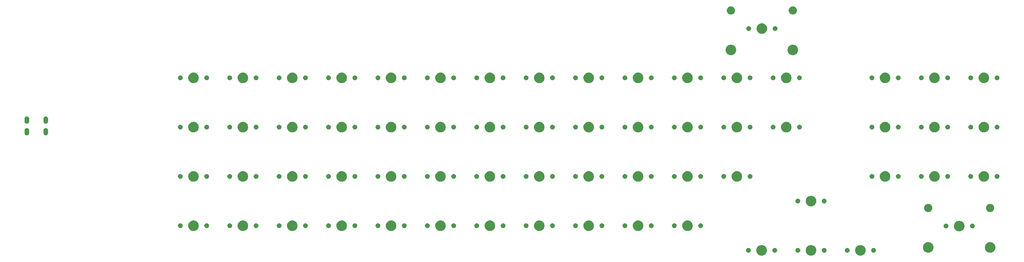
<source format=gts>
G04 #@! TF.GenerationSoftware,KiCad,Pcbnew,(5.1.4-0)*
G04 #@! TF.CreationDate,2020-09-11T02:24:06-07:00*
G04 #@! TF.ProjectId,keybored,6b657962-6f72-4656-942e-6b696361645f,rev?*
G04 #@! TF.SameCoordinates,Original*
G04 #@! TF.FileFunction,Soldermask,Top*
G04 #@! TF.FilePolarity,Negative*
%FSLAX46Y46*%
G04 Gerber Fmt 4.6, Leading zero omitted, Abs format (unit mm)*
G04 Created by KiCad (PCBNEW (5.1.4-0)) date 2020-09-11 02:24:06*
%MOMM*%
%LPD*%
G04 APERTURE LIST*
%ADD10C,0.100000*%
G04 APERTURE END LIST*
D10*
G36*
X433031474Y-230189684D02*
G01*
X433249474Y-230279983D01*
X433403623Y-230343833D01*
X433738548Y-230567623D01*
X434023377Y-230852452D01*
X434247167Y-231187377D01*
X434279562Y-231265586D01*
X434401316Y-231559526D01*
X434479900Y-231954594D01*
X434479900Y-232357406D01*
X434401316Y-232752474D01*
X434350451Y-232875272D01*
X434247167Y-233124623D01*
X434023377Y-233459548D01*
X433738548Y-233744377D01*
X433403623Y-233968167D01*
X433249474Y-234032017D01*
X433031474Y-234122316D01*
X432636406Y-234200900D01*
X432233594Y-234200900D01*
X431838526Y-234122316D01*
X431620526Y-234032017D01*
X431466377Y-233968167D01*
X431131452Y-233744377D01*
X430846623Y-233459548D01*
X430622833Y-233124623D01*
X430519549Y-232875272D01*
X430468684Y-232752474D01*
X430390100Y-232357406D01*
X430390100Y-231954594D01*
X430468684Y-231559526D01*
X430590438Y-231265586D01*
X430622833Y-231187377D01*
X430846623Y-230852452D01*
X431131452Y-230567623D01*
X431466377Y-230343833D01*
X431620526Y-230279983D01*
X431838526Y-230189684D01*
X432233594Y-230111100D01*
X432636406Y-230111100D01*
X433031474Y-230189684D01*
X433031474Y-230189684D01*
G37*
G36*
X413981474Y-230189684D02*
G01*
X414199474Y-230279983D01*
X414353623Y-230343833D01*
X414688548Y-230567623D01*
X414973377Y-230852452D01*
X415197167Y-231187377D01*
X415229562Y-231265586D01*
X415351316Y-231559526D01*
X415429900Y-231954594D01*
X415429900Y-232357406D01*
X415351316Y-232752474D01*
X415300451Y-232875272D01*
X415197167Y-233124623D01*
X414973377Y-233459548D01*
X414688548Y-233744377D01*
X414353623Y-233968167D01*
X414199474Y-234032017D01*
X413981474Y-234122316D01*
X413586406Y-234200900D01*
X413183594Y-234200900D01*
X412788526Y-234122316D01*
X412570526Y-234032017D01*
X412416377Y-233968167D01*
X412081452Y-233744377D01*
X411796623Y-233459548D01*
X411572833Y-233124623D01*
X411469549Y-232875272D01*
X411418684Y-232752474D01*
X411340100Y-232357406D01*
X411340100Y-231954594D01*
X411418684Y-231559526D01*
X411540438Y-231265586D01*
X411572833Y-231187377D01*
X411796623Y-230852452D01*
X412081452Y-230567623D01*
X412416377Y-230343833D01*
X412570526Y-230279983D01*
X412788526Y-230189684D01*
X413183594Y-230111100D01*
X413586406Y-230111100D01*
X413981474Y-230189684D01*
X413981474Y-230189684D01*
G37*
G36*
X394931474Y-230189684D02*
G01*
X395149474Y-230279983D01*
X395303623Y-230343833D01*
X395638548Y-230567623D01*
X395923377Y-230852452D01*
X396147167Y-231187377D01*
X396179562Y-231265586D01*
X396301316Y-231559526D01*
X396379900Y-231954594D01*
X396379900Y-232357406D01*
X396301316Y-232752474D01*
X396250451Y-232875272D01*
X396147167Y-233124623D01*
X395923377Y-233459548D01*
X395638548Y-233744377D01*
X395303623Y-233968167D01*
X395149474Y-234032017D01*
X394931474Y-234122316D01*
X394536406Y-234200900D01*
X394133594Y-234200900D01*
X393738526Y-234122316D01*
X393520526Y-234032017D01*
X393366377Y-233968167D01*
X393031452Y-233744377D01*
X392746623Y-233459548D01*
X392522833Y-233124623D01*
X392419549Y-232875272D01*
X392368684Y-232752474D01*
X392290100Y-232357406D01*
X392290100Y-231954594D01*
X392368684Y-231559526D01*
X392490438Y-231265586D01*
X392522833Y-231187377D01*
X392746623Y-230852452D01*
X393031452Y-230567623D01*
X393366377Y-230343833D01*
X393520526Y-230279983D01*
X393738526Y-230189684D01*
X394133594Y-230111100D01*
X394536406Y-230111100D01*
X394931474Y-230189684D01*
X394931474Y-230189684D01*
G37*
G36*
X437785104Y-231265585D02*
G01*
X437953626Y-231335389D01*
X438105291Y-231436728D01*
X438234272Y-231565709D01*
X438335611Y-231717374D01*
X438405415Y-231885896D01*
X438441000Y-232064797D01*
X438441000Y-232247203D01*
X438405415Y-232426104D01*
X438335611Y-232594626D01*
X438234272Y-232746291D01*
X438105291Y-232875272D01*
X437953626Y-232976611D01*
X437785104Y-233046415D01*
X437606203Y-233082000D01*
X437423797Y-233082000D01*
X437244896Y-233046415D01*
X437076374Y-232976611D01*
X436924709Y-232875272D01*
X436795728Y-232746291D01*
X436694389Y-232594626D01*
X436624585Y-232426104D01*
X436589000Y-232247203D01*
X436589000Y-232064797D01*
X436624585Y-231885896D01*
X436694389Y-231717374D01*
X436795728Y-231565709D01*
X436924709Y-231436728D01*
X437076374Y-231335389D01*
X437244896Y-231265585D01*
X437423797Y-231230000D01*
X437606203Y-231230000D01*
X437785104Y-231265585D01*
X437785104Y-231265585D01*
G37*
G36*
X427625104Y-231265585D02*
G01*
X427793626Y-231335389D01*
X427945291Y-231436728D01*
X428074272Y-231565709D01*
X428175611Y-231717374D01*
X428245415Y-231885896D01*
X428281000Y-232064797D01*
X428281000Y-232247203D01*
X428245415Y-232426104D01*
X428175611Y-232594626D01*
X428074272Y-232746291D01*
X427945291Y-232875272D01*
X427793626Y-232976611D01*
X427625104Y-233046415D01*
X427446203Y-233082000D01*
X427263797Y-233082000D01*
X427084896Y-233046415D01*
X426916374Y-232976611D01*
X426764709Y-232875272D01*
X426635728Y-232746291D01*
X426534389Y-232594626D01*
X426464585Y-232426104D01*
X426429000Y-232247203D01*
X426429000Y-232064797D01*
X426464585Y-231885896D01*
X426534389Y-231717374D01*
X426635728Y-231565709D01*
X426764709Y-231436728D01*
X426916374Y-231335389D01*
X427084896Y-231265585D01*
X427263797Y-231230000D01*
X427446203Y-231230000D01*
X427625104Y-231265585D01*
X427625104Y-231265585D01*
G37*
G36*
X418735104Y-231265585D02*
G01*
X418903626Y-231335389D01*
X419055291Y-231436728D01*
X419184272Y-231565709D01*
X419285611Y-231717374D01*
X419355415Y-231885896D01*
X419391000Y-232064797D01*
X419391000Y-232247203D01*
X419355415Y-232426104D01*
X419285611Y-232594626D01*
X419184272Y-232746291D01*
X419055291Y-232875272D01*
X418903626Y-232976611D01*
X418735104Y-233046415D01*
X418556203Y-233082000D01*
X418373797Y-233082000D01*
X418194896Y-233046415D01*
X418026374Y-232976611D01*
X417874709Y-232875272D01*
X417745728Y-232746291D01*
X417644389Y-232594626D01*
X417574585Y-232426104D01*
X417539000Y-232247203D01*
X417539000Y-232064797D01*
X417574585Y-231885896D01*
X417644389Y-231717374D01*
X417745728Y-231565709D01*
X417874709Y-231436728D01*
X418026374Y-231335389D01*
X418194896Y-231265585D01*
X418373797Y-231230000D01*
X418556203Y-231230000D01*
X418735104Y-231265585D01*
X418735104Y-231265585D01*
G37*
G36*
X408575104Y-231265585D02*
G01*
X408743626Y-231335389D01*
X408895291Y-231436728D01*
X409024272Y-231565709D01*
X409125611Y-231717374D01*
X409195415Y-231885896D01*
X409231000Y-232064797D01*
X409231000Y-232247203D01*
X409195415Y-232426104D01*
X409125611Y-232594626D01*
X409024272Y-232746291D01*
X408895291Y-232875272D01*
X408743626Y-232976611D01*
X408575104Y-233046415D01*
X408396203Y-233082000D01*
X408213797Y-233082000D01*
X408034896Y-233046415D01*
X407866374Y-232976611D01*
X407714709Y-232875272D01*
X407585728Y-232746291D01*
X407484389Y-232594626D01*
X407414585Y-232426104D01*
X407379000Y-232247203D01*
X407379000Y-232064797D01*
X407414585Y-231885896D01*
X407484389Y-231717374D01*
X407585728Y-231565709D01*
X407714709Y-231436728D01*
X407866374Y-231335389D01*
X408034896Y-231265585D01*
X408213797Y-231230000D01*
X408396203Y-231230000D01*
X408575104Y-231265585D01*
X408575104Y-231265585D01*
G37*
G36*
X399685104Y-231265585D02*
G01*
X399853626Y-231335389D01*
X400005291Y-231436728D01*
X400134272Y-231565709D01*
X400235611Y-231717374D01*
X400305415Y-231885896D01*
X400341000Y-232064797D01*
X400341000Y-232247203D01*
X400305415Y-232426104D01*
X400235611Y-232594626D01*
X400134272Y-232746291D01*
X400005291Y-232875272D01*
X399853626Y-232976611D01*
X399685104Y-233046415D01*
X399506203Y-233082000D01*
X399323797Y-233082000D01*
X399144896Y-233046415D01*
X398976374Y-232976611D01*
X398824709Y-232875272D01*
X398695728Y-232746291D01*
X398594389Y-232594626D01*
X398524585Y-232426104D01*
X398489000Y-232247203D01*
X398489000Y-232064797D01*
X398524585Y-231885896D01*
X398594389Y-231717374D01*
X398695728Y-231565709D01*
X398824709Y-231436728D01*
X398976374Y-231335389D01*
X399144896Y-231265585D01*
X399323797Y-231230000D01*
X399506203Y-231230000D01*
X399685104Y-231265585D01*
X399685104Y-231265585D01*
G37*
G36*
X389525104Y-231265585D02*
G01*
X389693626Y-231335389D01*
X389845291Y-231436728D01*
X389974272Y-231565709D01*
X390075611Y-231717374D01*
X390145415Y-231885896D01*
X390181000Y-232064797D01*
X390181000Y-232247203D01*
X390145415Y-232426104D01*
X390075611Y-232594626D01*
X389974272Y-232746291D01*
X389845291Y-232875272D01*
X389693626Y-232976611D01*
X389525104Y-233046415D01*
X389346203Y-233082000D01*
X389163797Y-233082000D01*
X388984896Y-233046415D01*
X388816374Y-232976611D01*
X388664709Y-232875272D01*
X388535728Y-232746291D01*
X388434389Y-232594626D01*
X388364585Y-232426104D01*
X388329000Y-232247203D01*
X388329000Y-232064797D01*
X388364585Y-231885896D01*
X388434389Y-231717374D01*
X388535728Y-231565709D01*
X388664709Y-231436728D01*
X388816374Y-231335389D01*
X388984896Y-231265585D01*
X389163797Y-231230000D01*
X389346203Y-231230000D01*
X389525104Y-231265585D01*
X389525104Y-231265585D01*
G37*
G36*
X483069474Y-229046684D02*
G01*
X483287474Y-229136983D01*
X483441623Y-229200833D01*
X483776548Y-229424623D01*
X484061377Y-229709452D01*
X484285167Y-230044377D01*
X484285167Y-230044378D01*
X484439316Y-230416526D01*
X484517900Y-230811594D01*
X484517900Y-231214406D01*
X484439316Y-231609474D01*
X484394622Y-231717374D01*
X484285167Y-231981623D01*
X484061377Y-232316548D01*
X483776548Y-232601377D01*
X483441623Y-232825167D01*
X483320658Y-232875272D01*
X483069474Y-232979316D01*
X482674406Y-233057900D01*
X482271594Y-233057900D01*
X481876526Y-232979316D01*
X481625342Y-232875272D01*
X481504377Y-232825167D01*
X481169452Y-232601377D01*
X480884623Y-232316548D01*
X480660833Y-231981623D01*
X480551378Y-231717374D01*
X480506684Y-231609474D01*
X480428100Y-231214406D01*
X480428100Y-230811594D01*
X480506684Y-230416526D01*
X480660833Y-230044378D01*
X480660833Y-230044377D01*
X480884623Y-229709452D01*
X481169452Y-229424623D01*
X481504377Y-229200833D01*
X481658526Y-229136983D01*
X481876526Y-229046684D01*
X482271594Y-228968100D01*
X482674406Y-228968100D01*
X483069474Y-229046684D01*
X483069474Y-229046684D01*
G37*
G36*
X459193474Y-229046684D02*
G01*
X459411474Y-229136983D01*
X459565623Y-229200833D01*
X459900548Y-229424623D01*
X460185377Y-229709452D01*
X460409167Y-230044377D01*
X460409167Y-230044378D01*
X460563316Y-230416526D01*
X460641900Y-230811594D01*
X460641900Y-231214406D01*
X460563316Y-231609474D01*
X460518622Y-231717374D01*
X460409167Y-231981623D01*
X460185377Y-232316548D01*
X459900548Y-232601377D01*
X459565623Y-232825167D01*
X459444658Y-232875272D01*
X459193474Y-232979316D01*
X458798406Y-233057900D01*
X458395594Y-233057900D01*
X458000526Y-232979316D01*
X457749342Y-232875272D01*
X457628377Y-232825167D01*
X457293452Y-232601377D01*
X457008623Y-232316548D01*
X456784833Y-231981623D01*
X456675378Y-231717374D01*
X456630684Y-231609474D01*
X456552100Y-231214406D01*
X456552100Y-230811594D01*
X456630684Y-230416526D01*
X456784833Y-230044378D01*
X456784833Y-230044377D01*
X457008623Y-229709452D01*
X457293452Y-229424623D01*
X457628377Y-229200833D01*
X457782526Y-229136983D01*
X458000526Y-229046684D01*
X458395594Y-228968100D01*
X458798406Y-228968100D01*
X459193474Y-229046684D01*
X459193474Y-229046684D01*
G37*
G36*
X471131474Y-220791684D02*
G01*
X471349474Y-220881983D01*
X471503623Y-220945833D01*
X471838548Y-221169623D01*
X472123377Y-221454452D01*
X472347167Y-221789377D01*
X472379562Y-221867586D01*
X472501316Y-222161526D01*
X472579900Y-222556594D01*
X472579900Y-222959406D01*
X472501316Y-223354474D01*
X472450451Y-223477272D01*
X472347167Y-223726623D01*
X472123377Y-224061548D01*
X471838548Y-224346377D01*
X471503623Y-224570167D01*
X471438079Y-224597316D01*
X471131474Y-224724316D01*
X470736406Y-224802900D01*
X470333594Y-224802900D01*
X469938526Y-224724316D01*
X469631921Y-224597316D01*
X469566377Y-224570167D01*
X469231452Y-224346377D01*
X468946623Y-224061548D01*
X468722833Y-223726623D01*
X468619549Y-223477272D01*
X468568684Y-223354474D01*
X468490100Y-222959406D01*
X468490100Y-222556594D01*
X468568684Y-222161526D01*
X468690438Y-221867586D01*
X468722833Y-221789377D01*
X468946623Y-221454452D01*
X469231452Y-221169623D01*
X469566377Y-220945833D01*
X469720526Y-220881983D01*
X469938526Y-220791684D01*
X470333594Y-220713100D01*
X470736406Y-220713100D01*
X471131474Y-220791684D01*
X471131474Y-220791684D01*
G37*
G36*
X252056474Y-220664684D02*
G01*
X252173360Y-220713100D01*
X252428623Y-220818833D01*
X252763548Y-221042623D01*
X253048377Y-221327452D01*
X253272167Y-221662377D01*
X253304562Y-221740586D01*
X253426316Y-222034526D01*
X253504900Y-222429594D01*
X253504900Y-222832406D01*
X253426316Y-223227474D01*
X253375451Y-223350272D01*
X253272167Y-223599623D01*
X253048377Y-223934548D01*
X252763548Y-224219377D01*
X252428623Y-224443167D01*
X252274474Y-224507017D01*
X252056474Y-224597316D01*
X251661406Y-224675900D01*
X251258594Y-224675900D01*
X250863526Y-224597316D01*
X250645526Y-224507017D01*
X250491377Y-224443167D01*
X250156452Y-224219377D01*
X249871623Y-223934548D01*
X249647833Y-223599623D01*
X249544549Y-223350272D01*
X249493684Y-223227474D01*
X249415100Y-222832406D01*
X249415100Y-222429594D01*
X249493684Y-222034526D01*
X249615438Y-221740586D01*
X249647833Y-221662377D01*
X249871623Y-221327452D01*
X250156452Y-221042623D01*
X250491377Y-220818833D01*
X250746640Y-220713100D01*
X250863526Y-220664684D01*
X251258594Y-220586100D01*
X251661406Y-220586100D01*
X252056474Y-220664684D01*
X252056474Y-220664684D01*
G37*
G36*
X309206474Y-220664684D02*
G01*
X309323360Y-220713100D01*
X309578623Y-220818833D01*
X309913548Y-221042623D01*
X310198377Y-221327452D01*
X310422167Y-221662377D01*
X310454562Y-221740586D01*
X310576316Y-222034526D01*
X310654900Y-222429594D01*
X310654900Y-222832406D01*
X310576316Y-223227474D01*
X310525451Y-223350272D01*
X310422167Y-223599623D01*
X310198377Y-223934548D01*
X309913548Y-224219377D01*
X309578623Y-224443167D01*
X309424474Y-224507017D01*
X309206474Y-224597316D01*
X308811406Y-224675900D01*
X308408594Y-224675900D01*
X308013526Y-224597316D01*
X307795526Y-224507017D01*
X307641377Y-224443167D01*
X307306452Y-224219377D01*
X307021623Y-223934548D01*
X306797833Y-223599623D01*
X306694549Y-223350272D01*
X306643684Y-223227474D01*
X306565100Y-222832406D01*
X306565100Y-222429594D01*
X306643684Y-222034526D01*
X306765438Y-221740586D01*
X306797833Y-221662377D01*
X307021623Y-221327452D01*
X307306452Y-221042623D01*
X307641377Y-220818833D01*
X307896640Y-220713100D01*
X308013526Y-220664684D01*
X308408594Y-220586100D01*
X308811406Y-220586100D01*
X309206474Y-220664684D01*
X309206474Y-220664684D01*
G37*
G36*
X175856474Y-220664684D02*
G01*
X175973360Y-220713100D01*
X176228623Y-220818833D01*
X176563548Y-221042623D01*
X176848377Y-221327452D01*
X177072167Y-221662377D01*
X177104562Y-221740586D01*
X177226316Y-222034526D01*
X177304900Y-222429594D01*
X177304900Y-222832406D01*
X177226316Y-223227474D01*
X177175451Y-223350272D01*
X177072167Y-223599623D01*
X176848377Y-223934548D01*
X176563548Y-224219377D01*
X176228623Y-224443167D01*
X176074474Y-224507017D01*
X175856474Y-224597316D01*
X175461406Y-224675900D01*
X175058594Y-224675900D01*
X174663526Y-224597316D01*
X174445526Y-224507017D01*
X174291377Y-224443167D01*
X173956452Y-224219377D01*
X173671623Y-223934548D01*
X173447833Y-223599623D01*
X173344549Y-223350272D01*
X173293684Y-223227474D01*
X173215100Y-222832406D01*
X173215100Y-222429594D01*
X173293684Y-222034526D01*
X173415438Y-221740586D01*
X173447833Y-221662377D01*
X173671623Y-221327452D01*
X173956452Y-221042623D01*
X174291377Y-220818833D01*
X174546640Y-220713100D01*
X174663526Y-220664684D01*
X175058594Y-220586100D01*
X175461406Y-220586100D01*
X175856474Y-220664684D01*
X175856474Y-220664684D01*
G37*
G36*
X366356474Y-220664684D02*
G01*
X366473360Y-220713100D01*
X366728623Y-220818833D01*
X367063548Y-221042623D01*
X367348377Y-221327452D01*
X367572167Y-221662377D01*
X367604562Y-221740586D01*
X367726316Y-222034526D01*
X367804900Y-222429594D01*
X367804900Y-222832406D01*
X367726316Y-223227474D01*
X367675451Y-223350272D01*
X367572167Y-223599623D01*
X367348377Y-223934548D01*
X367063548Y-224219377D01*
X366728623Y-224443167D01*
X366574474Y-224507017D01*
X366356474Y-224597316D01*
X365961406Y-224675900D01*
X365558594Y-224675900D01*
X365163526Y-224597316D01*
X364945526Y-224507017D01*
X364791377Y-224443167D01*
X364456452Y-224219377D01*
X364171623Y-223934548D01*
X363947833Y-223599623D01*
X363844549Y-223350272D01*
X363793684Y-223227474D01*
X363715100Y-222832406D01*
X363715100Y-222429594D01*
X363793684Y-222034526D01*
X363915438Y-221740586D01*
X363947833Y-221662377D01*
X364171623Y-221327452D01*
X364456452Y-221042623D01*
X364791377Y-220818833D01*
X365046640Y-220713100D01*
X365163526Y-220664684D01*
X365558594Y-220586100D01*
X365961406Y-220586100D01*
X366356474Y-220664684D01*
X366356474Y-220664684D01*
G37*
G36*
X194906474Y-220664684D02*
G01*
X195023360Y-220713100D01*
X195278623Y-220818833D01*
X195613548Y-221042623D01*
X195898377Y-221327452D01*
X196122167Y-221662377D01*
X196154562Y-221740586D01*
X196276316Y-222034526D01*
X196354900Y-222429594D01*
X196354900Y-222832406D01*
X196276316Y-223227474D01*
X196225451Y-223350272D01*
X196122167Y-223599623D01*
X195898377Y-223934548D01*
X195613548Y-224219377D01*
X195278623Y-224443167D01*
X195124474Y-224507017D01*
X194906474Y-224597316D01*
X194511406Y-224675900D01*
X194108594Y-224675900D01*
X193713526Y-224597316D01*
X193495526Y-224507017D01*
X193341377Y-224443167D01*
X193006452Y-224219377D01*
X192721623Y-223934548D01*
X192497833Y-223599623D01*
X192394549Y-223350272D01*
X192343684Y-223227474D01*
X192265100Y-222832406D01*
X192265100Y-222429594D01*
X192343684Y-222034526D01*
X192465438Y-221740586D01*
X192497833Y-221662377D01*
X192721623Y-221327452D01*
X193006452Y-221042623D01*
X193341377Y-220818833D01*
X193596640Y-220713100D01*
X193713526Y-220664684D01*
X194108594Y-220586100D01*
X194511406Y-220586100D01*
X194906474Y-220664684D01*
X194906474Y-220664684D01*
G37*
G36*
X347306474Y-220664684D02*
G01*
X347423360Y-220713100D01*
X347678623Y-220818833D01*
X348013548Y-221042623D01*
X348298377Y-221327452D01*
X348522167Y-221662377D01*
X348554562Y-221740586D01*
X348676316Y-222034526D01*
X348754900Y-222429594D01*
X348754900Y-222832406D01*
X348676316Y-223227474D01*
X348625451Y-223350272D01*
X348522167Y-223599623D01*
X348298377Y-223934548D01*
X348013548Y-224219377D01*
X347678623Y-224443167D01*
X347524474Y-224507017D01*
X347306474Y-224597316D01*
X346911406Y-224675900D01*
X346508594Y-224675900D01*
X346113526Y-224597316D01*
X345895526Y-224507017D01*
X345741377Y-224443167D01*
X345406452Y-224219377D01*
X345121623Y-223934548D01*
X344897833Y-223599623D01*
X344794549Y-223350272D01*
X344743684Y-223227474D01*
X344665100Y-222832406D01*
X344665100Y-222429594D01*
X344743684Y-222034526D01*
X344865438Y-221740586D01*
X344897833Y-221662377D01*
X345121623Y-221327452D01*
X345406452Y-221042623D01*
X345741377Y-220818833D01*
X345996640Y-220713100D01*
X346113526Y-220664684D01*
X346508594Y-220586100D01*
X346911406Y-220586100D01*
X347306474Y-220664684D01*
X347306474Y-220664684D01*
G37*
G36*
X328256474Y-220664684D02*
G01*
X328373360Y-220713100D01*
X328628623Y-220818833D01*
X328963548Y-221042623D01*
X329248377Y-221327452D01*
X329472167Y-221662377D01*
X329504562Y-221740586D01*
X329626316Y-222034526D01*
X329704900Y-222429594D01*
X329704900Y-222832406D01*
X329626316Y-223227474D01*
X329575451Y-223350272D01*
X329472167Y-223599623D01*
X329248377Y-223934548D01*
X328963548Y-224219377D01*
X328628623Y-224443167D01*
X328474474Y-224507017D01*
X328256474Y-224597316D01*
X327861406Y-224675900D01*
X327458594Y-224675900D01*
X327063526Y-224597316D01*
X326845526Y-224507017D01*
X326691377Y-224443167D01*
X326356452Y-224219377D01*
X326071623Y-223934548D01*
X325847833Y-223599623D01*
X325744549Y-223350272D01*
X325693684Y-223227474D01*
X325615100Y-222832406D01*
X325615100Y-222429594D01*
X325693684Y-222034526D01*
X325815438Y-221740586D01*
X325847833Y-221662377D01*
X326071623Y-221327452D01*
X326356452Y-221042623D01*
X326691377Y-220818833D01*
X326946640Y-220713100D01*
X327063526Y-220664684D01*
X327458594Y-220586100D01*
X327861406Y-220586100D01*
X328256474Y-220664684D01*
X328256474Y-220664684D01*
G37*
G36*
X290156474Y-220664684D02*
G01*
X290273360Y-220713100D01*
X290528623Y-220818833D01*
X290863548Y-221042623D01*
X291148377Y-221327452D01*
X291372167Y-221662377D01*
X291404562Y-221740586D01*
X291526316Y-222034526D01*
X291604900Y-222429594D01*
X291604900Y-222832406D01*
X291526316Y-223227474D01*
X291475451Y-223350272D01*
X291372167Y-223599623D01*
X291148377Y-223934548D01*
X290863548Y-224219377D01*
X290528623Y-224443167D01*
X290374474Y-224507017D01*
X290156474Y-224597316D01*
X289761406Y-224675900D01*
X289358594Y-224675900D01*
X288963526Y-224597316D01*
X288745526Y-224507017D01*
X288591377Y-224443167D01*
X288256452Y-224219377D01*
X287971623Y-223934548D01*
X287747833Y-223599623D01*
X287644549Y-223350272D01*
X287593684Y-223227474D01*
X287515100Y-222832406D01*
X287515100Y-222429594D01*
X287593684Y-222034526D01*
X287715438Y-221740586D01*
X287747833Y-221662377D01*
X287971623Y-221327452D01*
X288256452Y-221042623D01*
X288591377Y-220818833D01*
X288846640Y-220713100D01*
X288963526Y-220664684D01*
X289358594Y-220586100D01*
X289761406Y-220586100D01*
X290156474Y-220664684D01*
X290156474Y-220664684D01*
G37*
G36*
X271106474Y-220664684D02*
G01*
X271223360Y-220713100D01*
X271478623Y-220818833D01*
X271813548Y-221042623D01*
X272098377Y-221327452D01*
X272322167Y-221662377D01*
X272354562Y-221740586D01*
X272476316Y-222034526D01*
X272554900Y-222429594D01*
X272554900Y-222832406D01*
X272476316Y-223227474D01*
X272425451Y-223350272D01*
X272322167Y-223599623D01*
X272098377Y-223934548D01*
X271813548Y-224219377D01*
X271478623Y-224443167D01*
X271324474Y-224507017D01*
X271106474Y-224597316D01*
X270711406Y-224675900D01*
X270308594Y-224675900D01*
X269913526Y-224597316D01*
X269695526Y-224507017D01*
X269541377Y-224443167D01*
X269206452Y-224219377D01*
X268921623Y-223934548D01*
X268697833Y-223599623D01*
X268594549Y-223350272D01*
X268543684Y-223227474D01*
X268465100Y-222832406D01*
X268465100Y-222429594D01*
X268543684Y-222034526D01*
X268665438Y-221740586D01*
X268697833Y-221662377D01*
X268921623Y-221327452D01*
X269206452Y-221042623D01*
X269541377Y-220818833D01*
X269796640Y-220713100D01*
X269913526Y-220664684D01*
X270308594Y-220586100D01*
X270711406Y-220586100D01*
X271106474Y-220664684D01*
X271106474Y-220664684D01*
G37*
G36*
X213956474Y-220664684D02*
G01*
X214073360Y-220713100D01*
X214328623Y-220818833D01*
X214663548Y-221042623D01*
X214948377Y-221327452D01*
X215172167Y-221662377D01*
X215204562Y-221740586D01*
X215326316Y-222034526D01*
X215404900Y-222429594D01*
X215404900Y-222832406D01*
X215326316Y-223227474D01*
X215275451Y-223350272D01*
X215172167Y-223599623D01*
X214948377Y-223934548D01*
X214663548Y-224219377D01*
X214328623Y-224443167D01*
X214174474Y-224507017D01*
X213956474Y-224597316D01*
X213561406Y-224675900D01*
X213158594Y-224675900D01*
X212763526Y-224597316D01*
X212545526Y-224507017D01*
X212391377Y-224443167D01*
X212056452Y-224219377D01*
X211771623Y-223934548D01*
X211547833Y-223599623D01*
X211444549Y-223350272D01*
X211393684Y-223227474D01*
X211315100Y-222832406D01*
X211315100Y-222429594D01*
X211393684Y-222034526D01*
X211515438Y-221740586D01*
X211547833Y-221662377D01*
X211771623Y-221327452D01*
X212056452Y-221042623D01*
X212391377Y-220818833D01*
X212646640Y-220713100D01*
X212763526Y-220664684D01*
X213158594Y-220586100D01*
X213561406Y-220586100D01*
X213956474Y-220664684D01*
X213956474Y-220664684D01*
G37*
G36*
X233006474Y-220664684D02*
G01*
X233123360Y-220713100D01*
X233378623Y-220818833D01*
X233713548Y-221042623D01*
X233998377Y-221327452D01*
X234222167Y-221662377D01*
X234254562Y-221740586D01*
X234376316Y-222034526D01*
X234454900Y-222429594D01*
X234454900Y-222832406D01*
X234376316Y-223227474D01*
X234325451Y-223350272D01*
X234222167Y-223599623D01*
X233998377Y-223934548D01*
X233713548Y-224219377D01*
X233378623Y-224443167D01*
X233224474Y-224507017D01*
X233006474Y-224597316D01*
X232611406Y-224675900D01*
X232208594Y-224675900D01*
X231813526Y-224597316D01*
X231595526Y-224507017D01*
X231441377Y-224443167D01*
X231106452Y-224219377D01*
X230821623Y-223934548D01*
X230597833Y-223599623D01*
X230494549Y-223350272D01*
X230443684Y-223227474D01*
X230365100Y-222832406D01*
X230365100Y-222429594D01*
X230443684Y-222034526D01*
X230565438Y-221740586D01*
X230597833Y-221662377D01*
X230821623Y-221327452D01*
X231106452Y-221042623D01*
X231441377Y-220818833D01*
X231696640Y-220713100D01*
X231813526Y-220664684D01*
X232208594Y-220586100D01*
X232611406Y-220586100D01*
X233006474Y-220664684D01*
X233006474Y-220664684D01*
G37*
G36*
X465725104Y-221867585D02*
G01*
X465893626Y-221937389D01*
X466045291Y-222038728D01*
X466174272Y-222167709D01*
X466275611Y-222319374D01*
X466345415Y-222487896D01*
X466381000Y-222666797D01*
X466381000Y-222849203D01*
X466345415Y-223028104D01*
X466275611Y-223196626D01*
X466174272Y-223348291D01*
X466045291Y-223477272D01*
X465893626Y-223578611D01*
X465725104Y-223648415D01*
X465546203Y-223684000D01*
X465363797Y-223684000D01*
X465184896Y-223648415D01*
X465016374Y-223578611D01*
X464864709Y-223477272D01*
X464735728Y-223348291D01*
X464634389Y-223196626D01*
X464564585Y-223028104D01*
X464529000Y-222849203D01*
X464529000Y-222666797D01*
X464564585Y-222487896D01*
X464634389Y-222319374D01*
X464735728Y-222167709D01*
X464864709Y-222038728D01*
X465016374Y-221937389D01*
X465184896Y-221867585D01*
X465363797Y-221832000D01*
X465546203Y-221832000D01*
X465725104Y-221867585D01*
X465725104Y-221867585D01*
G37*
G36*
X475885104Y-221867585D02*
G01*
X476053626Y-221937389D01*
X476205291Y-222038728D01*
X476334272Y-222167709D01*
X476435611Y-222319374D01*
X476505415Y-222487896D01*
X476541000Y-222666797D01*
X476541000Y-222849203D01*
X476505415Y-223028104D01*
X476435611Y-223196626D01*
X476334272Y-223348291D01*
X476205291Y-223477272D01*
X476053626Y-223578611D01*
X475885104Y-223648415D01*
X475706203Y-223684000D01*
X475523797Y-223684000D01*
X475344896Y-223648415D01*
X475176374Y-223578611D01*
X475024709Y-223477272D01*
X474895728Y-223348291D01*
X474794389Y-223196626D01*
X474724585Y-223028104D01*
X474689000Y-222849203D01*
X474689000Y-222666797D01*
X474724585Y-222487896D01*
X474794389Y-222319374D01*
X474895728Y-222167709D01*
X475024709Y-222038728D01*
X475176374Y-221937389D01*
X475344896Y-221867585D01*
X475523797Y-221832000D01*
X475706203Y-221832000D01*
X475885104Y-221867585D01*
X475885104Y-221867585D01*
G37*
G36*
X180610104Y-221740585D02*
G01*
X180778626Y-221810389D01*
X180930291Y-221911728D01*
X181059272Y-222040709D01*
X181160611Y-222192374D01*
X181230415Y-222360896D01*
X181266000Y-222539797D01*
X181266000Y-222722203D01*
X181230415Y-222901104D01*
X181160611Y-223069626D01*
X181059272Y-223221291D01*
X180930291Y-223350272D01*
X180778626Y-223451611D01*
X180610104Y-223521415D01*
X180431203Y-223557000D01*
X180248797Y-223557000D01*
X180069896Y-223521415D01*
X179901374Y-223451611D01*
X179749709Y-223350272D01*
X179620728Y-223221291D01*
X179519389Y-223069626D01*
X179449585Y-222901104D01*
X179414000Y-222722203D01*
X179414000Y-222539797D01*
X179449585Y-222360896D01*
X179519389Y-222192374D01*
X179620728Y-222040709D01*
X179749709Y-221911728D01*
X179901374Y-221810389D01*
X180069896Y-221740585D01*
X180248797Y-221705000D01*
X180431203Y-221705000D01*
X180610104Y-221740585D01*
X180610104Y-221740585D01*
G37*
G36*
X227600104Y-221740585D02*
G01*
X227768626Y-221810389D01*
X227920291Y-221911728D01*
X228049272Y-222040709D01*
X228150611Y-222192374D01*
X228220415Y-222360896D01*
X228256000Y-222539797D01*
X228256000Y-222722203D01*
X228220415Y-222901104D01*
X228150611Y-223069626D01*
X228049272Y-223221291D01*
X227920291Y-223350272D01*
X227768626Y-223451611D01*
X227600104Y-223521415D01*
X227421203Y-223557000D01*
X227238797Y-223557000D01*
X227059896Y-223521415D01*
X226891374Y-223451611D01*
X226739709Y-223350272D01*
X226610728Y-223221291D01*
X226509389Y-223069626D01*
X226439585Y-222901104D01*
X226404000Y-222722203D01*
X226404000Y-222539797D01*
X226439585Y-222360896D01*
X226509389Y-222192374D01*
X226610728Y-222040709D01*
X226739709Y-221911728D01*
X226891374Y-221810389D01*
X227059896Y-221740585D01*
X227238797Y-221705000D01*
X227421203Y-221705000D01*
X227600104Y-221740585D01*
X227600104Y-221740585D01*
G37*
G36*
X170450104Y-221740585D02*
G01*
X170618626Y-221810389D01*
X170770291Y-221911728D01*
X170899272Y-222040709D01*
X171000611Y-222192374D01*
X171070415Y-222360896D01*
X171106000Y-222539797D01*
X171106000Y-222722203D01*
X171070415Y-222901104D01*
X171000611Y-223069626D01*
X170899272Y-223221291D01*
X170770291Y-223350272D01*
X170618626Y-223451611D01*
X170450104Y-223521415D01*
X170271203Y-223557000D01*
X170088797Y-223557000D01*
X169909896Y-223521415D01*
X169741374Y-223451611D01*
X169589709Y-223350272D01*
X169460728Y-223221291D01*
X169359389Y-223069626D01*
X169289585Y-222901104D01*
X169254000Y-222722203D01*
X169254000Y-222539797D01*
X169289585Y-222360896D01*
X169359389Y-222192374D01*
X169460728Y-222040709D01*
X169589709Y-221911728D01*
X169741374Y-221810389D01*
X169909896Y-221740585D01*
X170088797Y-221705000D01*
X170271203Y-221705000D01*
X170450104Y-221740585D01*
X170450104Y-221740585D01*
G37*
G36*
X360950104Y-221740585D02*
G01*
X361118626Y-221810389D01*
X361270291Y-221911728D01*
X361399272Y-222040709D01*
X361500611Y-222192374D01*
X361570415Y-222360896D01*
X361606000Y-222539797D01*
X361606000Y-222722203D01*
X361570415Y-222901104D01*
X361500611Y-223069626D01*
X361399272Y-223221291D01*
X361270291Y-223350272D01*
X361118626Y-223451611D01*
X360950104Y-223521415D01*
X360771203Y-223557000D01*
X360588797Y-223557000D01*
X360409896Y-223521415D01*
X360241374Y-223451611D01*
X360089709Y-223350272D01*
X359960728Y-223221291D01*
X359859389Y-223069626D01*
X359789585Y-222901104D01*
X359754000Y-222722203D01*
X359754000Y-222539797D01*
X359789585Y-222360896D01*
X359859389Y-222192374D01*
X359960728Y-222040709D01*
X360089709Y-221911728D01*
X360241374Y-221810389D01*
X360409896Y-221740585D01*
X360588797Y-221705000D01*
X360771203Y-221705000D01*
X360950104Y-221740585D01*
X360950104Y-221740585D01*
G37*
G36*
X189500104Y-221740585D02*
G01*
X189668626Y-221810389D01*
X189820291Y-221911728D01*
X189949272Y-222040709D01*
X190050611Y-222192374D01*
X190120415Y-222360896D01*
X190156000Y-222539797D01*
X190156000Y-222722203D01*
X190120415Y-222901104D01*
X190050611Y-223069626D01*
X189949272Y-223221291D01*
X189820291Y-223350272D01*
X189668626Y-223451611D01*
X189500104Y-223521415D01*
X189321203Y-223557000D01*
X189138797Y-223557000D01*
X188959896Y-223521415D01*
X188791374Y-223451611D01*
X188639709Y-223350272D01*
X188510728Y-223221291D01*
X188409389Y-223069626D01*
X188339585Y-222901104D01*
X188304000Y-222722203D01*
X188304000Y-222539797D01*
X188339585Y-222360896D01*
X188409389Y-222192374D01*
X188510728Y-222040709D01*
X188639709Y-221911728D01*
X188791374Y-221810389D01*
X188959896Y-221740585D01*
X189138797Y-221705000D01*
X189321203Y-221705000D01*
X189500104Y-221740585D01*
X189500104Y-221740585D01*
G37*
G36*
X199660104Y-221740585D02*
G01*
X199828626Y-221810389D01*
X199980291Y-221911728D01*
X200109272Y-222040709D01*
X200210611Y-222192374D01*
X200280415Y-222360896D01*
X200316000Y-222539797D01*
X200316000Y-222722203D01*
X200280415Y-222901104D01*
X200210611Y-223069626D01*
X200109272Y-223221291D01*
X199980291Y-223350272D01*
X199828626Y-223451611D01*
X199660104Y-223521415D01*
X199481203Y-223557000D01*
X199298797Y-223557000D01*
X199119896Y-223521415D01*
X198951374Y-223451611D01*
X198799709Y-223350272D01*
X198670728Y-223221291D01*
X198569389Y-223069626D01*
X198499585Y-222901104D01*
X198464000Y-222722203D01*
X198464000Y-222539797D01*
X198499585Y-222360896D01*
X198569389Y-222192374D01*
X198670728Y-222040709D01*
X198799709Y-221911728D01*
X198951374Y-221810389D01*
X199119896Y-221740585D01*
X199298797Y-221705000D01*
X199481203Y-221705000D01*
X199660104Y-221740585D01*
X199660104Y-221740585D01*
G37*
G36*
X341900104Y-221740585D02*
G01*
X342068626Y-221810389D01*
X342220291Y-221911728D01*
X342349272Y-222040709D01*
X342450611Y-222192374D01*
X342520415Y-222360896D01*
X342556000Y-222539797D01*
X342556000Y-222722203D01*
X342520415Y-222901104D01*
X342450611Y-223069626D01*
X342349272Y-223221291D01*
X342220291Y-223350272D01*
X342068626Y-223451611D01*
X341900104Y-223521415D01*
X341721203Y-223557000D01*
X341538797Y-223557000D01*
X341359896Y-223521415D01*
X341191374Y-223451611D01*
X341039709Y-223350272D01*
X340910728Y-223221291D01*
X340809389Y-223069626D01*
X340739585Y-222901104D01*
X340704000Y-222722203D01*
X340704000Y-222539797D01*
X340739585Y-222360896D01*
X340809389Y-222192374D01*
X340910728Y-222040709D01*
X341039709Y-221911728D01*
X341191374Y-221810389D01*
X341359896Y-221740585D01*
X341538797Y-221705000D01*
X341721203Y-221705000D01*
X341900104Y-221740585D01*
X341900104Y-221740585D01*
G37*
G36*
X352060104Y-221740585D02*
G01*
X352228626Y-221810389D01*
X352380291Y-221911728D01*
X352509272Y-222040709D01*
X352610611Y-222192374D01*
X352680415Y-222360896D01*
X352716000Y-222539797D01*
X352716000Y-222722203D01*
X352680415Y-222901104D01*
X352610611Y-223069626D01*
X352509272Y-223221291D01*
X352380291Y-223350272D01*
X352228626Y-223451611D01*
X352060104Y-223521415D01*
X351881203Y-223557000D01*
X351698797Y-223557000D01*
X351519896Y-223521415D01*
X351351374Y-223451611D01*
X351199709Y-223350272D01*
X351070728Y-223221291D01*
X350969389Y-223069626D01*
X350899585Y-222901104D01*
X350864000Y-222722203D01*
X350864000Y-222539797D01*
X350899585Y-222360896D01*
X350969389Y-222192374D01*
X351070728Y-222040709D01*
X351199709Y-221911728D01*
X351351374Y-221810389D01*
X351519896Y-221740585D01*
X351698797Y-221705000D01*
X351881203Y-221705000D01*
X352060104Y-221740585D01*
X352060104Y-221740585D01*
G37*
G36*
X208550104Y-221740585D02*
G01*
X208718626Y-221810389D01*
X208870291Y-221911728D01*
X208999272Y-222040709D01*
X209100611Y-222192374D01*
X209170415Y-222360896D01*
X209206000Y-222539797D01*
X209206000Y-222722203D01*
X209170415Y-222901104D01*
X209100611Y-223069626D01*
X208999272Y-223221291D01*
X208870291Y-223350272D01*
X208718626Y-223451611D01*
X208550104Y-223521415D01*
X208371203Y-223557000D01*
X208188797Y-223557000D01*
X208009896Y-223521415D01*
X207841374Y-223451611D01*
X207689709Y-223350272D01*
X207560728Y-223221291D01*
X207459389Y-223069626D01*
X207389585Y-222901104D01*
X207354000Y-222722203D01*
X207354000Y-222539797D01*
X207389585Y-222360896D01*
X207459389Y-222192374D01*
X207560728Y-222040709D01*
X207689709Y-221911728D01*
X207841374Y-221810389D01*
X208009896Y-221740585D01*
X208188797Y-221705000D01*
X208371203Y-221705000D01*
X208550104Y-221740585D01*
X208550104Y-221740585D01*
G37*
G36*
X322850104Y-221740585D02*
G01*
X323018626Y-221810389D01*
X323170291Y-221911728D01*
X323299272Y-222040709D01*
X323400611Y-222192374D01*
X323470415Y-222360896D01*
X323506000Y-222539797D01*
X323506000Y-222722203D01*
X323470415Y-222901104D01*
X323400611Y-223069626D01*
X323299272Y-223221291D01*
X323170291Y-223350272D01*
X323018626Y-223451611D01*
X322850104Y-223521415D01*
X322671203Y-223557000D01*
X322488797Y-223557000D01*
X322309896Y-223521415D01*
X322141374Y-223451611D01*
X321989709Y-223350272D01*
X321860728Y-223221291D01*
X321759389Y-223069626D01*
X321689585Y-222901104D01*
X321654000Y-222722203D01*
X321654000Y-222539797D01*
X321689585Y-222360896D01*
X321759389Y-222192374D01*
X321860728Y-222040709D01*
X321989709Y-221911728D01*
X322141374Y-221810389D01*
X322309896Y-221740585D01*
X322488797Y-221705000D01*
X322671203Y-221705000D01*
X322850104Y-221740585D01*
X322850104Y-221740585D01*
G37*
G36*
X333010104Y-221740585D02*
G01*
X333178626Y-221810389D01*
X333330291Y-221911728D01*
X333459272Y-222040709D01*
X333560611Y-222192374D01*
X333630415Y-222360896D01*
X333666000Y-222539797D01*
X333666000Y-222722203D01*
X333630415Y-222901104D01*
X333560611Y-223069626D01*
X333459272Y-223221291D01*
X333330291Y-223350272D01*
X333178626Y-223451611D01*
X333010104Y-223521415D01*
X332831203Y-223557000D01*
X332648797Y-223557000D01*
X332469896Y-223521415D01*
X332301374Y-223451611D01*
X332149709Y-223350272D01*
X332020728Y-223221291D01*
X331919389Y-223069626D01*
X331849585Y-222901104D01*
X331814000Y-222722203D01*
X331814000Y-222539797D01*
X331849585Y-222360896D01*
X331919389Y-222192374D01*
X332020728Y-222040709D01*
X332149709Y-221911728D01*
X332301374Y-221810389D01*
X332469896Y-221740585D01*
X332648797Y-221705000D01*
X332831203Y-221705000D01*
X333010104Y-221740585D01*
X333010104Y-221740585D01*
G37*
G36*
X303800104Y-221740585D02*
G01*
X303968626Y-221810389D01*
X304120291Y-221911728D01*
X304249272Y-222040709D01*
X304350611Y-222192374D01*
X304420415Y-222360896D01*
X304456000Y-222539797D01*
X304456000Y-222722203D01*
X304420415Y-222901104D01*
X304350611Y-223069626D01*
X304249272Y-223221291D01*
X304120291Y-223350272D01*
X303968626Y-223451611D01*
X303800104Y-223521415D01*
X303621203Y-223557000D01*
X303438797Y-223557000D01*
X303259896Y-223521415D01*
X303091374Y-223451611D01*
X302939709Y-223350272D01*
X302810728Y-223221291D01*
X302709389Y-223069626D01*
X302639585Y-222901104D01*
X302604000Y-222722203D01*
X302604000Y-222539797D01*
X302639585Y-222360896D01*
X302709389Y-222192374D01*
X302810728Y-222040709D01*
X302939709Y-221911728D01*
X303091374Y-221810389D01*
X303259896Y-221740585D01*
X303438797Y-221705000D01*
X303621203Y-221705000D01*
X303800104Y-221740585D01*
X303800104Y-221740585D01*
G37*
G36*
X313960104Y-221740585D02*
G01*
X314128626Y-221810389D01*
X314280291Y-221911728D01*
X314409272Y-222040709D01*
X314510611Y-222192374D01*
X314580415Y-222360896D01*
X314616000Y-222539797D01*
X314616000Y-222722203D01*
X314580415Y-222901104D01*
X314510611Y-223069626D01*
X314409272Y-223221291D01*
X314280291Y-223350272D01*
X314128626Y-223451611D01*
X313960104Y-223521415D01*
X313781203Y-223557000D01*
X313598797Y-223557000D01*
X313419896Y-223521415D01*
X313251374Y-223451611D01*
X313099709Y-223350272D01*
X312970728Y-223221291D01*
X312869389Y-223069626D01*
X312799585Y-222901104D01*
X312764000Y-222722203D01*
X312764000Y-222539797D01*
X312799585Y-222360896D01*
X312869389Y-222192374D01*
X312970728Y-222040709D01*
X313099709Y-221911728D01*
X313251374Y-221810389D01*
X313419896Y-221740585D01*
X313598797Y-221705000D01*
X313781203Y-221705000D01*
X313960104Y-221740585D01*
X313960104Y-221740585D01*
G37*
G36*
X218710104Y-221740585D02*
G01*
X218878626Y-221810389D01*
X219030291Y-221911728D01*
X219159272Y-222040709D01*
X219260611Y-222192374D01*
X219330415Y-222360896D01*
X219366000Y-222539797D01*
X219366000Y-222722203D01*
X219330415Y-222901104D01*
X219260611Y-223069626D01*
X219159272Y-223221291D01*
X219030291Y-223350272D01*
X218878626Y-223451611D01*
X218710104Y-223521415D01*
X218531203Y-223557000D01*
X218348797Y-223557000D01*
X218169896Y-223521415D01*
X218001374Y-223451611D01*
X217849709Y-223350272D01*
X217720728Y-223221291D01*
X217619389Y-223069626D01*
X217549585Y-222901104D01*
X217514000Y-222722203D01*
X217514000Y-222539797D01*
X217549585Y-222360896D01*
X217619389Y-222192374D01*
X217720728Y-222040709D01*
X217849709Y-221911728D01*
X218001374Y-221810389D01*
X218169896Y-221740585D01*
X218348797Y-221705000D01*
X218531203Y-221705000D01*
X218710104Y-221740585D01*
X218710104Y-221740585D01*
G37*
G36*
X284750104Y-221740585D02*
G01*
X284918626Y-221810389D01*
X285070291Y-221911728D01*
X285199272Y-222040709D01*
X285300611Y-222192374D01*
X285370415Y-222360896D01*
X285406000Y-222539797D01*
X285406000Y-222722203D01*
X285370415Y-222901104D01*
X285300611Y-223069626D01*
X285199272Y-223221291D01*
X285070291Y-223350272D01*
X284918626Y-223451611D01*
X284750104Y-223521415D01*
X284571203Y-223557000D01*
X284388797Y-223557000D01*
X284209896Y-223521415D01*
X284041374Y-223451611D01*
X283889709Y-223350272D01*
X283760728Y-223221291D01*
X283659389Y-223069626D01*
X283589585Y-222901104D01*
X283554000Y-222722203D01*
X283554000Y-222539797D01*
X283589585Y-222360896D01*
X283659389Y-222192374D01*
X283760728Y-222040709D01*
X283889709Y-221911728D01*
X284041374Y-221810389D01*
X284209896Y-221740585D01*
X284388797Y-221705000D01*
X284571203Y-221705000D01*
X284750104Y-221740585D01*
X284750104Y-221740585D01*
G37*
G36*
X294910104Y-221740585D02*
G01*
X295078626Y-221810389D01*
X295230291Y-221911728D01*
X295359272Y-222040709D01*
X295460611Y-222192374D01*
X295530415Y-222360896D01*
X295566000Y-222539797D01*
X295566000Y-222722203D01*
X295530415Y-222901104D01*
X295460611Y-223069626D01*
X295359272Y-223221291D01*
X295230291Y-223350272D01*
X295078626Y-223451611D01*
X294910104Y-223521415D01*
X294731203Y-223557000D01*
X294548797Y-223557000D01*
X294369896Y-223521415D01*
X294201374Y-223451611D01*
X294049709Y-223350272D01*
X293920728Y-223221291D01*
X293819389Y-223069626D01*
X293749585Y-222901104D01*
X293714000Y-222722203D01*
X293714000Y-222539797D01*
X293749585Y-222360896D01*
X293819389Y-222192374D01*
X293920728Y-222040709D01*
X294049709Y-221911728D01*
X294201374Y-221810389D01*
X294369896Y-221740585D01*
X294548797Y-221705000D01*
X294731203Y-221705000D01*
X294910104Y-221740585D01*
X294910104Y-221740585D01*
G37*
G36*
X265700104Y-221740585D02*
G01*
X265868626Y-221810389D01*
X266020291Y-221911728D01*
X266149272Y-222040709D01*
X266250611Y-222192374D01*
X266320415Y-222360896D01*
X266356000Y-222539797D01*
X266356000Y-222722203D01*
X266320415Y-222901104D01*
X266250611Y-223069626D01*
X266149272Y-223221291D01*
X266020291Y-223350272D01*
X265868626Y-223451611D01*
X265700104Y-223521415D01*
X265521203Y-223557000D01*
X265338797Y-223557000D01*
X265159896Y-223521415D01*
X264991374Y-223451611D01*
X264839709Y-223350272D01*
X264710728Y-223221291D01*
X264609389Y-223069626D01*
X264539585Y-222901104D01*
X264504000Y-222722203D01*
X264504000Y-222539797D01*
X264539585Y-222360896D01*
X264609389Y-222192374D01*
X264710728Y-222040709D01*
X264839709Y-221911728D01*
X264991374Y-221810389D01*
X265159896Y-221740585D01*
X265338797Y-221705000D01*
X265521203Y-221705000D01*
X265700104Y-221740585D01*
X265700104Y-221740585D01*
G37*
G36*
X275860104Y-221740585D02*
G01*
X276028626Y-221810389D01*
X276180291Y-221911728D01*
X276309272Y-222040709D01*
X276410611Y-222192374D01*
X276480415Y-222360896D01*
X276516000Y-222539797D01*
X276516000Y-222722203D01*
X276480415Y-222901104D01*
X276410611Y-223069626D01*
X276309272Y-223221291D01*
X276180291Y-223350272D01*
X276028626Y-223451611D01*
X275860104Y-223521415D01*
X275681203Y-223557000D01*
X275498797Y-223557000D01*
X275319896Y-223521415D01*
X275151374Y-223451611D01*
X274999709Y-223350272D01*
X274870728Y-223221291D01*
X274769389Y-223069626D01*
X274699585Y-222901104D01*
X274664000Y-222722203D01*
X274664000Y-222539797D01*
X274699585Y-222360896D01*
X274769389Y-222192374D01*
X274870728Y-222040709D01*
X274999709Y-221911728D01*
X275151374Y-221810389D01*
X275319896Y-221740585D01*
X275498797Y-221705000D01*
X275681203Y-221705000D01*
X275860104Y-221740585D01*
X275860104Y-221740585D01*
G37*
G36*
X237760104Y-221740585D02*
G01*
X237928626Y-221810389D01*
X238080291Y-221911728D01*
X238209272Y-222040709D01*
X238310611Y-222192374D01*
X238380415Y-222360896D01*
X238416000Y-222539797D01*
X238416000Y-222722203D01*
X238380415Y-222901104D01*
X238310611Y-223069626D01*
X238209272Y-223221291D01*
X238080291Y-223350272D01*
X237928626Y-223451611D01*
X237760104Y-223521415D01*
X237581203Y-223557000D01*
X237398797Y-223557000D01*
X237219896Y-223521415D01*
X237051374Y-223451611D01*
X236899709Y-223350272D01*
X236770728Y-223221291D01*
X236669389Y-223069626D01*
X236599585Y-222901104D01*
X236564000Y-222722203D01*
X236564000Y-222539797D01*
X236599585Y-222360896D01*
X236669389Y-222192374D01*
X236770728Y-222040709D01*
X236899709Y-221911728D01*
X237051374Y-221810389D01*
X237219896Y-221740585D01*
X237398797Y-221705000D01*
X237581203Y-221705000D01*
X237760104Y-221740585D01*
X237760104Y-221740585D01*
G37*
G36*
X246650104Y-221740585D02*
G01*
X246818626Y-221810389D01*
X246970291Y-221911728D01*
X247099272Y-222040709D01*
X247200611Y-222192374D01*
X247270415Y-222360896D01*
X247306000Y-222539797D01*
X247306000Y-222722203D01*
X247270415Y-222901104D01*
X247200611Y-223069626D01*
X247099272Y-223221291D01*
X246970291Y-223350272D01*
X246818626Y-223451611D01*
X246650104Y-223521415D01*
X246471203Y-223557000D01*
X246288797Y-223557000D01*
X246109896Y-223521415D01*
X245941374Y-223451611D01*
X245789709Y-223350272D01*
X245660728Y-223221291D01*
X245559389Y-223069626D01*
X245489585Y-222901104D01*
X245454000Y-222722203D01*
X245454000Y-222539797D01*
X245489585Y-222360896D01*
X245559389Y-222192374D01*
X245660728Y-222040709D01*
X245789709Y-221911728D01*
X245941374Y-221810389D01*
X246109896Y-221740585D01*
X246288797Y-221705000D01*
X246471203Y-221705000D01*
X246650104Y-221740585D01*
X246650104Y-221740585D01*
G37*
G36*
X371110104Y-221740585D02*
G01*
X371278626Y-221810389D01*
X371430291Y-221911728D01*
X371559272Y-222040709D01*
X371660611Y-222192374D01*
X371730415Y-222360896D01*
X371766000Y-222539797D01*
X371766000Y-222722203D01*
X371730415Y-222901104D01*
X371660611Y-223069626D01*
X371559272Y-223221291D01*
X371430291Y-223350272D01*
X371278626Y-223451611D01*
X371110104Y-223521415D01*
X370931203Y-223557000D01*
X370748797Y-223557000D01*
X370569896Y-223521415D01*
X370401374Y-223451611D01*
X370249709Y-223350272D01*
X370120728Y-223221291D01*
X370019389Y-223069626D01*
X369949585Y-222901104D01*
X369914000Y-222722203D01*
X369914000Y-222539797D01*
X369949585Y-222360896D01*
X370019389Y-222192374D01*
X370120728Y-222040709D01*
X370249709Y-221911728D01*
X370401374Y-221810389D01*
X370569896Y-221740585D01*
X370748797Y-221705000D01*
X370931203Y-221705000D01*
X371110104Y-221740585D01*
X371110104Y-221740585D01*
G37*
G36*
X256810104Y-221740585D02*
G01*
X256978626Y-221810389D01*
X257130291Y-221911728D01*
X257259272Y-222040709D01*
X257360611Y-222192374D01*
X257430415Y-222360896D01*
X257466000Y-222539797D01*
X257466000Y-222722203D01*
X257430415Y-222901104D01*
X257360611Y-223069626D01*
X257259272Y-223221291D01*
X257130291Y-223350272D01*
X256978626Y-223451611D01*
X256810104Y-223521415D01*
X256631203Y-223557000D01*
X256448797Y-223557000D01*
X256269896Y-223521415D01*
X256101374Y-223451611D01*
X255949709Y-223350272D01*
X255820728Y-223221291D01*
X255719389Y-223069626D01*
X255649585Y-222901104D01*
X255614000Y-222722203D01*
X255614000Y-222539797D01*
X255649585Y-222360896D01*
X255719389Y-222192374D01*
X255820728Y-222040709D01*
X255949709Y-221911728D01*
X256101374Y-221810389D01*
X256269896Y-221740585D01*
X256448797Y-221705000D01*
X256631203Y-221705000D01*
X256810104Y-221740585D01*
X256810104Y-221740585D01*
G37*
G36*
X482780267Y-214228263D02*
G01*
X482932411Y-214258526D01*
X483051137Y-214307704D01*
X483219041Y-214377252D01*
X483219042Y-214377253D01*
X483477004Y-214549617D01*
X483696383Y-214768996D01*
X483796055Y-214918167D01*
X483868748Y-215026959D01*
X483987474Y-215313590D01*
X484048000Y-215617875D01*
X484048000Y-215928125D01*
X483987474Y-216232410D01*
X483868748Y-216519041D01*
X483868747Y-216519042D01*
X483696383Y-216777004D01*
X483477004Y-216996383D01*
X483304639Y-217111553D01*
X483219041Y-217168748D01*
X483051137Y-217238296D01*
X482932411Y-217287474D01*
X482780267Y-217317737D01*
X482628125Y-217348000D01*
X482317875Y-217348000D01*
X482165733Y-217317737D01*
X482013589Y-217287474D01*
X481894863Y-217238296D01*
X481726959Y-217168748D01*
X481641361Y-217111553D01*
X481468996Y-216996383D01*
X481249617Y-216777004D01*
X481077253Y-216519042D01*
X481077252Y-216519041D01*
X480958526Y-216232410D01*
X480898000Y-215928125D01*
X480898000Y-215617875D01*
X480958526Y-215313590D01*
X481077252Y-215026959D01*
X481149945Y-214918167D01*
X481249617Y-214768996D01*
X481468996Y-214549617D01*
X481726958Y-214377253D01*
X481726959Y-214377252D01*
X481894863Y-214307704D01*
X482013589Y-214258526D01*
X482165733Y-214228263D01*
X482317875Y-214198000D01*
X482628125Y-214198000D01*
X482780267Y-214228263D01*
X482780267Y-214228263D01*
G37*
G36*
X458904267Y-214228263D02*
G01*
X459056411Y-214258526D01*
X459175137Y-214307704D01*
X459343041Y-214377252D01*
X459343042Y-214377253D01*
X459601004Y-214549617D01*
X459820383Y-214768996D01*
X459920055Y-214918167D01*
X459992748Y-215026959D01*
X460111474Y-215313590D01*
X460172000Y-215617875D01*
X460172000Y-215928125D01*
X460111474Y-216232410D01*
X459992748Y-216519041D01*
X459992747Y-216519042D01*
X459820383Y-216777004D01*
X459601004Y-216996383D01*
X459428639Y-217111553D01*
X459343041Y-217168748D01*
X459175137Y-217238296D01*
X459056411Y-217287474D01*
X458904267Y-217317737D01*
X458752125Y-217348000D01*
X458441875Y-217348000D01*
X458289733Y-217317737D01*
X458137589Y-217287474D01*
X458018863Y-217238296D01*
X457850959Y-217168748D01*
X457765361Y-217111553D01*
X457592996Y-216996383D01*
X457373617Y-216777004D01*
X457201253Y-216519042D01*
X457201252Y-216519041D01*
X457082526Y-216232410D01*
X457022000Y-215928125D01*
X457022000Y-215617875D01*
X457082526Y-215313590D01*
X457201252Y-215026959D01*
X457273945Y-214918167D01*
X457373617Y-214768996D01*
X457592996Y-214549617D01*
X457850958Y-214377253D01*
X457850959Y-214377252D01*
X458018863Y-214307704D01*
X458137589Y-214258526D01*
X458289733Y-214228263D01*
X458441875Y-214198000D01*
X458752125Y-214198000D01*
X458904267Y-214228263D01*
X458904267Y-214228263D01*
G37*
G36*
X413981474Y-211139684D02*
G01*
X414199474Y-211229983D01*
X414353623Y-211293833D01*
X414688548Y-211517623D01*
X414973377Y-211802452D01*
X415197167Y-212137377D01*
X415229562Y-212215586D01*
X415351316Y-212509526D01*
X415429900Y-212904594D01*
X415429900Y-213307406D01*
X415351316Y-213702474D01*
X415300451Y-213825272D01*
X415197167Y-214074623D01*
X414973377Y-214409548D01*
X414688548Y-214694377D01*
X414353623Y-214918167D01*
X414199474Y-214982017D01*
X413981474Y-215072316D01*
X413586406Y-215150900D01*
X413183594Y-215150900D01*
X412788526Y-215072316D01*
X412570526Y-214982017D01*
X412416377Y-214918167D01*
X412081452Y-214694377D01*
X411796623Y-214409548D01*
X411572833Y-214074623D01*
X411469549Y-213825272D01*
X411418684Y-213702474D01*
X411340100Y-213307406D01*
X411340100Y-212904594D01*
X411418684Y-212509526D01*
X411540438Y-212215586D01*
X411572833Y-212137377D01*
X411796623Y-211802452D01*
X412081452Y-211517623D01*
X412416377Y-211293833D01*
X412570526Y-211229983D01*
X412788526Y-211139684D01*
X413183594Y-211061100D01*
X413586406Y-211061100D01*
X413981474Y-211139684D01*
X413981474Y-211139684D01*
G37*
G36*
X418735104Y-212215585D02*
G01*
X418903626Y-212285389D01*
X419055291Y-212386728D01*
X419184272Y-212515709D01*
X419285611Y-212667374D01*
X419355415Y-212835896D01*
X419391000Y-213014797D01*
X419391000Y-213197203D01*
X419355415Y-213376104D01*
X419285611Y-213544626D01*
X419184272Y-213696291D01*
X419055291Y-213825272D01*
X418903626Y-213926611D01*
X418735104Y-213996415D01*
X418556203Y-214032000D01*
X418373797Y-214032000D01*
X418194896Y-213996415D01*
X418026374Y-213926611D01*
X417874709Y-213825272D01*
X417745728Y-213696291D01*
X417644389Y-213544626D01*
X417574585Y-213376104D01*
X417539000Y-213197203D01*
X417539000Y-213014797D01*
X417574585Y-212835896D01*
X417644389Y-212667374D01*
X417745728Y-212515709D01*
X417874709Y-212386728D01*
X418026374Y-212285389D01*
X418194896Y-212215585D01*
X418373797Y-212180000D01*
X418556203Y-212180000D01*
X418735104Y-212215585D01*
X418735104Y-212215585D01*
G37*
G36*
X408575104Y-212215585D02*
G01*
X408743626Y-212285389D01*
X408895291Y-212386728D01*
X409024272Y-212515709D01*
X409125611Y-212667374D01*
X409195415Y-212835896D01*
X409231000Y-213014797D01*
X409231000Y-213197203D01*
X409195415Y-213376104D01*
X409125611Y-213544626D01*
X409024272Y-213696291D01*
X408895291Y-213825272D01*
X408743626Y-213926611D01*
X408575104Y-213996415D01*
X408396203Y-214032000D01*
X408213797Y-214032000D01*
X408034896Y-213996415D01*
X407866374Y-213926611D01*
X407714709Y-213825272D01*
X407585728Y-213696291D01*
X407484389Y-213544626D01*
X407414585Y-213376104D01*
X407379000Y-213197203D01*
X407379000Y-213014797D01*
X407414585Y-212835896D01*
X407484389Y-212667374D01*
X407585728Y-212515709D01*
X407714709Y-212386728D01*
X407866374Y-212285389D01*
X408034896Y-212215585D01*
X408213797Y-212180000D01*
X408396203Y-212180000D01*
X408575104Y-212215585D01*
X408575104Y-212215585D01*
G37*
G36*
X480656474Y-201614684D02*
G01*
X480874474Y-201704983D01*
X481028623Y-201768833D01*
X481363548Y-201992623D01*
X481648377Y-202277452D01*
X481872167Y-202612377D01*
X481904562Y-202690586D01*
X482026316Y-202984526D01*
X482104900Y-203379594D01*
X482104900Y-203782406D01*
X482026316Y-204177474D01*
X481975451Y-204300272D01*
X481872167Y-204549623D01*
X481648377Y-204884548D01*
X481363548Y-205169377D01*
X481028623Y-205393167D01*
X480874474Y-205457017D01*
X480656474Y-205547316D01*
X480261406Y-205625900D01*
X479858594Y-205625900D01*
X479463526Y-205547316D01*
X479245526Y-205457017D01*
X479091377Y-205393167D01*
X478756452Y-205169377D01*
X478471623Y-204884548D01*
X478247833Y-204549623D01*
X478144549Y-204300272D01*
X478093684Y-204177474D01*
X478015100Y-203782406D01*
X478015100Y-203379594D01*
X478093684Y-202984526D01*
X478215438Y-202690586D01*
X478247833Y-202612377D01*
X478471623Y-202277452D01*
X478756452Y-201992623D01*
X479091377Y-201768833D01*
X479245526Y-201704983D01*
X479463526Y-201614684D01*
X479858594Y-201536100D01*
X480261406Y-201536100D01*
X480656474Y-201614684D01*
X480656474Y-201614684D01*
G37*
G36*
X385406474Y-201614684D02*
G01*
X385624474Y-201704983D01*
X385778623Y-201768833D01*
X386113548Y-201992623D01*
X386398377Y-202277452D01*
X386622167Y-202612377D01*
X386654562Y-202690586D01*
X386776316Y-202984526D01*
X386854900Y-203379594D01*
X386854900Y-203782406D01*
X386776316Y-204177474D01*
X386725451Y-204300272D01*
X386622167Y-204549623D01*
X386398377Y-204884548D01*
X386113548Y-205169377D01*
X385778623Y-205393167D01*
X385624474Y-205457017D01*
X385406474Y-205547316D01*
X385011406Y-205625900D01*
X384608594Y-205625900D01*
X384213526Y-205547316D01*
X383995526Y-205457017D01*
X383841377Y-205393167D01*
X383506452Y-205169377D01*
X383221623Y-204884548D01*
X382997833Y-204549623D01*
X382894549Y-204300272D01*
X382843684Y-204177474D01*
X382765100Y-203782406D01*
X382765100Y-203379594D01*
X382843684Y-202984526D01*
X382965438Y-202690586D01*
X382997833Y-202612377D01*
X383221623Y-202277452D01*
X383506452Y-201992623D01*
X383841377Y-201768833D01*
X383995526Y-201704983D01*
X384213526Y-201614684D01*
X384608594Y-201536100D01*
X385011406Y-201536100D01*
X385406474Y-201614684D01*
X385406474Y-201614684D01*
G37*
G36*
X175856474Y-201614684D02*
G01*
X176074474Y-201704983D01*
X176228623Y-201768833D01*
X176563548Y-201992623D01*
X176848377Y-202277452D01*
X177072167Y-202612377D01*
X177104562Y-202690586D01*
X177226316Y-202984526D01*
X177304900Y-203379594D01*
X177304900Y-203782406D01*
X177226316Y-204177474D01*
X177175451Y-204300272D01*
X177072167Y-204549623D01*
X176848377Y-204884548D01*
X176563548Y-205169377D01*
X176228623Y-205393167D01*
X176074474Y-205457017D01*
X175856474Y-205547316D01*
X175461406Y-205625900D01*
X175058594Y-205625900D01*
X174663526Y-205547316D01*
X174445526Y-205457017D01*
X174291377Y-205393167D01*
X173956452Y-205169377D01*
X173671623Y-204884548D01*
X173447833Y-204549623D01*
X173344549Y-204300272D01*
X173293684Y-204177474D01*
X173215100Y-203782406D01*
X173215100Y-203379594D01*
X173293684Y-202984526D01*
X173415438Y-202690586D01*
X173447833Y-202612377D01*
X173671623Y-202277452D01*
X173956452Y-201992623D01*
X174291377Y-201768833D01*
X174445526Y-201704983D01*
X174663526Y-201614684D01*
X175058594Y-201536100D01*
X175461406Y-201536100D01*
X175856474Y-201614684D01*
X175856474Y-201614684D01*
G37*
G36*
X366356474Y-201614684D02*
G01*
X366574474Y-201704983D01*
X366728623Y-201768833D01*
X367063548Y-201992623D01*
X367348377Y-202277452D01*
X367572167Y-202612377D01*
X367604562Y-202690586D01*
X367726316Y-202984526D01*
X367804900Y-203379594D01*
X367804900Y-203782406D01*
X367726316Y-204177474D01*
X367675451Y-204300272D01*
X367572167Y-204549623D01*
X367348377Y-204884548D01*
X367063548Y-205169377D01*
X366728623Y-205393167D01*
X366574474Y-205457017D01*
X366356474Y-205547316D01*
X365961406Y-205625900D01*
X365558594Y-205625900D01*
X365163526Y-205547316D01*
X364945526Y-205457017D01*
X364791377Y-205393167D01*
X364456452Y-205169377D01*
X364171623Y-204884548D01*
X363947833Y-204549623D01*
X363844549Y-204300272D01*
X363793684Y-204177474D01*
X363715100Y-203782406D01*
X363715100Y-203379594D01*
X363793684Y-202984526D01*
X363915438Y-202690586D01*
X363947833Y-202612377D01*
X364171623Y-202277452D01*
X364456452Y-201992623D01*
X364791377Y-201768833D01*
X364945526Y-201704983D01*
X365163526Y-201614684D01*
X365558594Y-201536100D01*
X365961406Y-201536100D01*
X366356474Y-201614684D01*
X366356474Y-201614684D01*
G37*
G36*
X461606474Y-201614684D02*
G01*
X461824474Y-201704983D01*
X461978623Y-201768833D01*
X462313548Y-201992623D01*
X462598377Y-202277452D01*
X462822167Y-202612377D01*
X462854562Y-202690586D01*
X462976316Y-202984526D01*
X463054900Y-203379594D01*
X463054900Y-203782406D01*
X462976316Y-204177474D01*
X462925451Y-204300272D01*
X462822167Y-204549623D01*
X462598377Y-204884548D01*
X462313548Y-205169377D01*
X461978623Y-205393167D01*
X461824474Y-205457017D01*
X461606474Y-205547316D01*
X461211406Y-205625900D01*
X460808594Y-205625900D01*
X460413526Y-205547316D01*
X460195526Y-205457017D01*
X460041377Y-205393167D01*
X459706452Y-205169377D01*
X459421623Y-204884548D01*
X459197833Y-204549623D01*
X459094549Y-204300272D01*
X459043684Y-204177474D01*
X458965100Y-203782406D01*
X458965100Y-203379594D01*
X459043684Y-202984526D01*
X459165438Y-202690586D01*
X459197833Y-202612377D01*
X459421623Y-202277452D01*
X459706452Y-201992623D01*
X460041377Y-201768833D01*
X460195526Y-201704983D01*
X460413526Y-201614684D01*
X460808594Y-201536100D01*
X461211406Y-201536100D01*
X461606474Y-201614684D01*
X461606474Y-201614684D01*
G37*
G36*
X442556474Y-201614684D02*
G01*
X442774474Y-201704983D01*
X442928623Y-201768833D01*
X443263548Y-201992623D01*
X443548377Y-202277452D01*
X443772167Y-202612377D01*
X443804562Y-202690586D01*
X443926316Y-202984526D01*
X444004900Y-203379594D01*
X444004900Y-203782406D01*
X443926316Y-204177474D01*
X443875451Y-204300272D01*
X443772167Y-204549623D01*
X443548377Y-204884548D01*
X443263548Y-205169377D01*
X442928623Y-205393167D01*
X442774474Y-205457017D01*
X442556474Y-205547316D01*
X442161406Y-205625900D01*
X441758594Y-205625900D01*
X441363526Y-205547316D01*
X441145526Y-205457017D01*
X440991377Y-205393167D01*
X440656452Y-205169377D01*
X440371623Y-204884548D01*
X440147833Y-204549623D01*
X440044549Y-204300272D01*
X439993684Y-204177474D01*
X439915100Y-203782406D01*
X439915100Y-203379594D01*
X439993684Y-202984526D01*
X440115438Y-202690586D01*
X440147833Y-202612377D01*
X440371623Y-202277452D01*
X440656452Y-201992623D01*
X440991377Y-201768833D01*
X441145526Y-201704983D01*
X441363526Y-201614684D01*
X441758594Y-201536100D01*
X442161406Y-201536100D01*
X442556474Y-201614684D01*
X442556474Y-201614684D01*
G37*
G36*
X347306474Y-201614684D02*
G01*
X347524474Y-201704983D01*
X347678623Y-201768833D01*
X348013548Y-201992623D01*
X348298377Y-202277452D01*
X348522167Y-202612377D01*
X348554562Y-202690586D01*
X348676316Y-202984526D01*
X348754900Y-203379594D01*
X348754900Y-203782406D01*
X348676316Y-204177474D01*
X348625451Y-204300272D01*
X348522167Y-204549623D01*
X348298377Y-204884548D01*
X348013548Y-205169377D01*
X347678623Y-205393167D01*
X347524474Y-205457017D01*
X347306474Y-205547316D01*
X346911406Y-205625900D01*
X346508594Y-205625900D01*
X346113526Y-205547316D01*
X345895526Y-205457017D01*
X345741377Y-205393167D01*
X345406452Y-205169377D01*
X345121623Y-204884548D01*
X344897833Y-204549623D01*
X344794549Y-204300272D01*
X344743684Y-204177474D01*
X344665100Y-203782406D01*
X344665100Y-203379594D01*
X344743684Y-202984526D01*
X344865438Y-202690586D01*
X344897833Y-202612377D01*
X345121623Y-202277452D01*
X345406452Y-201992623D01*
X345741377Y-201768833D01*
X345895526Y-201704983D01*
X346113526Y-201614684D01*
X346508594Y-201536100D01*
X346911406Y-201536100D01*
X347306474Y-201614684D01*
X347306474Y-201614684D01*
G37*
G36*
X328256474Y-201614684D02*
G01*
X328474474Y-201704983D01*
X328628623Y-201768833D01*
X328963548Y-201992623D01*
X329248377Y-202277452D01*
X329472167Y-202612377D01*
X329504562Y-202690586D01*
X329626316Y-202984526D01*
X329704900Y-203379594D01*
X329704900Y-203782406D01*
X329626316Y-204177474D01*
X329575451Y-204300272D01*
X329472167Y-204549623D01*
X329248377Y-204884548D01*
X328963548Y-205169377D01*
X328628623Y-205393167D01*
X328474474Y-205457017D01*
X328256474Y-205547316D01*
X327861406Y-205625900D01*
X327458594Y-205625900D01*
X327063526Y-205547316D01*
X326845526Y-205457017D01*
X326691377Y-205393167D01*
X326356452Y-205169377D01*
X326071623Y-204884548D01*
X325847833Y-204549623D01*
X325744549Y-204300272D01*
X325693684Y-204177474D01*
X325615100Y-203782406D01*
X325615100Y-203379594D01*
X325693684Y-202984526D01*
X325815438Y-202690586D01*
X325847833Y-202612377D01*
X326071623Y-202277452D01*
X326356452Y-201992623D01*
X326691377Y-201768833D01*
X326845526Y-201704983D01*
X327063526Y-201614684D01*
X327458594Y-201536100D01*
X327861406Y-201536100D01*
X328256474Y-201614684D01*
X328256474Y-201614684D01*
G37*
G36*
X194906474Y-201614684D02*
G01*
X195124474Y-201704983D01*
X195278623Y-201768833D01*
X195613548Y-201992623D01*
X195898377Y-202277452D01*
X196122167Y-202612377D01*
X196154562Y-202690586D01*
X196276316Y-202984526D01*
X196354900Y-203379594D01*
X196354900Y-203782406D01*
X196276316Y-204177474D01*
X196225451Y-204300272D01*
X196122167Y-204549623D01*
X195898377Y-204884548D01*
X195613548Y-205169377D01*
X195278623Y-205393167D01*
X195124474Y-205457017D01*
X194906474Y-205547316D01*
X194511406Y-205625900D01*
X194108594Y-205625900D01*
X193713526Y-205547316D01*
X193495526Y-205457017D01*
X193341377Y-205393167D01*
X193006452Y-205169377D01*
X192721623Y-204884548D01*
X192497833Y-204549623D01*
X192394549Y-204300272D01*
X192343684Y-204177474D01*
X192265100Y-203782406D01*
X192265100Y-203379594D01*
X192343684Y-202984526D01*
X192465438Y-202690586D01*
X192497833Y-202612377D01*
X192721623Y-202277452D01*
X193006452Y-201992623D01*
X193341377Y-201768833D01*
X193495526Y-201704983D01*
X193713526Y-201614684D01*
X194108594Y-201536100D01*
X194511406Y-201536100D01*
X194906474Y-201614684D01*
X194906474Y-201614684D01*
G37*
G36*
X309206474Y-201614684D02*
G01*
X309424474Y-201704983D01*
X309578623Y-201768833D01*
X309913548Y-201992623D01*
X310198377Y-202277452D01*
X310422167Y-202612377D01*
X310454562Y-202690586D01*
X310576316Y-202984526D01*
X310654900Y-203379594D01*
X310654900Y-203782406D01*
X310576316Y-204177474D01*
X310525451Y-204300272D01*
X310422167Y-204549623D01*
X310198377Y-204884548D01*
X309913548Y-205169377D01*
X309578623Y-205393167D01*
X309424474Y-205457017D01*
X309206474Y-205547316D01*
X308811406Y-205625900D01*
X308408594Y-205625900D01*
X308013526Y-205547316D01*
X307795526Y-205457017D01*
X307641377Y-205393167D01*
X307306452Y-205169377D01*
X307021623Y-204884548D01*
X306797833Y-204549623D01*
X306694549Y-204300272D01*
X306643684Y-204177474D01*
X306565100Y-203782406D01*
X306565100Y-203379594D01*
X306643684Y-202984526D01*
X306765438Y-202690586D01*
X306797833Y-202612377D01*
X307021623Y-202277452D01*
X307306452Y-201992623D01*
X307641377Y-201768833D01*
X307795526Y-201704983D01*
X308013526Y-201614684D01*
X308408594Y-201536100D01*
X308811406Y-201536100D01*
X309206474Y-201614684D01*
X309206474Y-201614684D01*
G37*
G36*
X290156474Y-201614684D02*
G01*
X290374474Y-201704983D01*
X290528623Y-201768833D01*
X290863548Y-201992623D01*
X291148377Y-202277452D01*
X291372167Y-202612377D01*
X291404562Y-202690586D01*
X291526316Y-202984526D01*
X291604900Y-203379594D01*
X291604900Y-203782406D01*
X291526316Y-204177474D01*
X291475451Y-204300272D01*
X291372167Y-204549623D01*
X291148377Y-204884548D01*
X290863548Y-205169377D01*
X290528623Y-205393167D01*
X290374474Y-205457017D01*
X290156474Y-205547316D01*
X289761406Y-205625900D01*
X289358594Y-205625900D01*
X288963526Y-205547316D01*
X288745526Y-205457017D01*
X288591377Y-205393167D01*
X288256452Y-205169377D01*
X287971623Y-204884548D01*
X287747833Y-204549623D01*
X287644549Y-204300272D01*
X287593684Y-204177474D01*
X287515100Y-203782406D01*
X287515100Y-203379594D01*
X287593684Y-202984526D01*
X287715438Y-202690586D01*
X287747833Y-202612377D01*
X287971623Y-202277452D01*
X288256452Y-201992623D01*
X288591377Y-201768833D01*
X288745526Y-201704983D01*
X288963526Y-201614684D01*
X289358594Y-201536100D01*
X289761406Y-201536100D01*
X290156474Y-201614684D01*
X290156474Y-201614684D01*
G37*
G36*
X213956474Y-201614684D02*
G01*
X214174474Y-201704983D01*
X214328623Y-201768833D01*
X214663548Y-201992623D01*
X214948377Y-202277452D01*
X215172167Y-202612377D01*
X215204562Y-202690586D01*
X215326316Y-202984526D01*
X215404900Y-203379594D01*
X215404900Y-203782406D01*
X215326316Y-204177474D01*
X215275451Y-204300272D01*
X215172167Y-204549623D01*
X214948377Y-204884548D01*
X214663548Y-205169377D01*
X214328623Y-205393167D01*
X214174474Y-205457017D01*
X213956474Y-205547316D01*
X213561406Y-205625900D01*
X213158594Y-205625900D01*
X212763526Y-205547316D01*
X212545526Y-205457017D01*
X212391377Y-205393167D01*
X212056452Y-205169377D01*
X211771623Y-204884548D01*
X211547833Y-204549623D01*
X211444549Y-204300272D01*
X211393684Y-204177474D01*
X211315100Y-203782406D01*
X211315100Y-203379594D01*
X211393684Y-202984526D01*
X211515438Y-202690586D01*
X211547833Y-202612377D01*
X211771623Y-202277452D01*
X212056452Y-201992623D01*
X212391377Y-201768833D01*
X212545526Y-201704983D01*
X212763526Y-201614684D01*
X213158594Y-201536100D01*
X213561406Y-201536100D01*
X213956474Y-201614684D01*
X213956474Y-201614684D01*
G37*
G36*
X271106474Y-201614684D02*
G01*
X271324474Y-201704983D01*
X271478623Y-201768833D01*
X271813548Y-201992623D01*
X272098377Y-202277452D01*
X272322167Y-202612377D01*
X272354562Y-202690586D01*
X272476316Y-202984526D01*
X272554900Y-203379594D01*
X272554900Y-203782406D01*
X272476316Y-204177474D01*
X272425451Y-204300272D01*
X272322167Y-204549623D01*
X272098377Y-204884548D01*
X271813548Y-205169377D01*
X271478623Y-205393167D01*
X271324474Y-205457017D01*
X271106474Y-205547316D01*
X270711406Y-205625900D01*
X270308594Y-205625900D01*
X269913526Y-205547316D01*
X269695526Y-205457017D01*
X269541377Y-205393167D01*
X269206452Y-205169377D01*
X268921623Y-204884548D01*
X268697833Y-204549623D01*
X268594549Y-204300272D01*
X268543684Y-204177474D01*
X268465100Y-203782406D01*
X268465100Y-203379594D01*
X268543684Y-202984526D01*
X268665438Y-202690586D01*
X268697833Y-202612377D01*
X268921623Y-202277452D01*
X269206452Y-201992623D01*
X269541377Y-201768833D01*
X269695526Y-201704983D01*
X269913526Y-201614684D01*
X270308594Y-201536100D01*
X270711406Y-201536100D01*
X271106474Y-201614684D01*
X271106474Y-201614684D01*
G37*
G36*
X252056474Y-201614684D02*
G01*
X252274474Y-201704983D01*
X252428623Y-201768833D01*
X252763548Y-201992623D01*
X253048377Y-202277452D01*
X253272167Y-202612377D01*
X253304562Y-202690586D01*
X253426316Y-202984526D01*
X253504900Y-203379594D01*
X253504900Y-203782406D01*
X253426316Y-204177474D01*
X253375451Y-204300272D01*
X253272167Y-204549623D01*
X253048377Y-204884548D01*
X252763548Y-205169377D01*
X252428623Y-205393167D01*
X252274474Y-205457017D01*
X252056474Y-205547316D01*
X251661406Y-205625900D01*
X251258594Y-205625900D01*
X250863526Y-205547316D01*
X250645526Y-205457017D01*
X250491377Y-205393167D01*
X250156452Y-205169377D01*
X249871623Y-204884548D01*
X249647833Y-204549623D01*
X249544549Y-204300272D01*
X249493684Y-204177474D01*
X249415100Y-203782406D01*
X249415100Y-203379594D01*
X249493684Y-202984526D01*
X249615438Y-202690586D01*
X249647833Y-202612377D01*
X249871623Y-202277452D01*
X250156452Y-201992623D01*
X250491377Y-201768833D01*
X250645526Y-201704983D01*
X250863526Y-201614684D01*
X251258594Y-201536100D01*
X251661406Y-201536100D01*
X252056474Y-201614684D01*
X252056474Y-201614684D01*
G37*
G36*
X233006474Y-201614684D02*
G01*
X233224474Y-201704983D01*
X233378623Y-201768833D01*
X233713548Y-201992623D01*
X233998377Y-202277452D01*
X234222167Y-202612377D01*
X234254562Y-202690586D01*
X234376316Y-202984526D01*
X234454900Y-203379594D01*
X234454900Y-203782406D01*
X234376316Y-204177474D01*
X234325451Y-204300272D01*
X234222167Y-204549623D01*
X233998377Y-204884548D01*
X233713548Y-205169377D01*
X233378623Y-205393167D01*
X233224474Y-205457017D01*
X233006474Y-205547316D01*
X232611406Y-205625900D01*
X232208594Y-205625900D01*
X231813526Y-205547316D01*
X231595526Y-205457017D01*
X231441377Y-205393167D01*
X231106452Y-205169377D01*
X230821623Y-204884548D01*
X230597833Y-204549623D01*
X230494549Y-204300272D01*
X230443684Y-204177474D01*
X230365100Y-203782406D01*
X230365100Y-203379594D01*
X230443684Y-202984526D01*
X230565438Y-202690586D01*
X230597833Y-202612377D01*
X230821623Y-202277452D01*
X231106452Y-201992623D01*
X231441377Y-201768833D01*
X231595526Y-201704983D01*
X231813526Y-201614684D01*
X232208594Y-201536100D01*
X232611406Y-201536100D01*
X233006474Y-201614684D01*
X233006474Y-201614684D01*
G37*
G36*
X303800104Y-202690585D02*
G01*
X303968626Y-202760389D01*
X304120291Y-202861728D01*
X304249272Y-202990709D01*
X304350611Y-203142374D01*
X304420415Y-203310896D01*
X304456000Y-203489797D01*
X304456000Y-203672203D01*
X304420415Y-203851104D01*
X304350611Y-204019626D01*
X304249272Y-204171291D01*
X304120291Y-204300272D01*
X303968626Y-204401611D01*
X303800104Y-204471415D01*
X303621203Y-204507000D01*
X303438797Y-204507000D01*
X303259896Y-204471415D01*
X303091374Y-204401611D01*
X302939709Y-204300272D01*
X302810728Y-204171291D01*
X302709389Y-204019626D01*
X302639585Y-203851104D01*
X302604000Y-203672203D01*
X302604000Y-203489797D01*
X302639585Y-203310896D01*
X302709389Y-203142374D01*
X302810728Y-202990709D01*
X302939709Y-202861728D01*
X303091374Y-202760389D01*
X303259896Y-202690585D01*
X303438797Y-202655000D01*
X303621203Y-202655000D01*
X303800104Y-202690585D01*
X303800104Y-202690585D01*
G37*
G36*
X313960104Y-202690585D02*
G01*
X314128626Y-202760389D01*
X314280291Y-202861728D01*
X314409272Y-202990709D01*
X314510611Y-203142374D01*
X314580415Y-203310896D01*
X314616000Y-203489797D01*
X314616000Y-203672203D01*
X314580415Y-203851104D01*
X314510611Y-204019626D01*
X314409272Y-204171291D01*
X314280291Y-204300272D01*
X314128626Y-204401611D01*
X313960104Y-204471415D01*
X313781203Y-204507000D01*
X313598797Y-204507000D01*
X313419896Y-204471415D01*
X313251374Y-204401611D01*
X313099709Y-204300272D01*
X312970728Y-204171291D01*
X312869389Y-204019626D01*
X312799585Y-203851104D01*
X312764000Y-203672203D01*
X312764000Y-203489797D01*
X312799585Y-203310896D01*
X312869389Y-203142374D01*
X312970728Y-202990709D01*
X313099709Y-202861728D01*
X313251374Y-202760389D01*
X313419896Y-202690585D01*
X313598797Y-202655000D01*
X313781203Y-202655000D01*
X313960104Y-202690585D01*
X313960104Y-202690585D01*
G37*
G36*
X333010104Y-202690585D02*
G01*
X333178626Y-202760389D01*
X333330291Y-202861728D01*
X333459272Y-202990709D01*
X333560611Y-203142374D01*
X333630415Y-203310896D01*
X333666000Y-203489797D01*
X333666000Y-203672203D01*
X333630415Y-203851104D01*
X333560611Y-204019626D01*
X333459272Y-204171291D01*
X333330291Y-204300272D01*
X333178626Y-204401611D01*
X333010104Y-204471415D01*
X332831203Y-204507000D01*
X332648797Y-204507000D01*
X332469896Y-204471415D01*
X332301374Y-204401611D01*
X332149709Y-204300272D01*
X332020728Y-204171291D01*
X331919389Y-204019626D01*
X331849585Y-203851104D01*
X331814000Y-203672203D01*
X331814000Y-203489797D01*
X331849585Y-203310896D01*
X331919389Y-203142374D01*
X332020728Y-202990709D01*
X332149709Y-202861728D01*
X332301374Y-202760389D01*
X332469896Y-202690585D01*
X332648797Y-202655000D01*
X332831203Y-202655000D01*
X333010104Y-202690585D01*
X333010104Y-202690585D01*
G37*
G36*
X322850104Y-202690585D02*
G01*
X323018626Y-202760389D01*
X323170291Y-202861728D01*
X323299272Y-202990709D01*
X323400611Y-203142374D01*
X323470415Y-203310896D01*
X323506000Y-203489797D01*
X323506000Y-203672203D01*
X323470415Y-203851104D01*
X323400611Y-204019626D01*
X323299272Y-204171291D01*
X323170291Y-204300272D01*
X323018626Y-204401611D01*
X322850104Y-204471415D01*
X322671203Y-204507000D01*
X322488797Y-204507000D01*
X322309896Y-204471415D01*
X322141374Y-204401611D01*
X321989709Y-204300272D01*
X321860728Y-204171291D01*
X321759389Y-204019626D01*
X321689585Y-203851104D01*
X321654000Y-203672203D01*
X321654000Y-203489797D01*
X321689585Y-203310896D01*
X321759389Y-203142374D01*
X321860728Y-202990709D01*
X321989709Y-202861728D01*
X322141374Y-202760389D01*
X322309896Y-202690585D01*
X322488797Y-202655000D01*
X322671203Y-202655000D01*
X322850104Y-202690585D01*
X322850104Y-202690585D01*
G37*
G36*
X284750104Y-202690585D02*
G01*
X284918626Y-202760389D01*
X285070291Y-202861728D01*
X285199272Y-202990709D01*
X285300611Y-203142374D01*
X285370415Y-203310896D01*
X285406000Y-203489797D01*
X285406000Y-203672203D01*
X285370415Y-203851104D01*
X285300611Y-204019626D01*
X285199272Y-204171291D01*
X285070291Y-204300272D01*
X284918626Y-204401611D01*
X284750104Y-204471415D01*
X284571203Y-204507000D01*
X284388797Y-204507000D01*
X284209896Y-204471415D01*
X284041374Y-204401611D01*
X283889709Y-204300272D01*
X283760728Y-204171291D01*
X283659389Y-204019626D01*
X283589585Y-203851104D01*
X283554000Y-203672203D01*
X283554000Y-203489797D01*
X283589585Y-203310896D01*
X283659389Y-203142374D01*
X283760728Y-202990709D01*
X283889709Y-202861728D01*
X284041374Y-202760389D01*
X284209896Y-202690585D01*
X284388797Y-202655000D01*
X284571203Y-202655000D01*
X284750104Y-202690585D01*
X284750104Y-202690585D01*
G37*
G36*
X352060104Y-202690585D02*
G01*
X352228626Y-202760389D01*
X352380291Y-202861728D01*
X352509272Y-202990709D01*
X352610611Y-203142374D01*
X352680415Y-203310896D01*
X352716000Y-203489797D01*
X352716000Y-203672203D01*
X352680415Y-203851104D01*
X352610611Y-204019626D01*
X352509272Y-204171291D01*
X352380291Y-204300272D01*
X352228626Y-204401611D01*
X352060104Y-204471415D01*
X351881203Y-204507000D01*
X351698797Y-204507000D01*
X351519896Y-204471415D01*
X351351374Y-204401611D01*
X351199709Y-204300272D01*
X351070728Y-204171291D01*
X350969389Y-204019626D01*
X350899585Y-203851104D01*
X350864000Y-203672203D01*
X350864000Y-203489797D01*
X350899585Y-203310896D01*
X350969389Y-203142374D01*
X351070728Y-202990709D01*
X351199709Y-202861728D01*
X351351374Y-202760389D01*
X351519896Y-202690585D01*
X351698797Y-202655000D01*
X351881203Y-202655000D01*
X352060104Y-202690585D01*
X352060104Y-202690585D01*
G37*
G36*
X341900104Y-202690585D02*
G01*
X342068626Y-202760389D01*
X342220291Y-202861728D01*
X342349272Y-202990709D01*
X342450611Y-203142374D01*
X342520415Y-203310896D01*
X342556000Y-203489797D01*
X342556000Y-203672203D01*
X342520415Y-203851104D01*
X342450611Y-204019626D01*
X342349272Y-204171291D01*
X342220291Y-204300272D01*
X342068626Y-204401611D01*
X341900104Y-204471415D01*
X341721203Y-204507000D01*
X341538797Y-204507000D01*
X341359896Y-204471415D01*
X341191374Y-204401611D01*
X341039709Y-204300272D01*
X340910728Y-204171291D01*
X340809389Y-204019626D01*
X340739585Y-203851104D01*
X340704000Y-203672203D01*
X340704000Y-203489797D01*
X340739585Y-203310896D01*
X340809389Y-203142374D01*
X340910728Y-202990709D01*
X341039709Y-202861728D01*
X341191374Y-202760389D01*
X341359896Y-202690585D01*
X341538797Y-202655000D01*
X341721203Y-202655000D01*
X341900104Y-202690585D01*
X341900104Y-202690585D01*
G37*
G36*
X294910104Y-202690585D02*
G01*
X295078626Y-202760389D01*
X295230291Y-202861728D01*
X295359272Y-202990709D01*
X295460611Y-203142374D01*
X295530415Y-203310896D01*
X295566000Y-203489797D01*
X295566000Y-203672203D01*
X295530415Y-203851104D01*
X295460611Y-204019626D01*
X295359272Y-204171291D01*
X295230291Y-204300272D01*
X295078626Y-204401611D01*
X294910104Y-204471415D01*
X294731203Y-204507000D01*
X294548797Y-204507000D01*
X294369896Y-204471415D01*
X294201374Y-204401611D01*
X294049709Y-204300272D01*
X293920728Y-204171291D01*
X293819389Y-204019626D01*
X293749585Y-203851104D01*
X293714000Y-203672203D01*
X293714000Y-203489797D01*
X293749585Y-203310896D01*
X293819389Y-203142374D01*
X293920728Y-202990709D01*
X294049709Y-202861728D01*
X294201374Y-202760389D01*
X294369896Y-202690585D01*
X294548797Y-202655000D01*
X294731203Y-202655000D01*
X294910104Y-202690585D01*
X294910104Y-202690585D01*
G37*
G36*
X180610104Y-202690585D02*
G01*
X180778626Y-202760389D01*
X180930291Y-202861728D01*
X181059272Y-202990709D01*
X181160611Y-203142374D01*
X181230415Y-203310896D01*
X181266000Y-203489797D01*
X181266000Y-203672203D01*
X181230415Y-203851104D01*
X181160611Y-204019626D01*
X181059272Y-204171291D01*
X180930291Y-204300272D01*
X180778626Y-204401611D01*
X180610104Y-204471415D01*
X180431203Y-204507000D01*
X180248797Y-204507000D01*
X180069896Y-204471415D01*
X179901374Y-204401611D01*
X179749709Y-204300272D01*
X179620728Y-204171291D01*
X179519389Y-204019626D01*
X179449585Y-203851104D01*
X179414000Y-203672203D01*
X179414000Y-203489797D01*
X179449585Y-203310896D01*
X179519389Y-203142374D01*
X179620728Y-202990709D01*
X179749709Y-202861728D01*
X179901374Y-202760389D01*
X180069896Y-202690585D01*
X180248797Y-202655000D01*
X180431203Y-202655000D01*
X180610104Y-202690585D01*
X180610104Y-202690585D01*
G37*
G36*
X170450104Y-202690585D02*
G01*
X170618626Y-202760389D01*
X170770291Y-202861728D01*
X170899272Y-202990709D01*
X171000611Y-203142374D01*
X171070415Y-203310896D01*
X171106000Y-203489797D01*
X171106000Y-203672203D01*
X171070415Y-203851104D01*
X171000611Y-204019626D01*
X170899272Y-204171291D01*
X170770291Y-204300272D01*
X170618626Y-204401611D01*
X170450104Y-204471415D01*
X170271203Y-204507000D01*
X170088797Y-204507000D01*
X169909896Y-204471415D01*
X169741374Y-204401611D01*
X169589709Y-204300272D01*
X169460728Y-204171291D01*
X169359389Y-204019626D01*
X169289585Y-203851104D01*
X169254000Y-203672203D01*
X169254000Y-203489797D01*
X169289585Y-203310896D01*
X169359389Y-203142374D01*
X169460728Y-202990709D01*
X169589709Y-202861728D01*
X169741374Y-202760389D01*
X169909896Y-202690585D01*
X170088797Y-202655000D01*
X170271203Y-202655000D01*
X170450104Y-202690585D01*
X170450104Y-202690585D01*
G37*
G36*
X189500104Y-202690585D02*
G01*
X189668626Y-202760389D01*
X189820291Y-202861728D01*
X189949272Y-202990709D01*
X190050611Y-203142374D01*
X190120415Y-203310896D01*
X190156000Y-203489797D01*
X190156000Y-203672203D01*
X190120415Y-203851104D01*
X190050611Y-204019626D01*
X189949272Y-204171291D01*
X189820291Y-204300272D01*
X189668626Y-204401611D01*
X189500104Y-204471415D01*
X189321203Y-204507000D01*
X189138797Y-204507000D01*
X188959896Y-204471415D01*
X188791374Y-204401611D01*
X188639709Y-204300272D01*
X188510728Y-204171291D01*
X188409389Y-204019626D01*
X188339585Y-203851104D01*
X188304000Y-203672203D01*
X188304000Y-203489797D01*
X188339585Y-203310896D01*
X188409389Y-203142374D01*
X188510728Y-202990709D01*
X188639709Y-202861728D01*
X188791374Y-202760389D01*
X188959896Y-202690585D01*
X189138797Y-202655000D01*
X189321203Y-202655000D01*
X189500104Y-202690585D01*
X189500104Y-202690585D01*
G37*
G36*
X199660104Y-202690585D02*
G01*
X199828626Y-202760389D01*
X199980291Y-202861728D01*
X200109272Y-202990709D01*
X200210611Y-203142374D01*
X200280415Y-203310896D01*
X200316000Y-203489797D01*
X200316000Y-203672203D01*
X200280415Y-203851104D01*
X200210611Y-204019626D01*
X200109272Y-204171291D01*
X199980291Y-204300272D01*
X199828626Y-204401611D01*
X199660104Y-204471415D01*
X199481203Y-204507000D01*
X199298797Y-204507000D01*
X199119896Y-204471415D01*
X198951374Y-204401611D01*
X198799709Y-204300272D01*
X198670728Y-204171291D01*
X198569389Y-204019626D01*
X198499585Y-203851104D01*
X198464000Y-203672203D01*
X198464000Y-203489797D01*
X198499585Y-203310896D01*
X198569389Y-203142374D01*
X198670728Y-202990709D01*
X198799709Y-202861728D01*
X198951374Y-202760389D01*
X199119896Y-202690585D01*
X199298797Y-202655000D01*
X199481203Y-202655000D01*
X199660104Y-202690585D01*
X199660104Y-202690585D01*
G37*
G36*
X208550104Y-202690585D02*
G01*
X208718626Y-202760389D01*
X208870291Y-202861728D01*
X208999272Y-202990709D01*
X209100611Y-203142374D01*
X209170415Y-203310896D01*
X209206000Y-203489797D01*
X209206000Y-203672203D01*
X209170415Y-203851104D01*
X209100611Y-204019626D01*
X208999272Y-204171291D01*
X208870291Y-204300272D01*
X208718626Y-204401611D01*
X208550104Y-204471415D01*
X208371203Y-204507000D01*
X208188797Y-204507000D01*
X208009896Y-204471415D01*
X207841374Y-204401611D01*
X207689709Y-204300272D01*
X207560728Y-204171291D01*
X207459389Y-204019626D01*
X207389585Y-203851104D01*
X207354000Y-203672203D01*
X207354000Y-203489797D01*
X207389585Y-203310896D01*
X207459389Y-203142374D01*
X207560728Y-202990709D01*
X207689709Y-202861728D01*
X207841374Y-202760389D01*
X208009896Y-202690585D01*
X208188797Y-202655000D01*
X208371203Y-202655000D01*
X208550104Y-202690585D01*
X208550104Y-202690585D01*
G37*
G36*
X218710104Y-202690585D02*
G01*
X218878626Y-202760389D01*
X219030291Y-202861728D01*
X219159272Y-202990709D01*
X219260611Y-203142374D01*
X219330415Y-203310896D01*
X219366000Y-203489797D01*
X219366000Y-203672203D01*
X219330415Y-203851104D01*
X219260611Y-204019626D01*
X219159272Y-204171291D01*
X219030291Y-204300272D01*
X218878626Y-204401611D01*
X218710104Y-204471415D01*
X218531203Y-204507000D01*
X218348797Y-204507000D01*
X218169896Y-204471415D01*
X218001374Y-204401611D01*
X217849709Y-204300272D01*
X217720728Y-204171291D01*
X217619389Y-204019626D01*
X217549585Y-203851104D01*
X217514000Y-203672203D01*
X217514000Y-203489797D01*
X217549585Y-203310896D01*
X217619389Y-203142374D01*
X217720728Y-202990709D01*
X217849709Y-202861728D01*
X218001374Y-202760389D01*
X218169896Y-202690585D01*
X218348797Y-202655000D01*
X218531203Y-202655000D01*
X218710104Y-202690585D01*
X218710104Y-202690585D01*
G37*
G36*
X227600104Y-202690585D02*
G01*
X227768626Y-202760389D01*
X227920291Y-202861728D01*
X228049272Y-202990709D01*
X228150611Y-203142374D01*
X228220415Y-203310896D01*
X228256000Y-203489797D01*
X228256000Y-203672203D01*
X228220415Y-203851104D01*
X228150611Y-204019626D01*
X228049272Y-204171291D01*
X227920291Y-204300272D01*
X227768626Y-204401611D01*
X227600104Y-204471415D01*
X227421203Y-204507000D01*
X227238797Y-204507000D01*
X227059896Y-204471415D01*
X226891374Y-204401611D01*
X226739709Y-204300272D01*
X226610728Y-204171291D01*
X226509389Y-204019626D01*
X226439585Y-203851104D01*
X226404000Y-203672203D01*
X226404000Y-203489797D01*
X226439585Y-203310896D01*
X226509389Y-203142374D01*
X226610728Y-202990709D01*
X226739709Y-202861728D01*
X226891374Y-202760389D01*
X227059896Y-202690585D01*
X227238797Y-202655000D01*
X227421203Y-202655000D01*
X227600104Y-202690585D01*
X227600104Y-202690585D01*
G37*
G36*
X237760104Y-202690585D02*
G01*
X237928626Y-202760389D01*
X238080291Y-202861728D01*
X238209272Y-202990709D01*
X238310611Y-203142374D01*
X238380415Y-203310896D01*
X238416000Y-203489797D01*
X238416000Y-203672203D01*
X238380415Y-203851104D01*
X238310611Y-204019626D01*
X238209272Y-204171291D01*
X238080291Y-204300272D01*
X237928626Y-204401611D01*
X237760104Y-204471415D01*
X237581203Y-204507000D01*
X237398797Y-204507000D01*
X237219896Y-204471415D01*
X237051374Y-204401611D01*
X236899709Y-204300272D01*
X236770728Y-204171291D01*
X236669389Y-204019626D01*
X236599585Y-203851104D01*
X236564000Y-203672203D01*
X236564000Y-203489797D01*
X236599585Y-203310896D01*
X236669389Y-203142374D01*
X236770728Y-202990709D01*
X236899709Y-202861728D01*
X237051374Y-202760389D01*
X237219896Y-202690585D01*
X237398797Y-202655000D01*
X237581203Y-202655000D01*
X237760104Y-202690585D01*
X237760104Y-202690585D01*
G37*
G36*
X246650104Y-202690585D02*
G01*
X246818626Y-202760389D01*
X246970291Y-202861728D01*
X247099272Y-202990709D01*
X247200611Y-203142374D01*
X247270415Y-203310896D01*
X247306000Y-203489797D01*
X247306000Y-203672203D01*
X247270415Y-203851104D01*
X247200611Y-204019626D01*
X247099272Y-204171291D01*
X246970291Y-204300272D01*
X246818626Y-204401611D01*
X246650104Y-204471415D01*
X246471203Y-204507000D01*
X246288797Y-204507000D01*
X246109896Y-204471415D01*
X245941374Y-204401611D01*
X245789709Y-204300272D01*
X245660728Y-204171291D01*
X245559389Y-204019626D01*
X245489585Y-203851104D01*
X245454000Y-203672203D01*
X245454000Y-203489797D01*
X245489585Y-203310896D01*
X245559389Y-203142374D01*
X245660728Y-202990709D01*
X245789709Y-202861728D01*
X245941374Y-202760389D01*
X246109896Y-202690585D01*
X246288797Y-202655000D01*
X246471203Y-202655000D01*
X246650104Y-202690585D01*
X246650104Y-202690585D01*
G37*
G36*
X256810104Y-202690585D02*
G01*
X256978626Y-202760389D01*
X257130291Y-202861728D01*
X257259272Y-202990709D01*
X257360611Y-203142374D01*
X257430415Y-203310896D01*
X257466000Y-203489797D01*
X257466000Y-203672203D01*
X257430415Y-203851104D01*
X257360611Y-204019626D01*
X257259272Y-204171291D01*
X257130291Y-204300272D01*
X256978626Y-204401611D01*
X256810104Y-204471415D01*
X256631203Y-204507000D01*
X256448797Y-204507000D01*
X256269896Y-204471415D01*
X256101374Y-204401611D01*
X255949709Y-204300272D01*
X255820728Y-204171291D01*
X255719389Y-204019626D01*
X255649585Y-203851104D01*
X255614000Y-203672203D01*
X255614000Y-203489797D01*
X255649585Y-203310896D01*
X255719389Y-203142374D01*
X255820728Y-202990709D01*
X255949709Y-202861728D01*
X256101374Y-202760389D01*
X256269896Y-202690585D01*
X256448797Y-202655000D01*
X256631203Y-202655000D01*
X256810104Y-202690585D01*
X256810104Y-202690585D01*
G37*
G36*
X265700104Y-202690585D02*
G01*
X265868626Y-202760389D01*
X266020291Y-202861728D01*
X266149272Y-202990709D01*
X266250611Y-203142374D01*
X266320415Y-203310896D01*
X266356000Y-203489797D01*
X266356000Y-203672203D01*
X266320415Y-203851104D01*
X266250611Y-204019626D01*
X266149272Y-204171291D01*
X266020291Y-204300272D01*
X265868626Y-204401611D01*
X265700104Y-204471415D01*
X265521203Y-204507000D01*
X265338797Y-204507000D01*
X265159896Y-204471415D01*
X264991374Y-204401611D01*
X264839709Y-204300272D01*
X264710728Y-204171291D01*
X264609389Y-204019626D01*
X264539585Y-203851104D01*
X264504000Y-203672203D01*
X264504000Y-203489797D01*
X264539585Y-203310896D01*
X264609389Y-203142374D01*
X264710728Y-202990709D01*
X264839709Y-202861728D01*
X264991374Y-202760389D01*
X265159896Y-202690585D01*
X265338797Y-202655000D01*
X265521203Y-202655000D01*
X265700104Y-202690585D01*
X265700104Y-202690585D01*
G37*
G36*
X275860104Y-202690585D02*
G01*
X276028626Y-202760389D01*
X276180291Y-202861728D01*
X276309272Y-202990709D01*
X276410611Y-203142374D01*
X276480415Y-203310896D01*
X276516000Y-203489797D01*
X276516000Y-203672203D01*
X276480415Y-203851104D01*
X276410611Y-204019626D01*
X276309272Y-204171291D01*
X276180291Y-204300272D01*
X276028626Y-204401611D01*
X275860104Y-204471415D01*
X275681203Y-204507000D01*
X275498797Y-204507000D01*
X275319896Y-204471415D01*
X275151374Y-204401611D01*
X274999709Y-204300272D01*
X274870728Y-204171291D01*
X274769389Y-204019626D01*
X274699585Y-203851104D01*
X274664000Y-203672203D01*
X274664000Y-203489797D01*
X274699585Y-203310896D01*
X274769389Y-203142374D01*
X274870728Y-202990709D01*
X274999709Y-202861728D01*
X275151374Y-202760389D01*
X275319896Y-202690585D01*
X275498797Y-202655000D01*
X275681203Y-202655000D01*
X275860104Y-202690585D01*
X275860104Y-202690585D01*
G37*
G36*
X360950104Y-202690585D02*
G01*
X361118626Y-202760389D01*
X361270291Y-202861728D01*
X361399272Y-202990709D01*
X361500611Y-203142374D01*
X361570415Y-203310896D01*
X361606000Y-203489797D01*
X361606000Y-203672203D01*
X361570415Y-203851104D01*
X361500611Y-204019626D01*
X361399272Y-204171291D01*
X361270291Y-204300272D01*
X361118626Y-204401611D01*
X360950104Y-204471415D01*
X360771203Y-204507000D01*
X360588797Y-204507000D01*
X360409896Y-204471415D01*
X360241374Y-204401611D01*
X360089709Y-204300272D01*
X359960728Y-204171291D01*
X359859389Y-204019626D01*
X359789585Y-203851104D01*
X359754000Y-203672203D01*
X359754000Y-203489797D01*
X359789585Y-203310896D01*
X359859389Y-203142374D01*
X359960728Y-202990709D01*
X360089709Y-202861728D01*
X360241374Y-202760389D01*
X360409896Y-202690585D01*
X360588797Y-202655000D01*
X360771203Y-202655000D01*
X360950104Y-202690585D01*
X360950104Y-202690585D01*
G37*
G36*
X371110104Y-202690585D02*
G01*
X371278626Y-202760389D01*
X371430291Y-202861728D01*
X371559272Y-202990709D01*
X371660611Y-203142374D01*
X371730415Y-203310896D01*
X371766000Y-203489797D01*
X371766000Y-203672203D01*
X371730415Y-203851104D01*
X371660611Y-204019626D01*
X371559272Y-204171291D01*
X371430291Y-204300272D01*
X371278626Y-204401611D01*
X371110104Y-204471415D01*
X370931203Y-204507000D01*
X370748797Y-204507000D01*
X370569896Y-204471415D01*
X370401374Y-204401611D01*
X370249709Y-204300272D01*
X370120728Y-204171291D01*
X370019389Y-204019626D01*
X369949585Y-203851104D01*
X369914000Y-203672203D01*
X369914000Y-203489797D01*
X369949585Y-203310896D01*
X370019389Y-203142374D01*
X370120728Y-202990709D01*
X370249709Y-202861728D01*
X370401374Y-202760389D01*
X370569896Y-202690585D01*
X370748797Y-202655000D01*
X370931203Y-202655000D01*
X371110104Y-202690585D01*
X371110104Y-202690585D01*
G37*
G36*
X380000104Y-202690585D02*
G01*
X380168626Y-202760389D01*
X380320291Y-202861728D01*
X380449272Y-202990709D01*
X380550611Y-203142374D01*
X380620415Y-203310896D01*
X380656000Y-203489797D01*
X380656000Y-203672203D01*
X380620415Y-203851104D01*
X380550611Y-204019626D01*
X380449272Y-204171291D01*
X380320291Y-204300272D01*
X380168626Y-204401611D01*
X380000104Y-204471415D01*
X379821203Y-204507000D01*
X379638797Y-204507000D01*
X379459896Y-204471415D01*
X379291374Y-204401611D01*
X379139709Y-204300272D01*
X379010728Y-204171291D01*
X378909389Y-204019626D01*
X378839585Y-203851104D01*
X378804000Y-203672203D01*
X378804000Y-203489797D01*
X378839585Y-203310896D01*
X378909389Y-203142374D01*
X379010728Y-202990709D01*
X379139709Y-202861728D01*
X379291374Y-202760389D01*
X379459896Y-202690585D01*
X379638797Y-202655000D01*
X379821203Y-202655000D01*
X380000104Y-202690585D01*
X380000104Y-202690585D01*
G37*
G36*
X390160104Y-202690585D02*
G01*
X390328626Y-202760389D01*
X390480291Y-202861728D01*
X390609272Y-202990709D01*
X390710611Y-203142374D01*
X390780415Y-203310896D01*
X390816000Y-203489797D01*
X390816000Y-203672203D01*
X390780415Y-203851104D01*
X390710611Y-204019626D01*
X390609272Y-204171291D01*
X390480291Y-204300272D01*
X390328626Y-204401611D01*
X390160104Y-204471415D01*
X389981203Y-204507000D01*
X389798797Y-204507000D01*
X389619896Y-204471415D01*
X389451374Y-204401611D01*
X389299709Y-204300272D01*
X389170728Y-204171291D01*
X389069389Y-204019626D01*
X388999585Y-203851104D01*
X388964000Y-203672203D01*
X388964000Y-203489797D01*
X388999585Y-203310896D01*
X389069389Y-203142374D01*
X389170728Y-202990709D01*
X389299709Y-202861728D01*
X389451374Y-202760389D01*
X389619896Y-202690585D01*
X389798797Y-202655000D01*
X389981203Y-202655000D01*
X390160104Y-202690585D01*
X390160104Y-202690585D01*
G37*
G36*
X437150104Y-202690585D02*
G01*
X437318626Y-202760389D01*
X437470291Y-202861728D01*
X437599272Y-202990709D01*
X437700611Y-203142374D01*
X437770415Y-203310896D01*
X437806000Y-203489797D01*
X437806000Y-203672203D01*
X437770415Y-203851104D01*
X437700611Y-204019626D01*
X437599272Y-204171291D01*
X437470291Y-204300272D01*
X437318626Y-204401611D01*
X437150104Y-204471415D01*
X436971203Y-204507000D01*
X436788797Y-204507000D01*
X436609896Y-204471415D01*
X436441374Y-204401611D01*
X436289709Y-204300272D01*
X436160728Y-204171291D01*
X436059389Y-204019626D01*
X435989585Y-203851104D01*
X435954000Y-203672203D01*
X435954000Y-203489797D01*
X435989585Y-203310896D01*
X436059389Y-203142374D01*
X436160728Y-202990709D01*
X436289709Y-202861728D01*
X436441374Y-202760389D01*
X436609896Y-202690585D01*
X436788797Y-202655000D01*
X436971203Y-202655000D01*
X437150104Y-202690585D01*
X437150104Y-202690585D01*
G37*
G36*
X447310104Y-202690585D02*
G01*
X447478626Y-202760389D01*
X447630291Y-202861728D01*
X447759272Y-202990709D01*
X447860611Y-203142374D01*
X447930415Y-203310896D01*
X447966000Y-203489797D01*
X447966000Y-203672203D01*
X447930415Y-203851104D01*
X447860611Y-204019626D01*
X447759272Y-204171291D01*
X447630291Y-204300272D01*
X447478626Y-204401611D01*
X447310104Y-204471415D01*
X447131203Y-204507000D01*
X446948797Y-204507000D01*
X446769896Y-204471415D01*
X446601374Y-204401611D01*
X446449709Y-204300272D01*
X446320728Y-204171291D01*
X446219389Y-204019626D01*
X446149585Y-203851104D01*
X446114000Y-203672203D01*
X446114000Y-203489797D01*
X446149585Y-203310896D01*
X446219389Y-203142374D01*
X446320728Y-202990709D01*
X446449709Y-202861728D01*
X446601374Y-202760389D01*
X446769896Y-202690585D01*
X446948797Y-202655000D01*
X447131203Y-202655000D01*
X447310104Y-202690585D01*
X447310104Y-202690585D01*
G37*
G36*
X456200104Y-202690585D02*
G01*
X456368626Y-202760389D01*
X456520291Y-202861728D01*
X456649272Y-202990709D01*
X456750611Y-203142374D01*
X456820415Y-203310896D01*
X456856000Y-203489797D01*
X456856000Y-203672203D01*
X456820415Y-203851104D01*
X456750611Y-204019626D01*
X456649272Y-204171291D01*
X456520291Y-204300272D01*
X456368626Y-204401611D01*
X456200104Y-204471415D01*
X456021203Y-204507000D01*
X455838797Y-204507000D01*
X455659896Y-204471415D01*
X455491374Y-204401611D01*
X455339709Y-204300272D01*
X455210728Y-204171291D01*
X455109389Y-204019626D01*
X455039585Y-203851104D01*
X455004000Y-203672203D01*
X455004000Y-203489797D01*
X455039585Y-203310896D01*
X455109389Y-203142374D01*
X455210728Y-202990709D01*
X455339709Y-202861728D01*
X455491374Y-202760389D01*
X455659896Y-202690585D01*
X455838797Y-202655000D01*
X456021203Y-202655000D01*
X456200104Y-202690585D01*
X456200104Y-202690585D01*
G37*
G36*
X466360104Y-202690585D02*
G01*
X466528626Y-202760389D01*
X466680291Y-202861728D01*
X466809272Y-202990709D01*
X466910611Y-203142374D01*
X466980415Y-203310896D01*
X467016000Y-203489797D01*
X467016000Y-203672203D01*
X466980415Y-203851104D01*
X466910611Y-204019626D01*
X466809272Y-204171291D01*
X466680291Y-204300272D01*
X466528626Y-204401611D01*
X466360104Y-204471415D01*
X466181203Y-204507000D01*
X465998797Y-204507000D01*
X465819896Y-204471415D01*
X465651374Y-204401611D01*
X465499709Y-204300272D01*
X465370728Y-204171291D01*
X465269389Y-204019626D01*
X465199585Y-203851104D01*
X465164000Y-203672203D01*
X465164000Y-203489797D01*
X465199585Y-203310896D01*
X465269389Y-203142374D01*
X465370728Y-202990709D01*
X465499709Y-202861728D01*
X465651374Y-202760389D01*
X465819896Y-202690585D01*
X465998797Y-202655000D01*
X466181203Y-202655000D01*
X466360104Y-202690585D01*
X466360104Y-202690585D01*
G37*
G36*
X475250104Y-202690585D02*
G01*
X475418626Y-202760389D01*
X475570291Y-202861728D01*
X475699272Y-202990709D01*
X475800611Y-203142374D01*
X475870415Y-203310896D01*
X475906000Y-203489797D01*
X475906000Y-203672203D01*
X475870415Y-203851104D01*
X475800611Y-204019626D01*
X475699272Y-204171291D01*
X475570291Y-204300272D01*
X475418626Y-204401611D01*
X475250104Y-204471415D01*
X475071203Y-204507000D01*
X474888797Y-204507000D01*
X474709896Y-204471415D01*
X474541374Y-204401611D01*
X474389709Y-204300272D01*
X474260728Y-204171291D01*
X474159389Y-204019626D01*
X474089585Y-203851104D01*
X474054000Y-203672203D01*
X474054000Y-203489797D01*
X474089585Y-203310896D01*
X474159389Y-203142374D01*
X474260728Y-202990709D01*
X474389709Y-202861728D01*
X474541374Y-202760389D01*
X474709896Y-202690585D01*
X474888797Y-202655000D01*
X475071203Y-202655000D01*
X475250104Y-202690585D01*
X475250104Y-202690585D01*
G37*
G36*
X485410104Y-202690585D02*
G01*
X485578626Y-202760389D01*
X485730291Y-202861728D01*
X485859272Y-202990709D01*
X485960611Y-203142374D01*
X486030415Y-203310896D01*
X486066000Y-203489797D01*
X486066000Y-203672203D01*
X486030415Y-203851104D01*
X485960611Y-204019626D01*
X485859272Y-204171291D01*
X485730291Y-204300272D01*
X485578626Y-204401611D01*
X485410104Y-204471415D01*
X485231203Y-204507000D01*
X485048797Y-204507000D01*
X484869896Y-204471415D01*
X484701374Y-204401611D01*
X484549709Y-204300272D01*
X484420728Y-204171291D01*
X484319389Y-204019626D01*
X484249585Y-203851104D01*
X484214000Y-203672203D01*
X484214000Y-203489797D01*
X484249585Y-203310896D01*
X484319389Y-203142374D01*
X484420728Y-202990709D01*
X484549709Y-202861728D01*
X484701374Y-202760389D01*
X484869896Y-202690585D01*
X485048797Y-202655000D01*
X485231203Y-202655000D01*
X485410104Y-202690585D01*
X485410104Y-202690585D01*
G37*
G36*
X111175877Y-184912537D02*
G01*
X111345716Y-184964057D01*
X111502241Y-185047722D01*
X111537979Y-185077052D01*
X111639436Y-185160314D01*
X111722698Y-185261771D01*
X111752028Y-185297509D01*
X111835693Y-185454034D01*
X111887213Y-185623873D01*
X111900250Y-185756242D01*
X111900250Y-186844758D01*
X111887213Y-186977127D01*
X111835693Y-187146966D01*
X111752028Y-187303491D01*
X111722698Y-187339229D01*
X111639436Y-187440686D01*
X111502239Y-187553279D01*
X111345717Y-187636942D01*
X111345715Y-187636943D01*
X111175876Y-187688463D01*
X110999250Y-187705859D01*
X110822623Y-187688463D01*
X110652784Y-187636943D01*
X110496259Y-187553278D01*
X110460521Y-187523948D01*
X110359064Y-187440686D01*
X110246471Y-187303489D01*
X110162808Y-187146967D01*
X110162807Y-187146965D01*
X110111287Y-186977126D01*
X110098250Y-186844757D01*
X110098251Y-185756242D01*
X110111288Y-185623873D01*
X110162808Y-185454034D01*
X110246473Y-185297509D01*
X110275803Y-185261771D01*
X110359065Y-185160314D01*
X110460522Y-185077052D01*
X110496260Y-185047722D01*
X110652785Y-184964057D01*
X110822624Y-184912537D01*
X110999250Y-184895141D01*
X111175877Y-184912537D01*
X111175877Y-184912537D01*
G37*
G36*
X118475877Y-184912537D02*
G01*
X118645716Y-184964057D01*
X118802241Y-185047722D01*
X118837979Y-185077052D01*
X118939436Y-185160314D01*
X119022698Y-185261771D01*
X119052028Y-185297509D01*
X119135693Y-185454034D01*
X119187213Y-185623873D01*
X119200250Y-185756242D01*
X119200250Y-186844758D01*
X119187213Y-186977127D01*
X119135693Y-187146966D01*
X119052028Y-187303491D01*
X119022698Y-187339229D01*
X118939436Y-187440686D01*
X118802239Y-187553279D01*
X118645717Y-187636942D01*
X118645715Y-187636943D01*
X118475876Y-187688463D01*
X118299250Y-187705859D01*
X118122623Y-187688463D01*
X117952784Y-187636943D01*
X117796259Y-187553278D01*
X117760521Y-187523948D01*
X117659064Y-187440686D01*
X117546471Y-187303489D01*
X117462808Y-187146967D01*
X117462807Y-187146965D01*
X117411287Y-186977126D01*
X117398250Y-186844757D01*
X117398251Y-185756242D01*
X117411288Y-185623873D01*
X117462808Y-185454034D01*
X117546473Y-185297509D01*
X117575803Y-185261771D01*
X117659065Y-185160314D01*
X117760522Y-185077052D01*
X117796260Y-185047722D01*
X117952785Y-184964057D01*
X118122624Y-184912537D01*
X118299250Y-184895141D01*
X118475877Y-184912537D01*
X118475877Y-184912537D01*
G37*
G36*
X252056474Y-182564684D02*
G01*
X252255120Y-182646966D01*
X252428623Y-182718833D01*
X252763548Y-182942623D01*
X253048377Y-183227452D01*
X253272167Y-183562377D01*
X253304562Y-183640586D01*
X253426316Y-183934526D01*
X253504900Y-184329594D01*
X253504900Y-184732406D01*
X253426316Y-185127474D01*
X253375451Y-185250272D01*
X253272167Y-185499623D01*
X253048377Y-185834548D01*
X252763548Y-186119377D01*
X252428623Y-186343167D01*
X252274474Y-186407017D01*
X252056474Y-186497316D01*
X251661406Y-186575900D01*
X251258594Y-186575900D01*
X250863526Y-186497316D01*
X250645526Y-186407017D01*
X250491377Y-186343167D01*
X250156452Y-186119377D01*
X249871623Y-185834548D01*
X249647833Y-185499623D01*
X249544549Y-185250272D01*
X249493684Y-185127474D01*
X249415100Y-184732406D01*
X249415100Y-184329594D01*
X249493684Y-183934526D01*
X249615438Y-183640586D01*
X249647833Y-183562377D01*
X249871623Y-183227452D01*
X250156452Y-182942623D01*
X250491377Y-182718833D01*
X250664880Y-182646966D01*
X250863526Y-182564684D01*
X251258594Y-182486100D01*
X251661406Y-182486100D01*
X252056474Y-182564684D01*
X252056474Y-182564684D01*
G37*
G36*
X271106474Y-182564684D02*
G01*
X271305120Y-182646966D01*
X271478623Y-182718833D01*
X271813548Y-182942623D01*
X272098377Y-183227452D01*
X272322167Y-183562377D01*
X272354562Y-183640586D01*
X272476316Y-183934526D01*
X272554900Y-184329594D01*
X272554900Y-184732406D01*
X272476316Y-185127474D01*
X272425451Y-185250272D01*
X272322167Y-185499623D01*
X272098377Y-185834548D01*
X271813548Y-186119377D01*
X271478623Y-186343167D01*
X271324474Y-186407017D01*
X271106474Y-186497316D01*
X270711406Y-186575900D01*
X270308594Y-186575900D01*
X269913526Y-186497316D01*
X269695526Y-186407017D01*
X269541377Y-186343167D01*
X269206452Y-186119377D01*
X268921623Y-185834548D01*
X268697833Y-185499623D01*
X268594549Y-185250272D01*
X268543684Y-185127474D01*
X268465100Y-184732406D01*
X268465100Y-184329594D01*
X268543684Y-183934526D01*
X268665438Y-183640586D01*
X268697833Y-183562377D01*
X268921623Y-183227452D01*
X269206452Y-182942623D01*
X269541377Y-182718833D01*
X269714880Y-182646966D01*
X269913526Y-182564684D01*
X270308594Y-182486100D01*
X270711406Y-182486100D01*
X271106474Y-182564684D01*
X271106474Y-182564684D01*
G37*
G36*
X175856474Y-182564684D02*
G01*
X176055120Y-182646966D01*
X176228623Y-182718833D01*
X176563548Y-182942623D01*
X176848377Y-183227452D01*
X177072167Y-183562377D01*
X177104562Y-183640586D01*
X177226316Y-183934526D01*
X177304900Y-184329594D01*
X177304900Y-184732406D01*
X177226316Y-185127474D01*
X177175451Y-185250272D01*
X177072167Y-185499623D01*
X176848377Y-185834548D01*
X176563548Y-186119377D01*
X176228623Y-186343167D01*
X176074474Y-186407017D01*
X175856474Y-186497316D01*
X175461406Y-186575900D01*
X175058594Y-186575900D01*
X174663526Y-186497316D01*
X174445526Y-186407017D01*
X174291377Y-186343167D01*
X173956452Y-186119377D01*
X173671623Y-185834548D01*
X173447833Y-185499623D01*
X173344549Y-185250272D01*
X173293684Y-185127474D01*
X173215100Y-184732406D01*
X173215100Y-184329594D01*
X173293684Y-183934526D01*
X173415438Y-183640586D01*
X173447833Y-183562377D01*
X173671623Y-183227452D01*
X173956452Y-182942623D01*
X174291377Y-182718833D01*
X174464880Y-182646966D01*
X174663526Y-182564684D01*
X175058594Y-182486100D01*
X175461406Y-182486100D01*
X175856474Y-182564684D01*
X175856474Y-182564684D01*
G37*
G36*
X194906474Y-182564684D02*
G01*
X195105120Y-182646966D01*
X195278623Y-182718833D01*
X195613548Y-182942623D01*
X195898377Y-183227452D01*
X196122167Y-183562377D01*
X196154562Y-183640586D01*
X196276316Y-183934526D01*
X196354900Y-184329594D01*
X196354900Y-184732406D01*
X196276316Y-185127474D01*
X196225451Y-185250272D01*
X196122167Y-185499623D01*
X195898377Y-185834548D01*
X195613548Y-186119377D01*
X195278623Y-186343167D01*
X195124474Y-186407017D01*
X194906474Y-186497316D01*
X194511406Y-186575900D01*
X194108594Y-186575900D01*
X193713526Y-186497316D01*
X193495526Y-186407017D01*
X193341377Y-186343167D01*
X193006452Y-186119377D01*
X192721623Y-185834548D01*
X192497833Y-185499623D01*
X192394549Y-185250272D01*
X192343684Y-185127474D01*
X192265100Y-184732406D01*
X192265100Y-184329594D01*
X192343684Y-183934526D01*
X192465438Y-183640586D01*
X192497833Y-183562377D01*
X192721623Y-183227452D01*
X193006452Y-182942623D01*
X193341377Y-182718833D01*
X193514880Y-182646966D01*
X193713526Y-182564684D01*
X194108594Y-182486100D01*
X194511406Y-182486100D01*
X194906474Y-182564684D01*
X194906474Y-182564684D01*
G37*
G36*
X213956474Y-182564684D02*
G01*
X214155120Y-182646966D01*
X214328623Y-182718833D01*
X214663548Y-182942623D01*
X214948377Y-183227452D01*
X215172167Y-183562377D01*
X215204562Y-183640586D01*
X215326316Y-183934526D01*
X215404900Y-184329594D01*
X215404900Y-184732406D01*
X215326316Y-185127474D01*
X215275451Y-185250272D01*
X215172167Y-185499623D01*
X214948377Y-185834548D01*
X214663548Y-186119377D01*
X214328623Y-186343167D01*
X214174474Y-186407017D01*
X213956474Y-186497316D01*
X213561406Y-186575900D01*
X213158594Y-186575900D01*
X212763526Y-186497316D01*
X212545526Y-186407017D01*
X212391377Y-186343167D01*
X212056452Y-186119377D01*
X211771623Y-185834548D01*
X211547833Y-185499623D01*
X211444549Y-185250272D01*
X211393684Y-185127474D01*
X211315100Y-184732406D01*
X211315100Y-184329594D01*
X211393684Y-183934526D01*
X211515438Y-183640586D01*
X211547833Y-183562377D01*
X211771623Y-183227452D01*
X212056452Y-182942623D01*
X212391377Y-182718833D01*
X212564880Y-182646966D01*
X212763526Y-182564684D01*
X213158594Y-182486100D01*
X213561406Y-182486100D01*
X213956474Y-182564684D01*
X213956474Y-182564684D01*
G37*
G36*
X233006474Y-182564684D02*
G01*
X233205120Y-182646966D01*
X233378623Y-182718833D01*
X233713548Y-182942623D01*
X233998377Y-183227452D01*
X234222167Y-183562377D01*
X234254562Y-183640586D01*
X234376316Y-183934526D01*
X234454900Y-184329594D01*
X234454900Y-184732406D01*
X234376316Y-185127474D01*
X234325451Y-185250272D01*
X234222167Y-185499623D01*
X233998377Y-185834548D01*
X233713548Y-186119377D01*
X233378623Y-186343167D01*
X233224474Y-186407017D01*
X233006474Y-186497316D01*
X232611406Y-186575900D01*
X232208594Y-186575900D01*
X231813526Y-186497316D01*
X231595526Y-186407017D01*
X231441377Y-186343167D01*
X231106452Y-186119377D01*
X230821623Y-185834548D01*
X230597833Y-185499623D01*
X230494549Y-185250272D01*
X230443684Y-185127474D01*
X230365100Y-184732406D01*
X230365100Y-184329594D01*
X230443684Y-183934526D01*
X230565438Y-183640586D01*
X230597833Y-183562377D01*
X230821623Y-183227452D01*
X231106452Y-182942623D01*
X231441377Y-182718833D01*
X231614880Y-182646966D01*
X231813526Y-182564684D01*
X232208594Y-182486100D01*
X232611406Y-182486100D01*
X233006474Y-182564684D01*
X233006474Y-182564684D01*
G37*
G36*
X290156474Y-182564684D02*
G01*
X290355120Y-182646966D01*
X290528623Y-182718833D01*
X290863548Y-182942623D01*
X291148377Y-183227452D01*
X291372167Y-183562377D01*
X291404562Y-183640586D01*
X291526316Y-183934526D01*
X291604900Y-184329594D01*
X291604900Y-184732406D01*
X291526316Y-185127474D01*
X291475451Y-185250272D01*
X291372167Y-185499623D01*
X291148377Y-185834548D01*
X290863548Y-186119377D01*
X290528623Y-186343167D01*
X290374474Y-186407017D01*
X290156474Y-186497316D01*
X289761406Y-186575900D01*
X289358594Y-186575900D01*
X288963526Y-186497316D01*
X288745526Y-186407017D01*
X288591377Y-186343167D01*
X288256452Y-186119377D01*
X287971623Y-185834548D01*
X287747833Y-185499623D01*
X287644549Y-185250272D01*
X287593684Y-185127474D01*
X287515100Y-184732406D01*
X287515100Y-184329594D01*
X287593684Y-183934526D01*
X287715438Y-183640586D01*
X287747833Y-183562377D01*
X287971623Y-183227452D01*
X288256452Y-182942623D01*
X288591377Y-182718833D01*
X288764880Y-182646966D01*
X288963526Y-182564684D01*
X289358594Y-182486100D01*
X289761406Y-182486100D01*
X290156474Y-182564684D01*
X290156474Y-182564684D01*
G37*
G36*
X309206474Y-182564684D02*
G01*
X309405120Y-182646966D01*
X309578623Y-182718833D01*
X309913548Y-182942623D01*
X310198377Y-183227452D01*
X310422167Y-183562377D01*
X310454562Y-183640586D01*
X310576316Y-183934526D01*
X310654900Y-184329594D01*
X310654900Y-184732406D01*
X310576316Y-185127474D01*
X310525451Y-185250272D01*
X310422167Y-185499623D01*
X310198377Y-185834548D01*
X309913548Y-186119377D01*
X309578623Y-186343167D01*
X309424474Y-186407017D01*
X309206474Y-186497316D01*
X308811406Y-186575900D01*
X308408594Y-186575900D01*
X308013526Y-186497316D01*
X307795526Y-186407017D01*
X307641377Y-186343167D01*
X307306452Y-186119377D01*
X307021623Y-185834548D01*
X306797833Y-185499623D01*
X306694549Y-185250272D01*
X306643684Y-185127474D01*
X306565100Y-184732406D01*
X306565100Y-184329594D01*
X306643684Y-183934526D01*
X306765438Y-183640586D01*
X306797833Y-183562377D01*
X307021623Y-183227452D01*
X307306452Y-182942623D01*
X307641377Y-182718833D01*
X307814880Y-182646966D01*
X308013526Y-182564684D01*
X308408594Y-182486100D01*
X308811406Y-182486100D01*
X309206474Y-182564684D01*
X309206474Y-182564684D01*
G37*
G36*
X328256474Y-182564684D02*
G01*
X328455120Y-182646966D01*
X328628623Y-182718833D01*
X328963548Y-182942623D01*
X329248377Y-183227452D01*
X329472167Y-183562377D01*
X329504562Y-183640586D01*
X329626316Y-183934526D01*
X329704900Y-184329594D01*
X329704900Y-184732406D01*
X329626316Y-185127474D01*
X329575451Y-185250272D01*
X329472167Y-185499623D01*
X329248377Y-185834548D01*
X328963548Y-186119377D01*
X328628623Y-186343167D01*
X328474474Y-186407017D01*
X328256474Y-186497316D01*
X327861406Y-186575900D01*
X327458594Y-186575900D01*
X327063526Y-186497316D01*
X326845526Y-186407017D01*
X326691377Y-186343167D01*
X326356452Y-186119377D01*
X326071623Y-185834548D01*
X325847833Y-185499623D01*
X325744549Y-185250272D01*
X325693684Y-185127474D01*
X325615100Y-184732406D01*
X325615100Y-184329594D01*
X325693684Y-183934526D01*
X325815438Y-183640586D01*
X325847833Y-183562377D01*
X326071623Y-183227452D01*
X326356452Y-182942623D01*
X326691377Y-182718833D01*
X326864880Y-182646966D01*
X327063526Y-182564684D01*
X327458594Y-182486100D01*
X327861406Y-182486100D01*
X328256474Y-182564684D01*
X328256474Y-182564684D01*
G37*
G36*
X347306474Y-182564684D02*
G01*
X347505120Y-182646966D01*
X347678623Y-182718833D01*
X348013548Y-182942623D01*
X348298377Y-183227452D01*
X348522167Y-183562377D01*
X348554562Y-183640586D01*
X348676316Y-183934526D01*
X348754900Y-184329594D01*
X348754900Y-184732406D01*
X348676316Y-185127474D01*
X348625451Y-185250272D01*
X348522167Y-185499623D01*
X348298377Y-185834548D01*
X348013548Y-186119377D01*
X347678623Y-186343167D01*
X347524474Y-186407017D01*
X347306474Y-186497316D01*
X346911406Y-186575900D01*
X346508594Y-186575900D01*
X346113526Y-186497316D01*
X345895526Y-186407017D01*
X345741377Y-186343167D01*
X345406452Y-186119377D01*
X345121623Y-185834548D01*
X344897833Y-185499623D01*
X344794549Y-185250272D01*
X344743684Y-185127474D01*
X344665100Y-184732406D01*
X344665100Y-184329594D01*
X344743684Y-183934526D01*
X344865438Y-183640586D01*
X344897833Y-183562377D01*
X345121623Y-183227452D01*
X345406452Y-182942623D01*
X345741377Y-182718833D01*
X345914880Y-182646966D01*
X346113526Y-182564684D01*
X346508594Y-182486100D01*
X346911406Y-182486100D01*
X347306474Y-182564684D01*
X347306474Y-182564684D01*
G37*
G36*
X366356474Y-182564684D02*
G01*
X366555120Y-182646966D01*
X366728623Y-182718833D01*
X367063548Y-182942623D01*
X367348377Y-183227452D01*
X367572167Y-183562377D01*
X367604562Y-183640586D01*
X367726316Y-183934526D01*
X367804900Y-184329594D01*
X367804900Y-184732406D01*
X367726316Y-185127474D01*
X367675451Y-185250272D01*
X367572167Y-185499623D01*
X367348377Y-185834548D01*
X367063548Y-186119377D01*
X366728623Y-186343167D01*
X366574474Y-186407017D01*
X366356474Y-186497316D01*
X365961406Y-186575900D01*
X365558594Y-186575900D01*
X365163526Y-186497316D01*
X364945526Y-186407017D01*
X364791377Y-186343167D01*
X364456452Y-186119377D01*
X364171623Y-185834548D01*
X363947833Y-185499623D01*
X363844549Y-185250272D01*
X363793684Y-185127474D01*
X363715100Y-184732406D01*
X363715100Y-184329594D01*
X363793684Y-183934526D01*
X363915438Y-183640586D01*
X363947833Y-183562377D01*
X364171623Y-183227452D01*
X364456452Y-182942623D01*
X364791377Y-182718833D01*
X364964880Y-182646966D01*
X365163526Y-182564684D01*
X365558594Y-182486100D01*
X365961406Y-182486100D01*
X366356474Y-182564684D01*
X366356474Y-182564684D01*
G37*
G36*
X385406474Y-182564684D02*
G01*
X385605120Y-182646966D01*
X385778623Y-182718833D01*
X386113548Y-182942623D01*
X386398377Y-183227452D01*
X386622167Y-183562377D01*
X386654562Y-183640586D01*
X386776316Y-183934526D01*
X386854900Y-184329594D01*
X386854900Y-184732406D01*
X386776316Y-185127474D01*
X386725451Y-185250272D01*
X386622167Y-185499623D01*
X386398377Y-185834548D01*
X386113548Y-186119377D01*
X385778623Y-186343167D01*
X385624474Y-186407017D01*
X385406474Y-186497316D01*
X385011406Y-186575900D01*
X384608594Y-186575900D01*
X384213526Y-186497316D01*
X383995526Y-186407017D01*
X383841377Y-186343167D01*
X383506452Y-186119377D01*
X383221623Y-185834548D01*
X382997833Y-185499623D01*
X382894549Y-185250272D01*
X382843684Y-185127474D01*
X382765100Y-184732406D01*
X382765100Y-184329594D01*
X382843684Y-183934526D01*
X382965438Y-183640586D01*
X382997833Y-183562377D01*
X383221623Y-183227452D01*
X383506452Y-182942623D01*
X383841377Y-182718833D01*
X384014880Y-182646966D01*
X384213526Y-182564684D01*
X384608594Y-182486100D01*
X385011406Y-182486100D01*
X385406474Y-182564684D01*
X385406474Y-182564684D01*
G37*
G36*
X404456474Y-182564684D02*
G01*
X404655120Y-182646966D01*
X404828623Y-182718833D01*
X405163548Y-182942623D01*
X405448377Y-183227452D01*
X405672167Y-183562377D01*
X405704562Y-183640586D01*
X405826316Y-183934526D01*
X405904900Y-184329594D01*
X405904900Y-184732406D01*
X405826316Y-185127474D01*
X405775451Y-185250272D01*
X405672167Y-185499623D01*
X405448377Y-185834548D01*
X405163548Y-186119377D01*
X404828623Y-186343167D01*
X404674474Y-186407017D01*
X404456474Y-186497316D01*
X404061406Y-186575900D01*
X403658594Y-186575900D01*
X403263526Y-186497316D01*
X403045526Y-186407017D01*
X402891377Y-186343167D01*
X402556452Y-186119377D01*
X402271623Y-185834548D01*
X402047833Y-185499623D01*
X401944549Y-185250272D01*
X401893684Y-185127474D01*
X401815100Y-184732406D01*
X401815100Y-184329594D01*
X401893684Y-183934526D01*
X402015438Y-183640586D01*
X402047833Y-183562377D01*
X402271623Y-183227452D01*
X402556452Y-182942623D01*
X402891377Y-182718833D01*
X403064880Y-182646966D01*
X403263526Y-182564684D01*
X403658594Y-182486100D01*
X404061406Y-182486100D01*
X404456474Y-182564684D01*
X404456474Y-182564684D01*
G37*
G36*
X442556474Y-182564684D02*
G01*
X442755120Y-182646966D01*
X442928623Y-182718833D01*
X443263548Y-182942623D01*
X443548377Y-183227452D01*
X443772167Y-183562377D01*
X443804562Y-183640586D01*
X443926316Y-183934526D01*
X444004900Y-184329594D01*
X444004900Y-184732406D01*
X443926316Y-185127474D01*
X443875451Y-185250272D01*
X443772167Y-185499623D01*
X443548377Y-185834548D01*
X443263548Y-186119377D01*
X442928623Y-186343167D01*
X442774474Y-186407017D01*
X442556474Y-186497316D01*
X442161406Y-186575900D01*
X441758594Y-186575900D01*
X441363526Y-186497316D01*
X441145526Y-186407017D01*
X440991377Y-186343167D01*
X440656452Y-186119377D01*
X440371623Y-185834548D01*
X440147833Y-185499623D01*
X440044549Y-185250272D01*
X439993684Y-185127474D01*
X439915100Y-184732406D01*
X439915100Y-184329594D01*
X439993684Y-183934526D01*
X440115438Y-183640586D01*
X440147833Y-183562377D01*
X440371623Y-183227452D01*
X440656452Y-182942623D01*
X440991377Y-182718833D01*
X441164880Y-182646966D01*
X441363526Y-182564684D01*
X441758594Y-182486100D01*
X442161406Y-182486100D01*
X442556474Y-182564684D01*
X442556474Y-182564684D01*
G37*
G36*
X461606474Y-182564684D02*
G01*
X461805120Y-182646966D01*
X461978623Y-182718833D01*
X462313548Y-182942623D01*
X462598377Y-183227452D01*
X462822167Y-183562377D01*
X462854562Y-183640586D01*
X462976316Y-183934526D01*
X463054900Y-184329594D01*
X463054900Y-184732406D01*
X462976316Y-185127474D01*
X462925451Y-185250272D01*
X462822167Y-185499623D01*
X462598377Y-185834548D01*
X462313548Y-186119377D01*
X461978623Y-186343167D01*
X461824474Y-186407017D01*
X461606474Y-186497316D01*
X461211406Y-186575900D01*
X460808594Y-186575900D01*
X460413526Y-186497316D01*
X460195526Y-186407017D01*
X460041377Y-186343167D01*
X459706452Y-186119377D01*
X459421623Y-185834548D01*
X459197833Y-185499623D01*
X459094549Y-185250272D01*
X459043684Y-185127474D01*
X458965100Y-184732406D01*
X458965100Y-184329594D01*
X459043684Y-183934526D01*
X459165438Y-183640586D01*
X459197833Y-183562377D01*
X459421623Y-183227452D01*
X459706452Y-182942623D01*
X460041377Y-182718833D01*
X460214880Y-182646966D01*
X460413526Y-182564684D01*
X460808594Y-182486100D01*
X461211406Y-182486100D01*
X461606474Y-182564684D01*
X461606474Y-182564684D01*
G37*
G36*
X480656474Y-182564684D02*
G01*
X480855120Y-182646966D01*
X481028623Y-182718833D01*
X481363548Y-182942623D01*
X481648377Y-183227452D01*
X481872167Y-183562377D01*
X481904562Y-183640586D01*
X482026316Y-183934526D01*
X482104900Y-184329594D01*
X482104900Y-184732406D01*
X482026316Y-185127474D01*
X481975451Y-185250272D01*
X481872167Y-185499623D01*
X481648377Y-185834548D01*
X481363548Y-186119377D01*
X481028623Y-186343167D01*
X480874474Y-186407017D01*
X480656474Y-186497316D01*
X480261406Y-186575900D01*
X479858594Y-186575900D01*
X479463526Y-186497316D01*
X479245526Y-186407017D01*
X479091377Y-186343167D01*
X478756452Y-186119377D01*
X478471623Y-185834548D01*
X478247833Y-185499623D01*
X478144549Y-185250272D01*
X478093684Y-185127474D01*
X478015100Y-184732406D01*
X478015100Y-184329594D01*
X478093684Y-183934526D01*
X478215438Y-183640586D01*
X478247833Y-183562377D01*
X478471623Y-183227452D01*
X478756452Y-182942623D01*
X479091377Y-182718833D01*
X479264880Y-182646966D01*
X479463526Y-182564684D01*
X479858594Y-182486100D01*
X480261406Y-182486100D01*
X480656474Y-182564684D01*
X480656474Y-182564684D01*
G37*
G36*
X447310104Y-183640585D02*
G01*
X447478626Y-183710389D01*
X447630291Y-183811728D01*
X447759272Y-183940709D01*
X447860611Y-184092374D01*
X447930415Y-184260896D01*
X447966000Y-184439797D01*
X447966000Y-184622203D01*
X447930415Y-184801104D01*
X447860611Y-184969626D01*
X447759272Y-185121291D01*
X447630291Y-185250272D01*
X447478626Y-185351611D01*
X447310104Y-185421415D01*
X447131203Y-185457000D01*
X446948797Y-185457000D01*
X446769896Y-185421415D01*
X446601374Y-185351611D01*
X446449709Y-185250272D01*
X446320728Y-185121291D01*
X446219389Y-184969626D01*
X446149585Y-184801104D01*
X446114000Y-184622203D01*
X446114000Y-184439797D01*
X446149585Y-184260896D01*
X446219389Y-184092374D01*
X446320728Y-183940709D01*
X446449709Y-183811728D01*
X446601374Y-183710389D01*
X446769896Y-183640585D01*
X446948797Y-183605000D01*
X447131203Y-183605000D01*
X447310104Y-183640585D01*
X447310104Y-183640585D01*
G37*
G36*
X437150104Y-183640585D02*
G01*
X437318626Y-183710389D01*
X437470291Y-183811728D01*
X437599272Y-183940709D01*
X437700611Y-184092374D01*
X437770415Y-184260896D01*
X437806000Y-184439797D01*
X437806000Y-184622203D01*
X437770415Y-184801104D01*
X437700611Y-184969626D01*
X437599272Y-185121291D01*
X437470291Y-185250272D01*
X437318626Y-185351611D01*
X437150104Y-185421415D01*
X436971203Y-185457000D01*
X436788797Y-185457000D01*
X436609896Y-185421415D01*
X436441374Y-185351611D01*
X436289709Y-185250272D01*
X436160728Y-185121291D01*
X436059389Y-184969626D01*
X435989585Y-184801104D01*
X435954000Y-184622203D01*
X435954000Y-184439797D01*
X435989585Y-184260896D01*
X436059389Y-184092374D01*
X436160728Y-183940709D01*
X436289709Y-183811728D01*
X436441374Y-183710389D01*
X436609896Y-183640585D01*
X436788797Y-183605000D01*
X436971203Y-183605000D01*
X437150104Y-183640585D01*
X437150104Y-183640585D01*
G37*
G36*
X399050104Y-183640585D02*
G01*
X399218626Y-183710389D01*
X399370291Y-183811728D01*
X399499272Y-183940709D01*
X399600611Y-184092374D01*
X399670415Y-184260896D01*
X399706000Y-184439797D01*
X399706000Y-184622203D01*
X399670415Y-184801104D01*
X399600611Y-184969626D01*
X399499272Y-185121291D01*
X399370291Y-185250272D01*
X399218626Y-185351611D01*
X399050104Y-185421415D01*
X398871203Y-185457000D01*
X398688797Y-185457000D01*
X398509896Y-185421415D01*
X398341374Y-185351611D01*
X398189709Y-185250272D01*
X398060728Y-185121291D01*
X397959389Y-184969626D01*
X397889585Y-184801104D01*
X397854000Y-184622203D01*
X397854000Y-184439797D01*
X397889585Y-184260896D01*
X397959389Y-184092374D01*
X398060728Y-183940709D01*
X398189709Y-183811728D01*
X398341374Y-183710389D01*
X398509896Y-183640585D01*
X398688797Y-183605000D01*
X398871203Y-183605000D01*
X399050104Y-183640585D01*
X399050104Y-183640585D01*
G37*
G36*
X466360104Y-183640585D02*
G01*
X466528626Y-183710389D01*
X466680291Y-183811728D01*
X466809272Y-183940709D01*
X466910611Y-184092374D01*
X466980415Y-184260896D01*
X467016000Y-184439797D01*
X467016000Y-184622203D01*
X466980415Y-184801104D01*
X466910611Y-184969626D01*
X466809272Y-185121291D01*
X466680291Y-185250272D01*
X466528626Y-185351611D01*
X466360104Y-185421415D01*
X466181203Y-185457000D01*
X465998797Y-185457000D01*
X465819896Y-185421415D01*
X465651374Y-185351611D01*
X465499709Y-185250272D01*
X465370728Y-185121291D01*
X465269389Y-184969626D01*
X465199585Y-184801104D01*
X465164000Y-184622203D01*
X465164000Y-184439797D01*
X465199585Y-184260896D01*
X465269389Y-184092374D01*
X465370728Y-183940709D01*
X465499709Y-183811728D01*
X465651374Y-183710389D01*
X465819896Y-183640585D01*
X465998797Y-183605000D01*
X466181203Y-183605000D01*
X466360104Y-183640585D01*
X466360104Y-183640585D01*
G37*
G36*
X456200104Y-183640585D02*
G01*
X456368626Y-183710389D01*
X456520291Y-183811728D01*
X456649272Y-183940709D01*
X456750611Y-184092374D01*
X456820415Y-184260896D01*
X456856000Y-184439797D01*
X456856000Y-184622203D01*
X456820415Y-184801104D01*
X456750611Y-184969626D01*
X456649272Y-185121291D01*
X456520291Y-185250272D01*
X456368626Y-185351611D01*
X456200104Y-185421415D01*
X456021203Y-185457000D01*
X455838797Y-185457000D01*
X455659896Y-185421415D01*
X455491374Y-185351611D01*
X455339709Y-185250272D01*
X455210728Y-185121291D01*
X455109389Y-184969626D01*
X455039585Y-184801104D01*
X455004000Y-184622203D01*
X455004000Y-184439797D01*
X455039585Y-184260896D01*
X455109389Y-184092374D01*
X455210728Y-183940709D01*
X455339709Y-183811728D01*
X455491374Y-183710389D01*
X455659896Y-183640585D01*
X455838797Y-183605000D01*
X456021203Y-183605000D01*
X456200104Y-183640585D01*
X456200104Y-183640585D01*
G37*
G36*
X409210104Y-183640585D02*
G01*
X409378626Y-183710389D01*
X409530291Y-183811728D01*
X409659272Y-183940709D01*
X409760611Y-184092374D01*
X409830415Y-184260896D01*
X409866000Y-184439797D01*
X409866000Y-184622203D01*
X409830415Y-184801104D01*
X409760611Y-184969626D01*
X409659272Y-185121291D01*
X409530291Y-185250272D01*
X409378626Y-185351611D01*
X409210104Y-185421415D01*
X409031203Y-185457000D01*
X408848797Y-185457000D01*
X408669896Y-185421415D01*
X408501374Y-185351611D01*
X408349709Y-185250272D01*
X408220728Y-185121291D01*
X408119389Y-184969626D01*
X408049585Y-184801104D01*
X408014000Y-184622203D01*
X408014000Y-184439797D01*
X408049585Y-184260896D01*
X408119389Y-184092374D01*
X408220728Y-183940709D01*
X408349709Y-183811728D01*
X408501374Y-183710389D01*
X408669896Y-183640585D01*
X408848797Y-183605000D01*
X409031203Y-183605000D01*
X409210104Y-183640585D01*
X409210104Y-183640585D01*
G37*
G36*
X199660104Y-183640585D02*
G01*
X199828626Y-183710389D01*
X199980291Y-183811728D01*
X200109272Y-183940709D01*
X200210611Y-184092374D01*
X200280415Y-184260896D01*
X200316000Y-184439797D01*
X200316000Y-184622203D01*
X200280415Y-184801104D01*
X200210611Y-184969626D01*
X200109272Y-185121291D01*
X199980291Y-185250272D01*
X199828626Y-185351611D01*
X199660104Y-185421415D01*
X199481203Y-185457000D01*
X199298797Y-185457000D01*
X199119896Y-185421415D01*
X198951374Y-185351611D01*
X198799709Y-185250272D01*
X198670728Y-185121291D01*
X198569389Y-184969626D01*
X198499585Y-184801104D01*
X198464000Y-184622203D01*
X198464000Y-184439797D01*
X198499585Y-184260896D01*
X198569389Y-184092374D01*
X198670728Y-183940709D01*
X198799709Y-183811728D01*
X198951374Y-183710389D01*
X199119896Y-183640585D01*
X199298797Y-183605000D01*
X199481203Y-183605000D01*
X199660104Y-183640585D01*
X199660104Y-183640585D01*
G37*
G36*
X189500104Y-183640585D02*
G01*
X189668626Y-183710389D01*
X189820291Y-183811728D01*
X189949272Y-183940709D01*
X190050611Y-184092374D01*
X190120415Y-184260896D01*
X190156000Y-184439797D01*
X190156000Y-184622203D01*
X190120415Y-184801104D01*
X190050611Y-184969626D01*
X189949272Y-185121291D01*
X189820291Y-185250272D01*
X189668626Y-185351611D01*
X189500104Y-185421415D01*
X189321203Y-185457000D01*
X189138797Y-185457000D01*
X188959896Y-185421415D01*
X188791374Y-185351611D01*
X188639709Y-185250272D01*
X188510728Y-185121291D01*
X188409389Y-184969626D01*
X188339585Y-184801104D01*
X188304000Y-184622203D01*
X188304000Y-184439797D01*
X188339585Y-184260896D01*
X188409389Y-184092374D01*
X188510728Y-183940709D01*
X188639709Y-183811728D01*
X188791374Y-183710389D01*
X188959896Y-183640585D01*
X189138797Y-183605000D01*
X189321203Y-183605000D01*
X189500104Y-183640585D01*
X189500104Y-183640585D01*
G37*
G36*
X380000104Y-183640585D02*
G01*
X380168626Y-183710389D01*
X380320291Y-183811728D01*
X380449272Y-183940709D01*
X380550611Y-184092374D01*
X380620415Y-184260896D01*
X380656000Y-184439797D01*
X380656000Y-184622203D01*
X380620415Y-184801104D01*
X380550611Y-184969626D01*
X380449272Y-185121291D01*
X380320291Y-185250272D01*
X380168626Y-185351611D01*
X380000104Y-185421415D01*
X379821203Y-185457000D01*
X379638797Y-185457000D01*
X379459896Y-185421415D01*
X379291374Y-185351611D01*
X379139709Y-185250272D01*
X379010728Y-185121291D01*
X378909389Y-184969626D01*
X378839585Y-184801104D01*
X378804000Y-184622203D01*
X378804000Y-184439797D01*
X378839585Y-184260896D01*
X378909389Y-184092374D01*
X379010728Y-183940709D01*
X379139709Y-183811728D01*
X379291374Y-183710389D01*
X379459896Y-183640585D01*
X379638797Y-183605000D01*
X379821203Y-183605000D01*
X380000104Y-183640585D01*
X380000104Y-183640585D01*
G37*
G36*
X218710104Y-183640585D02*
G01*
X218878626Y-183710389D01*
X219030291Y-183811728D01*
X219159272Y-183940709D01*
X219260611Y-184092374D01*
X219330415Y-184260896D01*
X219366000Y-184439797D01*
X219366000Y-184622203D01*
X219330415Y-184801104D01*
X219260611Y-184969626D01*
X219159272Y-185121291D01*
X219030291Y-185250272D01*
X218878626Y-185351611D01*
X218710104Y-185421415D01*
X218531203Y-185457000D01*
X218348797Y-185457000D01*
X218169896Y-185421415D01*
X218001374Y-185351611D01*
X217849709Y-185250272D01*
X217720728Y-185121291D01*
X217619389Y-184969626D01*
X217549585Y-184801104D01*
X217514000Y-184622203D01*
X217514000Y-184439797D01*
X217549585Y-184260896D01*
X217619389Y-184092374D01*
X217720728Y-183940709D01*
X217849709Y-183811728D01*
X218001374Y-183710389D01*
X218169896Y-183640585D01*
X218348797Y-183605000D01*
X218531203Y-183605000D01*
X218710104Y-183640585D01*
X218710104Y-183640585D01*
G37*
G36*
X208550104Y-183640585D02*
G01*
X208718626Y-183710389D01*
X208870291Y-183811728D01*
X208999272Y-183940709D01*
X209100611Y-184092374D01*
X209170415Y-184260896D01*
X209206000Y-184439797D01*
X209206000Y-184622203D01*
X209170415Y-184801104D01*
X209100611Y-184969626D01*
X208999272Y-185121291D01*
X208870291Y-185250272D01*
X208718626Y-185351611D01*
X208550104Y-185421415D01*
X208371203Y-185457000D01*
X208188797Y-185457000D01*
X208009896Y-185421415D01*
X207841374Y-185351611D01*
X207689709Y-185250272D01*
X207560728Y-185121291D01*
X207459389Y-184969626D01*
X207389585Y-184801104D01*
X207354000Y-184622203D01*
X207354000Y-184439797D01*
X207389585Y-184260896D01*
X207459389Y-184092374D01*
X207560728Y-183940709D01*
X207689709Y-183811728D01*
X207841374Y-183710389D01*
X208009896Y-183640585D01*
X208188797Y-183605000D01*
X208371203Y-183605000D01*
X208550104Y-183640585D01*
X208550104Y-183640585D01*
G37*
G36*
X485410104Y-183640585D02*
G01*
X485578626Y-183710389D01*
X485730291Y-183811728D01*
X485859272Y-183940709D01*
X485960611Y-184092374D01*
X486030415Y-184260896D01*
X486066000Y-184439797D01*
X486066000Y-184622203D01*
X486030415Y-184801104D01*
X485960611Y-184969626D01*
X485859272Y-185121291D01*
X485730291Y-185250272D01*
X485578626Y-185351611D01*
X485410104Y-185421415D01*
X485231203Y-185457000D01*
X485048797Y-185457000D01*
X484869896Y-185421415D01*
X484701374Y-185351611D01*
X484549709Y-185250272D01*
X484420728Y-185121291D01*
X484319389Y-184969626D01*
X484249585Y-184801104D01*
X484214000Y-184622203D01*
X484214000Y-184439797D01*
X484249585Y-184260896D01*
X484319389Y-184092374D01*
X484420728Y-183940709D01*
X484549709Y-183811728D01*
X484701374Y-183710389D01*
X484869896Y-183640585D01*
X485048797Y-183605000D01*
X485231203Y-183605000D01*
X485410104Y-183640585D01*
X485410104Y-183640585D01*
G37*
G36*
X237760104Y-183640585D02*
G01*
X237928626Y-183710389D01*
X238080291Y-183811728D01*
X238209272Y-183940709D01*
X238310611Y-184092374D01*
X238380415Y-184260896D01*
X238416000Y-184439797D01*
X238416000Y-184622203D01*
X238380415Y-184801104D01*
X238310611Y-184969626D01*
X238209272Y-185121291D01*
X238080291Y-185250272D01*
X237928626Y-185351611D01*
X237760104Y-185421415D01*
X237581203Y-185457000D01*
X237398797Y-185457000D01*
X237219896Y-185421415D01*
X237051374Y-185351611D01*
X236899709Y-185250272D01*
X236770728Y-185121291D01*
X236669389Y-184969626D01*
X236599585Y-184801104D01*
X236564000Y-184622203D01*
X236564000Y-184439797D01*
X236599585Y-184260896D01*
X236669389Y-184092374D01*
X236770728Y-183940709D01*
X236899709Y-183811728D01*
X237051374Y-183710389D01*
X237219896Y-183640585D01*
X237398797Y-183605000D01*
X237581203Y-183605000D01*
X237760104Y-183640585D01*
X237760104Y-183640585D01*
G37*
G36*
X227600104Y-183640585D02*
G01*
X227768626Y-183710389D01*
X227920291Y-183811728D01*
X228049272Y-183940709D01*
X228150611Y-184092374D01*
X228220415Y-184260896D01*
X228256000Y-184439797D01*
X228256000Y-184622203D01*
X228220415Y-184801104D01*
X228150611Y-184969626D01*
X228049272Y-185121291D01*
X227920291Y-185250272D01*
X227768626Y-185351611D01*
X227600104Y-185421415D01*
X227421203Y-185457000D01*
X227238797Y-185457000D01*
X227059896Y-185421415D01*
X226891374Y-185351611D01*
X226739709Y-185250272D01*
X226610728Y-185121291D01*
X226509389Y-184969626D01*
X226439585Y-184801104D01*
X226404000Y-184622203D01*
X226404000Y-184439797D01*
X226439585Y-184260896D01*
X226509389Y-184092374D01*
X226610728Y-183940709D01*
X226739709Y-183811728D01*
X226891374Y-183710389D01*
X227059896Y-183640585D01*
X227238797Y-183605000D01*
X227421203Y-183605000D01*
X227600104Y-183640585D01*
X227600104Y-183640585D01*
G37*
G36*
X475250104Y-183640585D02*
G01*
X475418626Y-183710389D01*
X475570291Y-183811728D01*
X475699272Y-183940709D01*
X475800611Y-184092374D01*
X475870415Y-184260896D01*
X475906000Y-184439797D01*
X475906000Y-184622203D01*
X475870415Y-184801104D01*
X475800611Y-184969626D01*
X475699272Y-185121291D01*
X475570291Y-185250272D01*
X475418626Y-185351611D01*
X475250104Y-185421415D01*
X475071203Y-185457000D01*
X474888797Y-185457000D01*
X474709896Y-185421415D01*
X474541374Y-185351611D01*
X474389709Y-185250272D01*
X474260728Y-185121291D01*
X474159389Y-184969626D01*
X474089585Y-184801104D01*
X474054000Y-184622203D01*
X474054000Y-184439797D01*
X474089585Y-184260896D01*
X474159389Y-184092374D01*
X474260728Y-183940709D01*
X474389709Y-183811728D01*
X474541374Y-183710389D01*
X474709896Y-183640585D01*
X474888797Y-183605000D01*
X475071203Y-183605000D01*
X475250104Y-183640585D01*
X475250104Y-183640585D01*
G37*
G36*
X256810104Y-183640585D02*
G01*
X256978626Y-183710389D01*
X257130291Y-183811728D01*
X257259272Y-183940709D01*
X257360611Y-184092374D01*
X257430415Y-184260896D01*
X257466000Y-184439797D01*
X257466000Y-184622203D01*
X257430415Y-184801104D01*
X257360611Y-184969626D01*
X257259272Y-185121291D01*
X257130291Y-185250272D01*
X256978626Y-185351611D01*
X256810104Y-185421415D01*
X256631203Y-185457000D01*
X256448797Y-185457000D01*
X256269896Y-185421415D01*
X256101374Y-185351611D01*
X255949709Y-185250272D01*
X255820728Y-185121291D01*
X255719389Y-184969626D01*
X255649585Y-184801104D01*
X255614000Y-184622203D01*
X255614000Y-184439797D01*
X255649585Y-184260896D01*
X255719389Y-184092374D01*
X255820728Y-183940709D01*
X255949709Y-183811728D01*
X256101374Y-183710389D01*
X256269896Y-183640585D01*
X256448797Y-183605000D01*
X256631203Y-183605000D01*
X256810104Y-183640585D01*
X256810104Y-183640585D01*
G37*
G36*
X170450104Y-183640585D02*
G01*
X170618626Y-183710389D01*
X170770291Y-183811728D01*
X170899272Y-183940709D01*
X171000611Y-184092374D01*
X171070415Y-184260896D01*
X171106000Y-184439797D01*
X171106000Y-184622203D01*
X171070415Y-184801104D01*
X171000611Y-184969626D01*
X170899272Y-185121291D01*
X170770291Y-185250272D01*
X170618626Y-185351611D01*
X170450104Y-185421415D01*
X170271203Y-185457000D01*
X170088797Y-185457000D01*
X169909896Y-185421415D01*
X169741374Y-185351611D01*
X169589709Y-185250272D01*
X169460728Y-185121291D01*
X169359389Y-184969626D01*
X169289585Y-184801104D01*
X169254000Y-184622203D01*
X169254000Y-184439797D01*
X169289585Y-184260896D01*
X169359389Y-184092374D01*
X169460728Y-183940709D01*
X169589709Y-183811728D01*
X169741374Y-183710389D01*
X169909896Y-183640585D01*
X170088797Y-183605000D01*
X170271203Y-183605000D01*
X170450104Y-183640585D01*
X170450104Y-183640585D01*
G37*
G36*
X390160104Y-183640585D02*
G01*
X390328626Y-183710389D01*
X390480291Y-183811728D01*
X390609272Y-183940709D01*
X390710611Y-184092374D01*
X390780415Y-184260896D01*
X390816000Y-184439797D01*
X390816000Y-184622203D01*
X390780415Y-184801104D01*
X390710611Y-184969626D01*
X390609272Y-185121291D01*
X390480291Y-185250272D01*
X390328626Y-185351611D01*
X390160104Y-185421415D01*
X389981203Y-185457000D01*
X389798797Y-185457000D01*
X389619896Y-185421415D01*
X389451374Y-185351611D01*
X389299709Y-185250272D01*
X389170728Y-185121291D01*
X389069389Y-184969626D01*
X388999585Y-184801104D01*
X388964000Y-184622203D01*
X388964000Y-184439797D01*
X388999585Y-184260896D01*
X389069389Y-184092374D01*
X389170728Y-183940709D01*
X389299709Y-183811728D01*
X389451374Y-183710389D01*
X389619896Y-183640585D01*
X389798797Y-183605000D01*
X389981203Y-183605000D01*
X390160104Y-183640585D01*
X390160104Y-183640585D01*
G37*
G36*
X360950104Y-183640585D02*
G01*
X361118626Y-183710389D01*
X361270291Y-183811728D01*
X361399272Y-183940709D01*
X361500611Y-184092374D01*
X361570415Y-184260896D01*
X361606000Y-184439797D01*
X361606000Y-184622203D01*
X361570415Y-184801104D01*
X361500611Y-184969626D01*
X361399272Y-185121291D01*
X361270291Y-185250272D01*
X361118626Y-185351611D01*
X360950104Y-185421415D01*
X360771203Y-185457000D01*
X360588797Y-185457000D01*
X360409896Y-185421415D01*
X360241374Y-185351611D01*
X360089709Y-185250272D01*
X359960728Y-185121291D01*
X359859389Y-184969626D01*
X359789585Y-184801104D01*
X359754000Y-184622203D01*
X359754000Y-184439797D01*
X359789585Y-184260896D01*
X359859389Y-184092374D01*
X359960728Y-183940709D01*
X360089709Y-183811728D01*
X360241374Y-183710389D01*
X360409896Y-183640585D01*
X360588797Y-183605000D01*
X360771203Y-183605000D01*
X360950104Y-183640585D01*
X360950104Y-183640585D01*
G37*
G36*
X371110104Y-183640585D02*
G01*
X371278626Y-183710389D01*
X371430291Y-183811728D01*
X371559272Y-183940709D01*
X371660611Y-184092374D01*
X371730415Y-184260896D01*
X371766000Y-184439797D01*
X371766000Y-184622203D01*
X371730415Y-184801104D01*
X371660611Y-184969626D01*
X371559272Y-185121291D01*
X371430291Y-185250272D01*
X371278626Y-185351611D01*
X371110104Y-185421415D01*
X370931203Y-185457000D01*
X370748797Y-185457000D01*
X370569896Y-185421415D01*
X370401374Y-185351611D01*
X370249709Y-185250272D01*
X370120728Y-185121291D01*
X370019389Y-184969626D01*
X369949585Y-184801104D01*
X369914000Y-184622203D01*
X369914000Y-184439797D01*
X369949585Y-184260896D01*
X370019389Y-184092374D01*
X370120728Y-183940709D01*
X370249709Y-183811728D01*
X370401374Y-183710389D01*
X370569896Y-183640585D01*
X370748797Y-183605000D01*
X370931203Y-183605000D01*
X371110104Y-183640585D01*
X371110104Y-183640585D01*
G37*
G36*
X180610104Y-183640585D02*
G01*
X180778626Y-183710389D01*
X180930291Y-183811728D01*
X181059272Y-183940709D01*
X181160611Y-184092374D01*
X181230415Y-184260896D01*
X181266000Y-184439797D01*
X181266000Y-184622203D01*
X181230415Y-184801104D01*
X181160611Y-184969626D01*
X181059272Y-185121291D01*
X180930291Y-185250272D01*
X180778626Y-185351611D01*
X180610104Y-185421415D01*
X180431203Y-185457000D01*
X180248797Y-185457000D01*
X180069896Y-185421415D01*
X179901374Y-185351611D01*
X179749709Y-185250272D01*
X179620728Y-185121291D01*
X179519389Y-184969626D01*
X179449585Y-184801104D01*
X179414000Y-184622203D01*
X179414000Y-184439797D01*
X179449585Y-184260896D01*
X179519389Y-184092374D01*
X179620728Y-183940709D01*
X179749709Y-183811728D01*
X179901374Y-183710389D01*
X180069896Y-183640585D01*
X180248797Y-183605000D01*
X180431203Y-183605000D01*
X180610104Y-183640585D01*
X180610104Y-183640585D01*
G37*
G36*
X341900104Y-183640585D02*
G01*
X342068626Y-183710389D01*
X342220291Y-183811728D01*
X342349272Y-183940709D01*
X342450611Y-184092374D01*
X342520415Y-184260896D01*
X342556000Y-184439797D01*
X342556000Y-184622203D01*
X342520415Y-184801104D01*
X342450611Y-184969626D01*
X342349272Y-185121291D01*
X342220291Y-185250272D01*
X342068626Y-185351611D01*
X341900104Y-185421415D01*
X341721203Y-185457000D01*
X341538797Y-185457000D01*
X341359896Y-185421415D01*
X341191374Y-185351611D01*
X341039709Y-185250272D01*
X340910728Y-185121291D01*
X340809389Y-184969626D01*
X340739585Y-184801104D01*
X340704000Y-184622203D01*
X340704000Y-184439797D01*
X340739585Y-184260896D01*
X340809389Y-184092374D01*
X340910728Y-183940709D01*
X341039709Y-183811728D01*
X341191374Y-183710389D01*
X341359896Y-183640585D01*
X341538797Y-183605000D01*
X341721203Y-183605000D01*
X341900104Y-183640585D01*
X341900104Y-183640585D01*
G37*
G36*
X352060104Y-183640585D02*
G01*
X352228626Y-183710389D01*
X352380291Y-183811728D01*
X352509272Y-183940709D01*
X352610611Y-184092374D01*
X352680415Y-184260896D01*
X352716000Y-184439797D01*
X352716000Y-184622203D01*
X352680415Y-184801104D01*
X352610611Y-184969626D01*
X352509272Y-185121291D01*
X352380291Y-185250272D01*
X352228626Y-185351611D01*
X352060104Y-185421415D01*
X351881203Y-185457000D01*
X351698797Y-185457000D01*
X351519896Y-185421415D01*
X351351374Y-185351611D01*
X351199709Y-185250272D01*
X351070728Y-185121291D01*
X350969389Y-184969626D01*
X350899585Y-184801104D01*
X350864000Y-184622203D01*
X350864000Y-184439797D01*
X350899585Y-184260896D01*
X350969389Y-184092374D01*
X351070728Y-183940709D01*
X351199709Y-183811728D01*
X351351374Y-183710389D01*
X351519896Y-183640585D01*
X351698797Y-183605000D01*
X351881203Y-183605000D01*
X352060104Y-183640585D01*
X352060104Y-183640585D01*
G37*
G36*
X322850104Y-183640585D02*
G01*
X323018626Y-183710389D01*
X323170291Y-183811728D01*
X323299272Y-183940709D01*
X323400611Y-184092374D01*
X323470415Y-184260896D01*
X323506000Y-184439797D01*
X323506000Y-184622203D01*
X323470415Y-184801104D01*
X323400611Y-184969626D01*
X323299272Y-185121291D01*
X323170291Y-185250272D01*
X323018626Y-185351611D01*
X322850104Y-185421415D01*
X322671203Y-185457000D01*
X322488797Y-185457000D01*
X322309896Y-185421415D01*
X322141374Y-185351611D01*
X321989709Y-185250272D01*
X321860728Y-185121291D01*
X321759389Y-184969626D01*
X321689585Y-184801104D01*
X321654000Y-184622203D01*
X321654000Y-184439797D01*
X321689585Y-184260896D01*
X321759389Y-184092374D01*
X321860728Y-183940709D01*
X321989709Y-183811728D01*
X322141374Y-183710389D01*
X322309896Y-183640585D01*
X322488797Y-183605000D01*
X322671203Y-183605000D01*
X322850104Y-183640585D01*
X322850104Y-183640585D01*
G37*
G36*
X333010104Y-183640585D02*
G01*
X333178626Y-183710389D01*
X333330291Y-183811728D01*
X333459272Y-183940709D01*
X333560611Y-184092374D01*
X333630415Y-184260896D01*
X333666000Y-184439797D01*
X333666000Y-184622203D01*
X333630415Y-184801104D01*
X333560611Y-184969626D01*
X333459272Y-185121291D01*
X333330291Y-185250272D01*
X333178626Y-185351611D01*
X333010104Y-185421415D01*
X332831203Y-185457000D01*
X332648797Y-185457000D01*
X332469896Y-185421415D01*
X332301374Y-185351611D01*
X332149709Y-185250272D01*
X332020728Y-185121291D01*
X331919389Y-184969626D01*
X331849585Y-184801104D01*
X331814000Y-184622203D01*
X331814000Y-184439797D01*
X331849585Y-184260896D01*
X331919389Y-184092374D01*
X332020728Y-183940709D01*
X332149709Y-183811728D01*
X332301374Y-183710389D01*
X332469896Y-183640585D01*
X332648797Y-183605000D01*
X332831203Y-183605000D01*
X333010104Y-183640585D01*
X333010104Y-183640585D01*
G37*
G36*
X303800104Y-183640585D02*
G01*
X303968626Y-183710389D01*
X304120291Y-183811728D01*
X304249272Y-183940709D01*
X304350611Y-184092374D01*
X304420415Y-184260896D01*
X304456000Y-184439797D01*
X304456000Y-184622203D01*
X304420415Y-184801104D01*
X304350611Y-184969626D01*
X304249272Y-185121291D01*
X304120291Y-185250272D01*
X303968626Y-185351611D01*
X303800104Y-185421415D01*
X303621203Y-185457000D01*
X303438797Y-185457000D01*
X303259896Y-185421415D01*
X303091374Y-185351611D01*
X302939709Y-185250272D01*
X302810728Y-185121291D01*
X302709389Y-184969626D01*
X302639585Y-184801104D01*
X302604000Y-184622203D01*
X302604000Y-184439797D01*
X302639585Y-184260896D01*
X302709389Y-184092374D01*
X302810728Y-183940709D01*
X302939709Y-183811728D01*
X303091374Y-183710389D01*
X303259896Y-183640585D01*
X303438797Y-183605000D01*
X303621203Y-183605000D01*
X303800104Y-183640585D01*
X303800104Y-183640585D01*
G37*
G36*
X246650104Y-183640585D02*
G01*
X246818626Y-183710389D01*
X246970291Y-183811728D01*
X247099272Y-183940709D01*
X247200611Y-184092374D01*
X247270415Y-184260896D01*
X247306000Y-184439797D01*
X247306000Y-184622203D01*
X247270415Y-184801104D01*
X247200611Y-184969626D01*
X247099272Y-185121291D01*
X246970291Y-185250272D01*
X246818626Y-185351611D01*
X246650104Y-185421415D01*
X246471203Y-185457000D01*
X246288797Y-185457000D01*
X246109896Y-185421415D01*
X245941374Y-185351611D01*
X245789709Y-185250272D01*
X245660728Y-185121291D01*
X245559389Y-184969626D01*
X245489585Y-184801104D01*
X245454000Y-184622203D01*
X245454000Y-184439797D01*
X245489585Y-184260896D01*
X245559389Y-184092374D01*
X245660728Y-183940709D01*
X245789709Y-183811728D01*
X245941374Y-183710389D01*
X246109896Y-183640585D01*
X246288797Y-183605000D01*
X246471203Y-183605000D01*
X246650104Y-183640585D01*
X246650104Y-183640585D01*
G37*
G36*
X313960104Y-183640585D02*
G01*
X314128626Y-183710389D01*
X314280291Y-183811728D01*
X314409272Y-183940709D01*
X314510611Y-184092374D01*
X314580415Y-184260896D01*
X314616000Y-184439797D01*
X314616000Y-184622203D01*
X314580415Y-184801104D01*
X314510611Y-184969626D01*
X314409272Y-185121291D01*
X314280291Y-185250272D01*
X314128626Y-185351611D01*
X313960104Y-185421415D01*
X313781203Y-185457000D01*
X313598797Y-185457000D01*
X313419896Y-185421415D01*
X313251374Y-185351611D01*
X313099709Y-185250272D01*
X312970728Y-185121291D01*
X312869389Y-184969626D01*
X312799585Y-184801104D01*
X312764000Y-184622203D01*
X312764000Y-184439797D01*
X312799585Y-184260896D01*
X312869389Y-184092374D01*
X312970728Y-183940709D01*
X313099709Y-183811728D01*
X313251374Y-183710389D01*
X313419896Y-183640585D01*
X313598797Y-183605000D01*
X313781203Y-183605000D01*
X313960104Y-183640585D01*
X313960104Y-183640585D01*
G37*
G36*
X284750104Y-183640585D02*
G01*
X284918626Y-183710389D01*
X285070291Y-183811728D01*
X285199272Y-183940709D01*
X285300611Y-184092374D01*
X285370415Y-184260896D01*
X285406000Y-184439797D01*
X285406000Y-184622203D01*
X285370415Y-184801104D01*
X285300611Y-184969626D01*
X285199272Y-185121291D01*
X285070291Y-185250272D01*
X284918626Y-185351611D01*
X284750104Y-185421415D01*
X284571203Y-185457000D01*
X284388797Y-185457000D01*
X284209896Y-185421415D01*
X284041374Y-185351611D01*
X283889709Y-185250272D01*
X283760728Y-185121291D01*
X283659389Y-184969626D01*
X283589585Y-184801104D01*
X283554000Y-184622203D01*
X283554000Y-184439797D01*
X283589585Y-184260896D01*
X283659389Y-184092374D01*
X283760728Y-183940709D01*
X283889709Y-183811728D01*
X284041374Y-183710389D01*
X284209896Y-183640585D01*
X284388797Y-183605000D01*
X284571203Y-183605000D01*
X284750104Y-183640585D01*
X284750104Y-183640585D01*
G37*
G36*
X294910104Y-183640585D02*
G01*
X295078626Y-183710389D01*
X295230291Y-183811728D01*
X295359272Y-183940709D01*
X295460611Y-184092374D01*
X295530415Y-184260896D01*
X295566000Y-184439797D01*
X295566000Y-184622203D01*
X295530415Y-184801104D01*
X295460611Y-184969626D01*
X295359272Y-185121291D01*
X295230291Y-185250272D01*
X295078626Y-185351611D01*
X294910104Y-185421415D01*
X294731203Y-185457000D01*
X294548797Y-185457000D01*
X294369896Y-185421415D01*
X294201374Y-185351611D01*
X294049709Y-185250272D01*
X293920728Y-185121291D01*
X293819389Y-184969626D01*
X293749585Y-184801104D01*
X293714000Y-184622203D01*
X293714000Y-184439797D01*
X293749585Y-184260896D01*
X293819389Y-184092374D01*
X293920728Y-183940709D01*
X294049709Y-183811728D01*
X294201374Y-183710389D01*
X294369896Y-183640585D01*
X294548797Y-183605000D01*
X294731203Y-183605000D01*
X294910104Y-183640585D01*
X294910104Y-183640585D01*
G37*
G36*
X265700104Y-183640585D02*
G01*
X265868626Y-183710389D01*
X266020291Y-183811728D01*
X266149272Y-183940709D01*
X266250611Y-184092374D01*
X266320415Y-184260896D01*
X266356000Y-184439797D01*
X266356000Y-184622203D01*
X266320415Y-184801104D01*
X266250611Y-184969626D01*
X266149272Y-185121291D01*
X266020291Y-185250272D01*
X265868626Y-185351611D01*
X265700104Y-185421415D01*
X265521203Y-185457000D01*
X265338797Y-185457000D01*
X265159896Y-185421415D01*
X264991374Y-185351611D01*
X264839709Y-185250272D01*
X264710728Y-185121291D01*
X264609389Y-184969626D01*
X264539585Y-184801104D01*
X264504000Y-184622203D01*
X264504000Y-184439797D01*
X264539585Y-184260896D01*
X264609389Y-184092374D01*
X264710728Y-183940709D01*
X264839709Y-183811728D01*
X264991374Y-183710389D01*
X265159896Y-183640585D01*
X265338797Y-183605000D01*
X265521203Y-183605000D01*
X265700104Y-183640585D01*
X265700104Y-183640585D01*
G37*
G36*
X275860104Y-183640585D02*
G01*
X276028626Y-183710389D01*
X276180291Y-183811728D01*
X276309272Y-183940709D01*
X276410611Y-184092374D01*
X276480415Y-184260896D01*
X276516000Y-184439797D01*
X276516000Y-184622203D01*
X276480415Y-184801104D01*
X276410611Y-184969626D01*
X276309272Y-185121291D01*
X276180291Y-185250272D01*
X276028626Y-185351611D01*
X275860104Y-185421415D01*
X275681203Y-185457000D01*
X275498797Y-185457000D01*
X275319896Y-185421415D01*
X275151374Y-185351611D01*
X274999709Y-185250272D01*
X274870728Y-185121291D01*
X274769389Y-184969626D01*
X274699585Y-184801104D01*
X274664000Y-184622203D01*
X274664000Y-184439797D01*
X274699585Y-184260896D01*
X274769389Y-184092374D01*
X274870728Y-183940709D01*
X274999709Y-183811728D01*
X275151374Y-183710389D01*
X275319896Y-183640585D01*
X275498797Y-183605000D01*
X275681203Y-183605000D01*
X275860104Y-183640585D01*
X275860104Y-183640585D01*
G37*
G36*
X118475877Y-180412537D02*
G01*
X118645716Y-180464057D01*
X118802241Y-180547722D01*
X118837979Y-180577052D01*
X118939436Y-180660314D01*
X119022698Y-180761771D01*
X119052028Y-180797509D01*
X119135693Y-180954034D01*
X119187213Y-181123873D01*
X119200250Y-181256242D01*
X119200250Y-182344758D01*
X119187213Y-182477127D01*
X119135693Y-182646966D01*
X119052028Y-182803491D01*
X119022698Y-182839229D01*
X118939436Y-182940686D01*
X118802239Y-183053279D01*
X118645717Y-183136942D01*
X118645715Y-183136943D01*
X118475876Y-183188463D01*
X118299250Y-183205859D01*
X118122623Y-183188463D01*
X117952784Y-183136943D01*
X117796259Y-183053278D01*
X117760521Y-183023948D01*
X117659064Y-182940686D01*
X117546471Y-182803489D01*
X117462808Y-182646967D01*
X117437848Y-182564685D01*
X117411287Y-182477126D01*
X117398250Y-182344757D01*
X117398251Y-181256242D01*
X117411288Y-181123873D01*
X117462808Y-180954034D01*
X117546473Y-180797509D01*
X117575803Y-180761771D01*
X117659065Y-180660314D01*
X117760522Y-180577052D01*
X117796260Y-180547722D01*
X117952785Y-180464057D01*
X118122624Y-180412537D01*
X118299250Y-180395141D01*
X118475877Y-180412537D01*
X118475877Y-180412537D01*
G37*
G36*
X111175877Y-180412537D02*
G01*
X111345716Y-180464057D01*
X111502241Y-180547722D01*
X111537979Y-180577052D01*
X111639436Y-180660314D01*
X111722698Y-180761771D01*
X111752028Y-180797509D01*
X111835693Y-180954034D01*
X111887213Y-181123873D01*
X111900250Y-181256242D01*
X111900250Y-182344758D01*
X111887213Y-182477127D01*
X111835693Y-182646966D01*
X111752028Y-182803491D01*
X111722698Y-182839229D01*
X111639436Y-182940686D01*
X111502239Y-183053279D01*
X111345717Y-183136942D01*
X111345715Y-183136943D01*
X111175876Y-183188463D01*
X110999250Y-183205859D01*
X110822623Y-183188463D01*
X110652784Y-183136943D01*
X110496259Y-183053278D01*
X110460521Y-183023948D01*
X110359064Y-182940686D01*
X110246471Y-182803489D01*
X110162808Y-182646967D01*
X110137848Y-182564685D01*
X110111287Y-182477126D01*
X110098250Y-182344757D01*
X110098251Y-181256242D01*
X110111288Y-181123873D01*
X110162808Y-180954034D01*
X110246473Y-180797509D01*
X110275803Y-180761771D01*
X110359065Y-180660314D01*
X110460522Y-180577052D01*
X110496260Y-180547722D01*
X110652785Y-180464057D01*
X110822624Y-180412537D01*
X110999250Y-180395141D01*
X111175877Y-180412537D01*
X111175877Y-180412537D01*
G37*
G36*
X461606474Y-163514684D02*
G01*
X461824474Y-163604983D01*
X461978623Y-163668833D01*
X462313548Y-163892623D01*
X462598377Y-164177452D01*
X462822167Y-164512377D01*
X462854562Y-164590586D01*
X462976316Y-164884526D01*
X463054900Y-165279594D01*
X463054900Y-165682406D01*
X462976316Y-166077474D01*
X462925451Y-166200272D01*
X462822167Y-166449623D01*
X462598377Y-166784548D01*
X462313548Y-167069377D01*
X461978623Y-167293167D01*
X461824474Y-167357017D01*
X461606474Y-167447316D01*
X461211406Y-167525900D01*
X460808594Y-167525900D01*
X460413526Y-167447316D01*
X460195526Y-167357017D01*
X460041377Y-167293167D01*
X459706452Y-167069377D01*
X459421623Y-166784548D01*
X459197833Y-166449623D01*
X459094549Y-166200272D01*
X459043684Y-166077474D01*
X458965100Y-165682406D01*
X458965100Y-165279594D01*
X459043684Y-164884526D01*
X459165438Y-164590586D01*
X459197833Y-164512377D01*
X459421623Y-164177452D01*
X459706452Y-163892623D01*
X460041377Y-163668833D01*
X460195526Y-163604983D01*
X460413526Y-163514684D01*
X460808594Y-163436100D01*
X461211406Y-163436100D01*
X461606474Y-163514684D01*
X461606474Y-163514684D01*
G37*
G36*
X442556474Y-163514684D02*
G01*
X442774474Y-163604983D01*
X442928623Y-163668833D01*
X443263548Y-163892623D01*
X443548377Y-164177452D01*
X443772167Y-164512377D01*
X443804562Y-164590586D01*
X443926316Y-164884526D01*
X444004900Y-165279594D01*
X444004900Y-165682406D01*
X443926316Y-166077474D01*
X443875451Y-166200272D01*
X443772167Y-166449623D01*
X443548377Y-166784548D01*
X443263548Y-167069377D01*
X442928623Y-167293167D01*
X442774474Y-167357017D01*
X442556474Y-167447316D01*
X442161406Y-167525900D01*
X441758594Y-167525900D01*
X441363526Y-167447316D01*
X441145526Y-167357017D01*
X440991377Y-167293167D01*
X440656452Y-167069377D01*
X440371623Y-166784548D01*
X440147833Y-166449623D01*
X440044549Y-166200272D01*
X439993684Y-166077474D01*
X439915100Y-165682406D01*
X439915100Y-165279594D01*
X439993684Y-164884526D01*
X440115438Y-164590586D01*
X440147833Y-164512377D01*
X440371623Y-164177452D01*
X440656452Y-163892623D01*
X440991377Y-163668833D01*
X441145526Y-163604983D01*
X441363526Y-163514684D01*
X441758594Y-163436100D01*
X442161406Y-163436100D01*
X442556474Y-163514684D01*
X442556474Y-163514684D01*
G37*
G36*
X404456474Y-163514684D02*
G01*
X404674474Y-163604983D01*
X404828623Y-163668833D01*
X405163548Y-163892623D01*
X405448377Y-164177452D01*
X405672167Y-164512377D01*
X405704562Y-164590586D01*
X405826316Y-164884526D01*
X405904900Y-165279594D01*
X405904900Y-165682406D01*
X405826316Y-166077474D01*
X405775451Y-166200272D01*
X405672167Y-166449623D01*
X405448377Y-166784548D01*
X405163548Y-167069377D01*
X404828623Y-167293167D01*
X404674474Y-167357017D01*
X404456474Y-167447316D01*
X404061406Y-167525900D01*
X403658594Y-167525900D01*
X403263526Y-167447316D01*
X403045526Y-167357017D01*
X402891377Y-167293167D01*
X402556452Y-167069377D01*
X402271623Y-166784548D01*
X402047833Y-166449623D01*
X401944549Y-166200272D01*
X401893684Y-166077474D01*
X401815100Y-165682406D01*
X401815100Y-165279594D01*
X401893684Y-164884526D01*
X402015438Y-164590586D01*
X402047833Y-164512377D01*
X402271623Y-164177452D01*
X402556452Y-163892623D01*
X402891377Y-163668833D01*
X403045526Y-163604983D01*
X403263526Y-163514684D01*
X403658594Y-163436100D01*
X404061406Y-163436100D01*
X404456474Y-163514684D01*
X404456474Y-163514684D01*
G37*
G36*
X385406474Y-163514684D02*
G01*
X385624474Y-163604983D01*
X385778623Y-163668833D01*
X386113548Y-163892623D01*
X386398377Y-164177452D01*
X386622167Y-164512377D01*
X386654562Y-164590586D01*
X386776316Y-164884526D01*
X386854900Y-165279594D01*
X386854900Y-165682406D01*
X386776316Y-166077474D01*
X386725451Y-166200272D01*
X386622167Y-166449623D01*
X386398377Y-166784548D01*
X386113548Y-167069377D01*
X385778623Y-167293167D01*
X385624474Y-167357017D01*
X385406474Y-167447316D01*
X385011406Y-167525900D01*
X384608594Y-167525900D01*
X384213526Y-167447316D01*
X383995526Y-167357017D01*
X383841377Y-167293167D01*
X383506452Y-167069377D01*
X383221623Y-166784548D01*
X382997833Y-166449623D01*
X382894549Y-166200272D01*
X382843684Y-166077474D01*
X382765100Y-165682406D01*
X382765100Y-165279594D01*
X382843684Y-164884526D01*
X382965438Y-164590586D01*
X382997833Y-164512377D01*
X383221623Y-164177452D01*
X383506452Y-163892623D01*
X383841377Y-163668833D01*
X383995526Y-163604983D01*
X384213526Y-163514684D01*
X384608594Y-163436100D01*
X385011406Y-163436100D01*
X385406474Y-163514684D01*
X385406474Y-163514684D01*
G37*
G36*
X366356474Y-163514684D02*
G01*
X366574474Y-163604983D01*
X366728623Y-163668833D01*
X367063548Y-163892623D01*
X367348377Y-164177452D01*
X367572167Y-164512377D01*
X367604562Y-164590586D01*
X367726316Y-164884526D01*
X367804900Y-165279594D01*
X367804900Y-165682406D01*
X367726316Y-166077474D01*
X367675451Y-166200272D01*
X367572167Y-166449623D01*
X367348377Y-166784548D01*
X367063548Y-167069377D01*
X366728623Y-167293167D01*
X366574474Y-167357017D01*
X366356474Y-167447316D01*
X365961406Y-167525900D01*
X365558594Y-167525900D01*
X365163526Y-167447316D01*
X364945526Y-167357017D01*
X364791377Y-167293167D01*
X364456452Y-167069377D01*
X364171623Y-166784548D01*
X363947833Y-166449623D01*
X363844549Y-166200272D01*
X363793684Y-166077474D01*
X363715100Y-165682406D01*
X363715100Y-165279594D01*
X363793684Y-164884526D01*
X363915438Y-164590586D01*
X363947833Y-164512377D01*
X364171623Y-164177452D01*
X364456452Y-163892623D01*
X364791377Y-163668833D01*
X364945526Y-163604983D01*
X365163526Y-163514684D01*
X365558594Y-163436100D01*
X365961406Y-163436100D01*
X366356474Y-163514684D01*
X366356474Y-163514684D01*
G37*
G36*
X347306474Y-163514684D02*
G01*
X347524474Y-163604983D01*
X347678623Y-163668833D01*
X348013548Y-163892623D01*
X348298377Y-164177452D01*
X348522167Y-164512377D01*
X348554562Y-164590586D01*
X348676316Y-164884526D01*
X348754900Y-165279594D01*
X348754900Y-165682406D01*
X348676316Y-166077474D01*
X348625451Y-166200272D01*
X348522167Y-166449623D01*
X348298377Y-166784548D01*
X348013548Y-167069377D01*
X347678623Y-167293167D01*
X347524474Y-167357017D01*
X347306474Y-167447316D01*
X346911406Y-167525900D01*
X346508594Y-167525900D01*
X346113526Y-167447316D01*
X345895526Y-167357017D01*
X345741377Y-167293167D01*
X345406452Y-167069377D01*
X345121623Y-166784548D01*
X344897833Y-166449623D01*
X344794549Y-166200272D01*
X344743684Y-166077474D01*
X344665100Y-165682406D01*
X344665100Y-165279594D01*
X344743684Y-164884526D01*
X344865438Y-164590586D01*
X344897833Y-164512377D01*
X345121623Y-164177452D01*
X345406452Y-163892623D01*
X345741377Y-163668833D01*
X345895526Y-163604983D01*
X346113526Y-163514684D01*
X346508594Y-163436100D01*
X346911406Y-163436100D01*
X347306474Y-163514684D01*
X347306474Y-163514684D01*
G37*
G36*
X328256474Y-163514684D02*
G01*
X328474474Y-163604983D01*
X328628623Y-163668833D01*
X328963548Y-163892623D01*
X329248377Y-164177452D01*
X329472167Y-164512377D01*
X329504562Y-164590586D01*
X329626316Y-164884526D01*
X329704900Y-165279594D01*
X329704900Y-165682406D01*
X329626316Y-166077474D01*
X329575451Y-166200272D01*
X329472167Y-166449623D01*
X329248377Y-166784548D01*
X328963548Y-167069377D01*
X328628623Y-167293167D01*
X328474474Y-167357017D01*
X328256474Y-167447316D01*
X327861406Y-167525900D01*
X327458594Y-167525900D01*
X327063526Y-167447316D01*
X326845526Y-167357017D01*
X326691377Y-167293167D01*
X326356452Y-167069377D01*
X326071623Y-166784548D01*
X325847833Y-166449623D01*
X325744549Y-166200272D01*
X325693684Y-166077474D01*
X325615100Y-165682406D01*
X325615100Y-165279594D01*
X325693684Y-164884526D01*
X325815438Y-164590586D01*
X325847833Y-164512377D01*
X326071623Y-164177452D01*
X326356452Y-163892623D01*
X326691377Y-163668833D01*
X326845526Y-163604983D01*
X327063526Y-163514684D01*
X327458594Y-163436100D01*
X327861406Y-163436100D01*
X328256474Y-163514684D01*
X328256474Y-163514684D01*
G37*
G36*
X309206474Y-163514684D02*
G01*
X309424474Y-163604983D01*
X309578623Y-163668833D01*
X309913548Y-163892623D01*
X310198377Y-164177452D01*
X310422167Y-164512377D01*
X310454562Y-164590586D01*
X310576316Y-164884526D01*
X310654900Y-165279594D01*
X310654900Y-165682406D01*
X310576316Y-166077474D01*
X310525451Y-166200272D01*
X310422167Y-166449623D01*
X310198377Y-166784548D01*
X309913548Y-167069377D01*
X309578623Y-167293167D01*
X309424474Y-167357017D01*
X309206474Y-167447316D01*
X308811406Y-167525900D01*
X308408594Y-167525900D01*
X308013526Y-167447316D01*
X307795526Y-167357017D01*
X307641377Y-167293167D01*
X307306452Y-167069377D01*
X307021623Y-166784548D01*
X306797833Y-166449623D01*
X306694549Y-166200272D01*
X306643684Y-166077474D01*
X306565100Y-165682406D01*
X306565100Y-165279594D01*
X306643684Y-164884526D01*
X306765438Y-164590586D01*
X306797833Y-164512377D01*
X307021623Y-164177452D01*
X307306452Y-163892623D01*
X307641377Y-163668833D01*
X307795526Y-163604983D01*
X308013526Y-163514684D01*
X308408594Y-163436100D01*
X308811406Y-163436100D01*
X309206474Y-163514684D01*
X309206474Y-163514684D01*
G37*
G36*
X290156474Y-163514684D02*
G01*
X290374474Y-163604983D01*
X290528623Y-163668833D01*
X290863548Y-163892623D01*
X291148377Y-164177452D01*
X291372167Y-164512377D01*
X291404562Y-164590586D01*
X291526316Y-164884526D01*
X291604900Y-165279594D01*
X291604900Y-165682406D01*
X291526316Y-166077474D01*
X291475451Y-166200272D01*
X291372167Y-166449623D01*
X291148377Y-166784548D01*
X290863548Y-167069377D01*
X290528623Y-167293167D01*
X290374474Y-167357017D01*
X290156474Y-167447316D01*
X289761406Y-167525900D01*
X289358594Y-167525900D01*
X288963526Y-167447316D01*
X288745526Y-167357017D01*
X288591377Y-167293167D01*
X288256452Y-167069377D01*
X287971623Y-166784548D01*
X287747833Y-166449623D01*
X287644549Y-166200272D01*
X287593684Y-166077474D01*
X287515100Y-165682406D01*
X287515100Y-165279594D01*
X287593684Y-164884526D01*
X287715438Y-164590586D01*
X287747833Y-164512377D01*
X287971623Y-164177452D01*
X288256452Y-163892623D01*
X288591377Y-163668833D01*
X288745526Y-163604983D01*
X288963526Y-163514684D01*
X289358594Y-163436100D01*
X289761406Y-163436100D01*
X290156474Y-163514684D01*
X290156474Y-163514684D01*
G37*
G36*
X271106474Y-163514684D02*
G01*
X271324474Y-163604983D01*
X271478623Y-163668833D01*
X271813548Y-163892623D01*
X272098377Y-164177452D01*
X272322167Y-164512377D01*
X272354562Y-164590586D01*
X272476316Y-164884526D01*
X272554900Y-165279594D01*
X272554900Y-165682406D01*
X272476316Y-166077474D01*
X272425451Y-166200272D01*
X272322167Y-166449623D01*
X272098377Y-166784548D01*
X271813548Y-167069377D01*
X271478623Y-167293167D01*
X271324474Y-167357017D01*
X271106474Y-167447316D01*
X270711406Y-167525900D01*
X270308594Y-167525900D01*
X269913526Y-167447316D01*
X269695526Y-167357017D01*
X269541377Y-167293167D01*
X269206452Y-167069377D01*
X268921623Y-166784548D01*
X268697833Y-166449623D01*
X268594549Y-166200272D01*
X268543684Y-166077474D01*
X268465100Y-165682406D01*
X268465100Y-165279594D01*
X268543684Y-164884526D01*
X268665438Y-164590586D01*
X268697833Y-164512377D01*
X268921623Y-164177452D01*
X269206452Y-163892623D01*
X269541377Y-163668833D01*
X269695526Y-163604983D01*
X269913526Y-163514684D01*
X270308594Y-163436100D01*
X270711406Y-163436100D01*
X271106474Y-163514684D01*
X271106474Y-163514684D01*
G37*
G36*
X252056474Y-163514684D02*
G01*
X252274474Y-163604983D01*
X252428623Y-163668833D01*
X252763548Y-163892623D01*
X253048377Y-164177452D01*
X253272167Y-164512377D01*
X253304562Y-164590586D01*
X253426316Y-164884526D01*
X253504900Y-165279594D01*
X253504900Y-165682406D01*
X253426316Y-166077474D01*
X253375451Y-166200272D01*
X253272167Y-166449623D01*
X253048377Y-166784548D01*
X252763548Y-167069377D01*
X252428623Y-167293167D01*
X252274474Y-167357017D01*
X252056474Y-167447316D01*
X251661406Y-167525900D01*
X251258594Y-167525900D01*
X250863526Y-167447316D01*
X250645526Y-167357017D01*
X250491377Y-167293167D01*
X250156452Y-167069377D01*
X249871623Y-166784548D01*
X249647833Y-166449623D01*
X249544549Y-166200272D01*
X249493684Y-166077474D01*
X249415100Y-165682406D01*
X249415100Y-165279594D01*
X249493684Y-164884526D01*
X249615438Y-164590586D01*
X249647833Y-164512377D01*
X249871623Y-164177452D01*
X250156452Y-163892623D01*
X250491377Y-163668833D01*
X250645526Y-163604983D01*
X250863526Y-163514684D01*
X251258594Y-163436100D01*
X251661406Y-163436100D01*
X252056474Y-163514684D01*
X252056474Y-163514684D01*
G37*
G36*
X233006474Y-163514684D02*
G01*
X233224474Y-163604983D01*
X233378623Y-163668833D01*
X233713548Y-163892623D01*
X233998377Y-164177452D01*
X234222167Y-164512377D01*
X234254562Y-164590586D01*
X234376316Y-164884526D01*
X234454900Y-165279594D01*
X234454900Y-165682406D01*
X234376316Y-166077474D01*
X234325451Y-166200272D01*
X234222167Y-166449623D01*
X233998377Y-166784548D01*
X233713548Y-167069377D01*
X233378623Y-167293167D01*
X233224474Y-167357017D01*
X233006474Y-167447316D01*
X232611406Y-167525900D01*
X232208594Y-167525900D01*
X231813526Y-167447316D01*
X231595526Y-167357017D01*
X231441377Y-167293167D01*
X231106452Y-167069377D01*
X230821623Y-166784548D01*
X230597833Y-166449623D01*
X230494549Y-166200272D01*
X230443684Y-166077474D01*
X230365100Y-165682406D01*
X230365100Y-165279594D01*
X230443684Y-164884526D01*
X230565438Y-164590586D01*
X230597833Y-164512377D01*
X230821623Y-164177452D01*
X231106452Y-163892623D01*
X231441377Y-163668833D01*
X231595526Y-163604983D01*
X231813526Y-163514684D01*
X232208594Y-163436100D01*
X232611406Y-163436100D01*
X233006474Y-163514684D01*
X233006474Y-163514684D01*
G37*
G36*
X213956474Y-163514684D02*
G01*
X214174474Y-163604983D01*
X214328623Y-163668833D01*
X214663548Y-163892623D01*
X214948377Y-164177452D01*
X215172167Y-164512377D01*
X215204562Y-164590586D01*
X215326316Y-164884526D01*
X215404900Y-165279594D01*
X215404900Y-165682406D01*
X215326316Y-166077474D01*
X215275451Y-166200272D01*
X215172167Y-166449623D01*
X214948377Y-166784548D01*
X214663548Y-167069377D01*
X214328623Y-167293167D01*
X214174474Y-167357017D01*
X213956474Y-167447316D01*
X213561406Y-167525900D01*
X213158594Y-167525900D01*
X212763526Y-167447316D01*
X212545526Y-167357017D01*
X212391377Y-167293167D01*
X212056452Y-167069377D01*
X211771623Y-166784548D01*
X211547833Y-166449623D01*
X211444549Y-166200272D01*
X211393684Y-166077474D01*
X211315100Y-165682406D01*
X211315100Y-165279594D01*
X211393684Y-164884526D01*
X211515438Y-164590586D01*
X211547833Y-164512377D01*
X211771623Y-164177452D01*
X212056452Y-163892623D01*
X212391377Y-163668833D01*
X212545526Y-163604983D01*
X212763526Y-163514684D01*
X213158594Y-163436100D01*
X213561406Y-163436100D01*
X213956474Y-163514684D01*
X213956474Y-163514684D01*
G37*
G36*
X194906474Y-163514684D02*
G01*
X195124474Y-163604983D01*
X195278623Y-163668833D01*
X195613548Y-163892623D01*
X195898377Y-164177452D01*
X196122167Y-164512377D01*
X196154562Y-164590586D01*
X196276316Y-164884526D01*
X196354900Y-165279594D01*
X196354900Y-165682406D01*
X196276316Y-166077474D01*
X196225451Y-166200272D01*
X196122167Y-166449623D01*
X195898377Y-166784548D01*
X195613548Y-167069377D01*
X195278623Y-167293167D01*
X195124474Y-167357017D01*
X194906474Y-167447316D01*
X194511406Y-167525900D01*
X194108594Y-167525900D01*
X193713526Y-167447316D01*
X193495526Y-167357017D01*
X193341377Y-167293167D01*
X193006452Y-167069377D01*
X192721623Y-166784548D01*
X192497833Y-166449623D01*
X192394549Y-166200272D01*
X192343684Y-166077474D01*
X192265100Y-165682406D01*
X192265100Y-165279594D01*
X192343684Y-164884526D01*
X192465438Y-164590586D01*
X192497833Y-164512377D01*
X192721623Y-164177452D01*
X193006452Y-163892623D01*
X193341377Y-163668833D01*
X193495526Y-163604983D01*
X193713526Y-163514684D01*
X194108594Y-163436100D01*
X194511406Y-163436100D01*
X194906474Y-163514684D01*
X194906474Y-163514684D01*
G37*
G36*
X480656474Y-163514684D02*
G01*
X480874474Y-163604983D01*
X481028623Y-163668833D01*
X481363548Y-163892623D01*
X481648377Y-164177452D01*
X481872167Y-164512377D01*
X481904562Y-164590586D01*
X482026316Y-164884526D01*
X482104900Y-165279594D01*
X482104900Y-165682406D01*
X482026316Y-166077474D01*
X481975451Y-166200272D01*
X481872167Y-166449623D01*
X481648377Y-166784548D01*
X481363548Y-167069377D01*
X481028623Y-167293167D01*
X480874474Y-167357017D01*
X480656474Y-167447316D01*
X480261406Y-167525900D01*
X479858594Y-167525900D01*
X479463526Y-167447316D01*
X479245526Y-167357017D01*
X479091377Y-167293167D01*
X478756452Y-167069377D01*
X478471623Y-166784548D01*
X478247833Y-166449623D01*
X478144549Y-166200272D01*
X478093684Y-166077474D01*
X478015100Y-165682406D01*
X478015100Y-165279594D01*
X478093684Y-164884526D01*
X478215438Y-164590586D01*
X478247833Y-164512377D01*
X478471623Y-164177452D01*
X478756452Y-163892623D01*
X479091377Y-163668833D01*
X479245526Y-163604983D01*
X479463526Y-163514684D01*
X479858594Y-163436100D01*
X480261406Y-163436100D01*
X480656474Y-163514684D01*
X480656474Y-163514684D01*
G37*
G36*
X175856474Y-163514684D02*
G01*
X176074474Y-163604983D01*
X176228623Y-163668833D01*
X176563548Y-163892623D01*
X176848377Y-164177452D01*
X177072167Y-164512377D01*
X177104562Y-164590586D01*
X177226316Y-164884526D01*
X177304900Y-165279594D01*
X177304900Y-165682406D01*
X177226316Y-166077474D01*
X177175451Y-166200272D01*
X177072167Y-166449623D01*
X176848377Y-166784548D01*
X176563548Y-167069377D01*
X176228623Y-167293167D01*
X176074474Y-167357017D01*
X175856474Y-167447316D01*
X175461406Y-167525900D01*
X175058594Y-167525900D01*
X174663526Y-167447316D01*
X174445526Y-167357017D01*
X174291377Y-167293167D01*
X173956452Y-167069377D01*
X173671623Y-166784548D01*
X173447833Y-166449623D01*
X173344549Y-166200272D01*
X173293684Y-166077474D01*
X173215100Y-165682406D01*
X173215100Y-165279594D01*
X173293684Y-164884526D01*
X173415438Y-164590586D01*
X173447833Y-164512377D01*
X173671623Y-164177452D01*
X173956452Y-163892623D01*
X174291377Y-163668833D01*
X174445526Y-163604983D01*
X174663526Y-163514684D01*
X175058594Y-163436100D01*
X175461406Y-163436100D01*
X175856474Y-163514684D01*
X175856474Y-163514684D01*
G37*
G36*
X180610104Y-164590585D02*
G01*
X180778626Y-164660389D01*
X180930291Y-164761728D01*
X181059272Y-164890709D01*
X181160611Y-165042374D01*
X181230415Y-165210896D01*
X181266000Y-165389797D01*
X181266000Y-165572203D01*
X181230415Y-165751104D01*
X181160611Y-165919626D01*
X181059272Y-166071291D01*
X180930291Y-166200272D01*
X180778626Y-166301611D01*
X180610104Y-166371415D01*
X180431203Y-166407000D01*
X180248797Y-166407000D01*
X180069896Y-166371415D01*
X179901374Y-166301611D01*
X179749709Y-166200272D01*
X179620728Y-166071291D01*
X179519389Y-165919626D01*
X179449585Y-165751104D01*
X179414000Y-165572203D01*
X179414000Y-165389797D01*
X179449585Y-165210896D01*
X179519389Y-165042374D01*
X179620728Y-164890709D01*
X179749709Y-164761728D01*
X179901374Y-164660389D01*
X180069896Y-164590585D01*
X180248797Y-164555000D01*
X180431203Y-164555000D01*
X180610104Y-164590585D01*
X180610104Y-164590585D01*
G37*
G36*
X485410104Y-164590585D02*
G01*
X485578626Y-164660389D01*
X485730291Y-164761728D01*
X485859272Y-164890709D01*
X485960611Y-165042374D01*
X486030415Y-165210896D01*
X486066000Y-165389797D01*
X486066000Y-165572203D01*
X486030415Y-165751104D01*
X485960611Y-165919626D01*
X485859272Y-166071291D01*
X485730291Y-166200272D01*
X485578626Y-166301611D01*
X485410104Y-166371415D01*
X485231203Y-166407000D01*
X485048797Y-166407000D01*
X484869896Y-166371415D01*
X484701374Y-166301611D01*
X484549709Y-166200272D01*
X484420728Y-166071291D01*
X484319389Y-165919626D01*
X484249585Y-165751104D01*
X484214000Y-165572203D01*
X484214000Y-165389797D01*
X484249585Y-165210896D01*
X484319389Y-165042374D01*
X484420728Y-164890709D01*
X484549709Y-164761728D01*
X484701374Y-164660389D01*
X484869896Y-164590585D01*
X485048797Y-164555000D01*
X485231203Y-164555000D01*
X485410104Y-164590585D01*
X485410104Y-164590585D01*
G37*
G36*
X475250104Y-164590585D02*
G01*
X475418626Y-164660389D01*
X475570291Y-164761728D01*
X475699272Y-164890709D01*
X475800611Y-165042374D01*
X475870415Y-165210896D01*
X475906000Y-165389797D01*
X475906000Y-165572203D01*
X475870415Y-165751104D01*
X475800611Y-165919626D01*
X475699272Y-166071291D01*
X475570291Y-166200272D01*
X475418626Y-166301611D01*
X475250104Y-166371415D01*
X475071203Y-166407000D01*
X474888797Y-166407000D01*
X474709896Y-166371415D01*
X474541374Y-166301611D01*
X474389709Y-166200272D01*
X474260728Y-166071291D01*
X474159389Y-165919626D01*
X474089585Y-165751104D01*
X474054000Y-165572203D01*
X474054000Y-165389797D01*
X474089585Y-165210896D01*
X474159389Y-165042374D01*
X474260728Y-164890709D01*
X474389709Y-164761728D01*
X474541374Y-164660389D01*
X474709896Y-164590585D01*
X474888797Y-164555000D01*
X475071203Y-164555000D01*
X475250104Y-164590585D01*
X475250104Y-164590585D01*
G37*
G36*
X466360104Y-164590585D02*
G01*
X466528626Y-164660389D01*
X466680291Y-164761728D01*
X466809272Y-164890709D01*
X466910611Y-165042374D01*
X466980415Y-165210896D01*
X467016000Y-165389797D01*
X467016000Y-165572203D01*
X466980415Y-165751104D01*
X466910611Y-165919626D01*
X466809272Y-166071291D01*
X466680291Y-166200272D01*
X466528626Y-166301611D01*
X466360104Y-166371415D01*
X466181203Y-166407000D01*
X465998797Y-166407000D01*
X465819896Y-166371415D01*
X465651374Y-166301611D01*
X465499709Y-166200272D01*
X465370728Y-166071291D01*
X465269389Y-165919626D01*
X465199585Y-165751104D01*
X465164000Y-165572203D01*
X465164000Y-165389797D01*
X465199585Y-165210896D01*
X465269389Y-165042374D01*
X465370728Y-164890709D01*
X465499709Y-164761728D01*
X465651374Y-164660389D01*
X465819896Y-164590585D01*
X465998797Y-164555000D01*
X466181203Y-164555000D01*
X466360104Y-164590585D01*
X466360104Y-164590585D01*
G37*
G36*
X456200104Y-164590585D02*
G01*
X456368626Y-164660389D01*
X456520291Y-164761728D01*
X456649272Y-164890709D01*
X456750611Y-165042374D01*
X456820415Y-165210896D01*
X456856000Y-165389797D01*
X456856000Y-165572203D01*
X456820415Y-165751104D01*
X456750611Y-165919626D01*
X456649272Y-166071291D01*
X456520291Y-166200272D01*
X456368626Y-166301611D01*
X456200104Y-166371415D01*
X456021203Y-166407000D01*
X455838797Y-166407000D01*
X455659896Y-166371415D01*
X455491374Y-166301611D01*
X455339709Y-166200272D01*
X455210728Y-166071291D01*
X455109389Y-165919626D01*
X455039585Y-165751104D01*
X455004000Y-165572203D01*
X455004000Y-165389797D01*
X455039585Y-165210896D01*
X455109389Y-165042374D01*
X455210728Y-164890709D01*
X455339709Y-164761728D01*
X455491374Y-164660389D01*
X455659896Y-164590585D01*
X455838797Y-164555000D01*
X456021203Y-164555000D01*
X456200104Y-164590585D01*
X456200104Y-164590585D01*
G37*
G36*
X447310104Y-164590585D02*
G01*
X447478626Y-164660389D01*
X447630291Y-164761728D01*
X447759272Y-164890709D01*
X447860611Y-165042374D01*
X447930415Y-165210896D01*
X447966000Y-165389797D01*
X447966000Y-165572203D01*
X447930415Y-165751104D01*
X447860611Y-165919626D01*
X447759272Y-166071291D01*
X447630291Y-166200272D01*
X447478626Y-166301611D01*
X447310104Y-166371415D01*
X447131203Y-166407000D01*
X446948797Y-166407000D01*
X446769896Y-166371415D01*
X446601374Y-166301611D01*
X446449709Y-166200272D01*
X446320728Y-166071291D01*
X446219389Y-165919626D01*
X446149585Y-165751104D01*
X446114000Y-165572203D01*
X446114000Y-165389797D01*
X446149585Y-165210896D01*
X446219389Y-165042374D01*
X446320728Y-164890709D01*
X446449709Y-164761728D01*
X446601374Y-164660389D01*
X446769896Y-164590585D01*
X446948797Y-164555000D01*
X447131203Y-164555000D01*
X447310104Y-164590585D01*
X447310104Y-164590585D01*
G37*
G36*
X437150104Y-164590585D02*
G01*
X437318626Y-164660389D01*
X437470291Y-164761728D01*
X437599272Y-164890709D01*
X437700611Y-165042374D01*
X437770415Y-165210896D01*
X437806000Y-165389797D01*
X437806000Y-165572203D01*
X437770415Y-165751104D01*
X437700611Y-165919626D01*
X437599272Y-166071291D01*
X437470291Y-166200272D01*
X437318626Y-166301611D01*
X437150104Y-166371415D01*
X436971203Y-166407000D01*
X436788797Y-166407000D01*
X436609896Y-166371415D01*
X436441374Y-166301611D01*
X436289709Y-166200272D01*
X436160728Y-166071291D01*
X436059389Y-165919626D01*
X435989585Y-165751104D01*
X435954000Y-165572203D01*
X435954000Y-165389797D01*
X435989585Y-165210896D01*
X436059389Y-165042374D01*
X436160728Y-164890709D01*
X436289709Y-164761728D01*
X436441374Y-164660389D01*
X436609896Y-164590585D01*
X436788797Y-164555000D01*
X436971203Y-164555000D01*
X437150104Y-164590585D01*
X437150104Y-164590585D01*
G37*
G36*
X409210104Y-164590585D02*
G01*
X409378626Y-164660389D01*
X409530291Y-164761728D01*
X409659272Y-164890709D01*
X409760611Y-165042374D01*
X409830415Y-165210896D01*
X409866000Y-165389797D01*
X409866000Y-165572203D01*
X409830415Y-165751104D01*
X409760611Y-165919626D01*
X409659272Y-166071291D01*
X409530291Y-166200272D01*
X409378626Y-166301611D01*
X409210104Y-166371415D01*
X409031203Y-166407000D01*
X408848797Y-166407000D01*
X408669896Y-166371415D01*
X408501374Y-166301611D01*
X408349709Y-166200272D01*
X408220728Y-166071291D01*
X408119389Y-165919626D01*
X408049585Y-165751104D01*
X408014000Y-165572203D01*
X408014000Y-165389797D01*
X408049585Y-165210896D01*
X408119389Y-165042374D01*
X408220728Y-164890709D01*
X408349709Y-164761728D01*
X408501374Y-164660389D01*
X408669896Y-164590585D01*
X408848797Y-164555000D01*
X409031203Y-164555000D01*
X409210104Y-164590585D01*
X409210104Y-164590585D01*
G37*
G36*
X399050104Y-164590585D02*
G01*
X399218626Y-164660389D01*
X399370291Y-164761728D01*
X399499272Y-164890709D01*
X399600611Y-165042374D01*
X399670415Y-165210896D01*
X399706000Y-165389797D01*
X399706000Y-165572203D01*
X399670415Y-165751104D01*
X399600611Y-165919626D01*
X399499272Y-166071291D01*
X399370291Y-166200272D01*
X399218626Y-166301611D01*
X399050104Y-166371415D01*
X398871203Y-166407000D01*
X398688797Y-166407000D01*
X398509896Y-166371415D01*
X398341374Y-166301611D01*
X398189709Y-166200272D01*
X398060728Y-166071291D01*
X397959389Y-165919626D01*
X397889585Y-165751104D01*
X397854000Y-165572203D01*
X397854000Y-165389797D01*
X397889585Y-165210896D01*
X397959389Y-165042374D01*
X398060728Y-164890709D01*
X398189709Y-164761728D01*
X398341374Y-164660389D01*
X398509896Y-164590585D01*
X398688797Y-164555000D01*
X398871203Y-164555000D01*
X399050104Y-164590585D01*
X399050104Y-164590585D01*
G37*
G36*
X390160104Y-164590585D02*
G01*
X390328626Y-164660389D01*
X390480291Y-164761728D01*
X390609272Y-164890709D01*
X390710611Y-165042374D01*
X390780415Y-165210896D01*
X390816000Y-165389797D01*
X390816000Y-165572203D01*
X390780415Y-165751104D01*
X390710611Y-165919626D01*
X390609272Y-166071291D01*
X390480291Y-166200272D01*
X390328626Y-166301611D01*
X390160104Y-166371415D01*
X389981203Y-166407000D01*
X389798797Y-166407000D01*
X389619896Y-166371415D01*
X389451374Y-166301611D01*
X389299709Y-166200272D01*
X389170728Y-166071291D01*
X389069389Y-165919626D01*
X388999585Y-165751104D01*
X388964000Y-165572203D01*
X388964000Y-165389797D01*
X388999585Y-165210896D01*
X389069389Y-165042374D01*
X389170728Y-164890709D01*
X389299709Y-164761728D01*
X389451374Y-164660389D01*
X389619896Y-164590585D01*
X389798797Y-164555000D01*
X389981203Y-164555000D01*
X390160104Y-164590585D01*
X390160104Y-164590585D01*
G37*
G36*
X380000104Y-164590585D02*
G01*
X380168626Y-164660389D01*
X380320291Y-164761728D01*
X380449272Y-164890709D01*
X380550611Y-165042374D01*
X380620415Y-165210896D01*
X380656000Y-165389797D01*
X380656000Y-165572203D01*
X380620415Y-165751104D01*
X380550611Y-165919626D01*
X380449272Y-166071291D01*
X380320291Y-166200272D01*
X380168626Y-166301611D01*
X380000104Y-166371415D01*
X379821203Y-166407000D01*
X379638797Y-166407000D01*
X379459896Y-166371415D01*
X379291374Y-166301611D01*
X379139709Y-166200272D01*
X379010728Y-166071291D01*
X378909389Y-165919626D01*
X378839585Y-165751104D01*
X378804000Y-165572203D01*
X378804000Y-165389797D01*
X378839585Y-165210896D01*
X378909389Y-165042374D01*
X379010728Y-164890709D01*
X379139709Y-164761728D01*
X379291374Y-164660389D01*
X379459896Y-164590585D01*
X379638797Y-164555000D01*
X379821203Y-164555000D01*
X380000104Y-164590585D01*
X380000104Y-164590585D01*
G37*
G36*
X371110104Y-164590585D02*
G01*
X371278626Y-164660389D01*
X371430291Y-164761728D01*
X371559272Y-164890709D01*
X371660611Y-165042374D01*
X371730415Y-165210896D01*
X371766000Y-165389797D01*
X371766000Y-165572203D01*
X371730415Y-165751104D01*
X371660611Y-165919626D01*
X371559272Y-166071291D01*
X371430291Y-166200272D01*
X371278626Y-166301611D01*
X371110104Y-166371415D01*
X370931203Y-166407000D01*
X370748797Y-166407000D01*
X370569896Y-166371415D01*
X370401374Y-166301611D01*
X370249709Y-166200272D01*
X370120728Y-166071291D01*
X370019389Y-165919626D01*
X369949585Y-165751104D01*
X369914000Y-165572203D01*
X369914000Y-165389797D01*
X369949585Y-165210896D01*
X370019389Y-165042374D01*
X370120728Y-164890709D01*
X370249709Y-164761728D01*
X370401374Y-164660389D01*
X370569896Y-164590585D01*
X370748797Y-164555000D01*
X370931203Y-164555000D01*
X371110104Y-164590585D01*
X371110104Y-164590585D01*
G37*
G36*
X360950104Y-164590585D02*
G01*
X361118626Y-164660389D01*
X361270291Y-164761728D01*
X361399272Y-164890709D01*
X361500611Y-165042374D01*
X361570415Y-165210896D01*
X361606000Y-165389797D01*
X361606000Y-165572203D01*
X361570415Y-165751104D01*
X361500611Y-165919626D01*
X361399272Y-166071291D01*
X361270291Y-166200272D01*
X361118626Y-166301611D01*
X360950104Y-166371415D01*
X360771203Y-166407000D01*
X360588797Y-166407000D01*
X360409896Y-166371415D01*
X360241374Y-166301611D01*
X360089709Y-166200272D01*
X359960728Y-166071291D01*
X359859389Y-165919626D01*
X359789585Y-165751104D01*
X359754000Y-165572203D01*
X359754000Y-165389797D01*
X359789585Y-165210896D01*
X359859389Y-165042374D01*
X359960728Y-164890709D01*
X360089709Y-164761728D01*
X360241374Y-164660389D01*
X360409896Y-164590585D01*
X360588797Y-164555000D01*
X360771203Y-164555000D01*
X360950104Y-164590585D01*
X360950104Y-164590585D01*
G37*
G36*
X352060104Y-164590585D02*
G01*
X352228626Y-164660389D01*
X352380291Y-164761728D01*
X352509272Y-164890709D01*
X352610611Y-165042374D01*
X352680415Y-165210896D01*
X352716000Y-165389797D01*
X352716000Y-165572203D01*
X352680415Y-165751104D01*
X352610611Y-165919626D01*
X352509272Y-166071291D01*
X352380291Y-166200272D01*
X352228626Y-166301611D01*
X352060104Y-166371415D01*
X351881203Y-166407000D01*
X351698797Y-166407000D01*
X351519896Y-166371415D01*
X351351374Y-166301611D01*
X351199709Y-166200272D01*
X351070728Y-166071291D01*
X350969389Y-165919626D01*
X350899585Y-165751104D01*
X350864000Y-165572203D01*
X350864000Y-165389797D01*
X350899585Y-165210896D01*
X350969389Y-165042374D01*
X351070728Y-164890709D01*
X351199709Y-164761728D01*
X351351374Y-164660389D01*
X351519896Y-164590585D01*
X351698797Y-164555000D01*
X351881203Y-164555000D01*
X352060104Y-164590585D01*
X352060104Y-164590585D01*
G37*
G36*
X341900104Y-164590585D02*
G01*
X342068626Y-164660389D01*
X342220291Y-164761728D01*
X342349272Y-164890709D01*
X342450611Y-165042374D01*
X342520415Y-165210896D01*
X342556000Y-165389797D01*
X342556000Y-165572203D01*
X342520415Y-165751104D01*
X342450611Y-165919626D01*
X342349272Y-166071291D01*
X342220291Y-166200272D01*
X342068626Y-166301611D01*
X341900104Y-166371415D01*
X341721203Y-166407000D01*
X341538797Y-166407000D01*
X341359896Y-166371415D01*
X341191374Y-166301611D01*
X341039709Y-166200272D01*
X340910728Y-166071291D01*
X340809389Y-165919626D01*
X340739585Y-165751104D01*
X340704000Y-165572203D01*
X340704000Y-165389797D01*
X340739585Y-165210896D01*
X340809389Y-165042374D01*
X340910728Y-164890709D01*
X341039709Y-164761728D01*
X341191374Y-164660389D01*
X341359896Y-164590585D01*
X341538797Y-164555000D01*
X341721203Y-164555000D01*
X341900104Y-164590585D01*
X341900104Y-164590585D01*
G37*
G36*
X333010104Y-164590585D02*
G01*
X333178626Y-164660389D01*
X333330291Y-164761728D01*
X333459272Y-164890709D01*
X333560611Y-165042374D01*
X333630415Y-165210896D01*
X333666000Y-165389797D01*
X333666000Y-165572203D01*
X333630415Y-165751104D01*
X333560611Y-165919626D01*
X333459272Y-166071291D01*
X333330291Y-166200272D01*
X333178626Y-166301611D01*
X333010104Y-166371415D01*
X332831203Y-166407000D01*
X332648797Y-166407000D01*
X332469896Y-166371415D01*
X332301374Y-166301611D01*
X332149709Y-166200272D01*
X332020728Y-166071291D01*
X331919389Y-165919626D01*
X331849585Y-165751104D01*
X331814000Y-165572203D01*
X331814000Y-165389797D01*
X331849585Y-165210896D01*
X331919389Y-165042374D01*
X332020728Y-164890709D01*
X332149709Y-164761728D01*
X332301374Y-164660389D01*
X332469896Y-164590585D01*
X332648797Y-164555000D01*
X332831203Y-164555000D01*
X333010104Y-164590585D01*
X333010104Y-164590585D01*
G37*
G36*
X322850104Y-164590585D02*
G01*
X323018626Y-164660389D01*
X323170291Y-164761728D01*
X323299272Y-164890709D01*
X323400611Y-165042374D01*
X323470415Y-165210896D01*
X323506000Y-165389797D01*
X323506000Y-165572203D01*
X323470415Y-165751104D01*
X323400611Y-165919626D01*
X323299272Y-166071291D01*
X323170291Y-166200272D01*
X323018626Y-166301611D01*
X322850104Y-166371415D01*
X322671203Y-166407000D01*
X322488797Y-166407000D01*
X322309896Y-166371415D01*
X322141374Y-166301611D01*
X321989709Y-166200272D01*
X321860728Y-166071291D01*
X321759389Y-165919626D01*
X321689585Y-165751104D01*
X321654000Y-165572203D01*
X321654000Y-165389797D01*
X321689585Y-165210896D01*
X321759389Y-165042374D01*
X321860728Y-164890709D01*
X321989709Y-164761728D01*
X322141374Y-164660389D01*
X322309896Y-164590585D01*
X322488797Y-164555000D01*
X322671203Y-164555000D01*
X322850104Y-164590585D01*
X322850104Y-164590585D01*
G37*
G36*
X313960104Y-164590585D02*
G01*
X314128626Y-164660389D01*
X314280291Y-164761728D01*
X314409272Y-164890709D01*
X314510611Y-165042374D01*
X314580415Y-165210896D01*
X314616000Y-165389797D01*
X314616000Y-165572203D01*
X314580415Y-165751104D01*
X314510611Y-165919626D01*
X314409272Y-166071291D01*
X314280291Y-166200272D01*
X314128626Y-166301611D01*
X313960104Y-166371415D01*
X313781203Y-166407000D01*
X313598797Y-166407000D01*
X313419896Y-166371415D01*
X313251374Y-166301611D01*
X313099709Y-166200272D01*
X312970728Y-166071291D01*
X312869389Y-165919626D01*
X312799585Y-165751104D01*
X312764000Y-165572203D01*
X312764000Y-165389797D01*
X312799585Y-165210896D01*
X312869389Y-165042374D01*
X312970728Y-164890709D01*
X313099709Y-164761728D01*
X313251374Y-164660389D01*
X313419896Y-164590585D01*
X313598797Y-164555000D01*
X313781203Y-164555000D01*
X313960104Y-164590585D01*
X313960104Y-164590585D01*
G37*
G36*
X303800104Y-164590585D02*
G01*
X303968626Y-164660389D01*
X304120291Y-164761728D01*
X304249272Y-164890709D01*
X304350611Y-165042374D01*
X304420415Y-165210896D01*
X304456000Y-165389797D01*
X304456000Y-165572203D01*
X304420415Y-165751104D01*
X304350611Y-165919626D01*
X304249272Y-166071291D01*
X304120291Y-166200272D01*
X303968626Y-166301611D01*
X303800104Y-166371415D01*
X303621203Y-166407000D01*
X303438797Y-166407000D01*
X303259896Y-166371415D01*
X303091374Y-166301611D01*
X302939709Y-166200272D01*
X302810728Y-166071291D01*
X302709389Y-165919626D01*
X302639585Y-165751104D01*
X302604000Y-165572203D01*
X302604000Y-165389797D01*
X302639585Y-165210896D01*
X302709389Y-165042374D01*
X302810728Y-164890709D01*
X302939709Y-164761728D01*
X303091374Y-164660389D01*
X303259896Y-164590585D01*
X303438797Y-164555000D01*
X303621203Y-164555000D01*
X303800104Y-164590585D01*
X303800104Y-164590585D01*
G37*
G36*
X294910104Y-164590585D02*
G01*
X295078626Y-164660389D01*
X295230291Y-164761728D01*
X295359272Y-164890709D01*
X295460611Y-165042374D01*
X295530415Y-165210896D01*
X295566000Y-165389797D01*
X295566000Y-165572203D01*
X295530415Y-165751104D01*
X295460611Y-165919626D01*
X295359272Y-166071291D01*
X295230291Y-166200272D01*
X295078626Y-166301611D01*
X294910104Y-166371415D01*
X294731203Y-166407000D01*
X294548797Y-166407000D01*
X294369896Y-166371415D01*
X294201374Y-166301611D01*
X294049709Y-166200272D01*
X293920728Y-166071291D01*
X293819389Y-165919626D01*
X293749585Y-165751104D01*
X293714000Y-165572203D01*
X293714000Y-165389797D01*
X293749585Y-165210896D01*
X293819389Y-165042374D01*
X293920728Y-164890709D01*
X294049709Y-164761728D01*
X294201374Y-164660389D01*
X294369896Y-164590585D01*
X294548797Y-164555000D01*
X294731203Y-164555000D01*
X294910104Y-164590585D01*
X294910104Y-164590585D01*
G37*
G36*
X284750104Y-164590585D02*
G01*
X284918626Y-164660389D01*
X285070291Y-164761728D01*
X285199272Y-164890709D01*
X285300611Y-165042374D01*
X285370415Y-165210896D01*
X285406000Y-165389797D01*
X285406000Y-165572203D01*
X285370415Y-165751104D01*
X285300611Y-165919626D01*
X285199272Y-166071291D01*
X285070291Y-166200272D01*
X284918626Y-166301611D01*
X284750104Y-166371415D01*
X284571203Y-166407000D01*
X284388797Y-166407000D01*
X284209896Y-166371415D01*
X284041374Y-166301611D01*
X283889709Y-166200272D01*
X283760728Y-166071291D01*
X283659389Y-165919626D01*
X283589585Y-165751104D01*
X283554000Y-165572203D01*
X283554000Y-165389797D01*
X283589585Y-165210896D01*
X283659389Y-165042374D01*
X283760728Y-164890709D01*
X283889709Y-164761728D01*
X284041374Y-164660389D01*
X284209896Y-164590585D01*
X284388797Y-164555000D01*
X284571203Y-164555000D01*
X284750104Y-164590585D01*
X284750104Y-164590585D01*
G37*
G36*
X275860104Y-164590585D02*
G01*
X276028626Y-164660389D01*
X276180291Y-164761728D01*
X276309272Y-164890709D01*
X276410611Y-165042374D01*
X276480415Y-165210896D01*
X276516000Y-165389797D01*
X276516000Y-165572203D01*
X276480415Y-165751104D01*
X276410611Y-165919626D01*
X276309272Y-166071291D01*
X276180291Y-166200272D01*
X276028626Y-166301611D01*
X275860104Y-166371415D01*
X275681203Y-166407000D01*
X275498797Y-166407000D01*
X275319896Y-166371415D01*
X275151374Y-166301611D01*
X274999709Y-166200272D01*
X274870728Y-166071291D01*
X274769389Y-165919626D01*
X274699585Y-165751104D01*
X274664000Y-165572203D01*
X274664000Y-165389797D01*
X274699585Y-165210896D01*
X274769389Y-165042374D01*
X274870728Y-164890709D01*
X274999709Y-164761728D01*
X275151374Y-164660389D01*
X275319896Y-164590585D01*
X275498797Y-164555000D01*
X275681203Y-164555000D01*
X275860104Y-164590585D01*
X275860104Y-164590585D01*
G37*
G36*
X265700104Y-164590585D02*
G01*
X265868626Y-164660389D01*
X266020291Y-164761728D01*
X266149272Y-164890709D01*
X266250611Y-165042374D01*
X266320415Y-165210896D01*
X266356000Y-165389797D01*
X266356000Y-165572203D01*
X266320415Y-165751104D01*
X266250611Y-165919626D01*
X266149272Y-166071291D01*
X266020291Y-166200272D01*
X265868626Y-166301611D01*
X265700104Y-166371415D01*
X265521203Y-166407000D01*
X265338797Y-166407000D01*
X265159896Y-166371415D01*
X264991374Y-166301611D01*
X264839709Y-166200272D01*
X264710728Y-166071291D01*
X264609389Y-165919626D01*
X264539585Y-165751104D01*
X264504000Y-165572203D01*
X264504000Y-165389797D01*
X264539585Y-165210896D01*
X264609389Y-165042374D01*
X264710728Y-164890709D01*
X264839709Y-164761728D01*
X264991374Y-164660389D01*
X265159896Y-164590585D01*
X265338797Y-164555000D01*
X265521203Y-164555000D01*
X265700104Y-164590585D01*
X265700104Y-164590585D01*
G37*
G36*
X170450104Y-164590585D02*
G01*
X170618626Y-164660389D01*
X170770291Y-164761728D01*
X170899272Y-164890709D01*
X171000611Y-165042374D01*
X171070415Y-165210896D01*
X171106000Y-165389797D01*
X171106000Y-165572203D01*
X171070415Y-165751104D01*
X171000611Y-165919626D01*
X170899272Y-166071291D01*
X170770291Y-166200272D01*
X170618626Y-166301611D01*
X170450104Y-166371415D01*
X170271203Y-166407000D01*
X170088797Y-166407000D01*
X169909896Y-166371415D01*
X169741374Y-166301611D01*
X169589709Y-166200272D01*
X169460728Y-166071291D01*
X169359389Y-165919626D01*
X169289585Y-165751104D01*
X169254000Y-165572203D01*
X169254000Y-165389797D01*
X169289585Y-165210896D01*
X169359389Y-165042374D01*
X169460728Y-164890709D01*
X169589709Y-164761728D01*
X169741374Y-164660389D01*
X169909896Y-164590585D01*
X170088797Y-164555000D01*
X170271203Y-164555000D01*
X170450104Y-164590585D01*
X170450104Y-164590585D01*
G37*
G36*
X189500104Y-164590585D02*
G01*
X189668626Y-164660389D01*
X189820291Y-164761728D01*
X189949272Y-164890709D01*
X190050611Y-165042374D01*
X190120415Y-165210896D01*
X190156000Y-165389797D01*
X190156000Y-165572203D01*
X190120415Y-165751104D01*
X190050611Y-165919626D01*
X189949272Y-166071291D01*
X189820291Y-166200272D01*
X189668626Y-166301611D01*
X189500104Y-166371415D01*
X189321203Y-166407000D01*
X189138797Y-166407000D01*
X188959896Y-166371415D01*
X188791374Y-166301611D01*
X188639709Y-166200272D01*
X188510728Y-166071291D01*
X188409389Y-165919626D01*
X188339585Y-165751104D01*
X188304000Y-165572203D01*
X188304000Y-165389797D01*
X188339585Y-165210896D01*
X188409389Y-165042374D01*
X188510728Y-164890709D01*
X188639709Y-164761728D01*
X188791374Y-164660389D01*
X188959896Y-164590585D01*
X189138797Y-164555000D01*
X189321203Y-164555000D01*
X189500104Y-164590585D01*
X189500104Y-164590585D01*
G37*
G36*
X256810104Y-164590585D02*
G01*
X256978626Y-164660389D01*
X257130291Y-164761728D01*
X257259272Y-164890709D01*
X257360611Y-165042374D01*
X257430415Y-165210896D01*
X257466000Y-165389797D01*
X257466000Y-165572203D01*
X257430415Y-165751104D01*
X257360611Y-165919626D01*
X257259272Y-166071291D01*
X257130291Y-166200272D01*
X256978626Y-166301611D01*
X256810104Y-166371415D01*
X256631203Y-166407000D01*
X256448797Y-166407000D01*
X256269896Y-166371415D01*
X256101374Y-166301611D01*
X255949709Y-166200272D01*
X255820728Y-166071291D01*
X255719389Y-165919626D01*
X255649585Y-165751104D01*
X255614000Y-165572203D01*
X255614000Y-165389797D01*
X255649585Y-165210896D01*
X255719389Y-165042374D01*
X255820728Y-164890709D01*
X255949709Y-164761728D01*
X256101374Y-164660389D01*
X256269896Y-164590585D01*
X256448797Y-164555000D01*
X256631203Y-164555000D01*
X256810104Y-164590585D01*
X256810104Y-164590585D01*
G37*
G36*
X246650104Y-164590585D02*
G01*
X246818626Y-164660389D01*
X246970291Y-164761728D01*
X247099272Y-164890709D01*
X247200611Y-165042374D01*
X247270415Y-165210896D01*
X247306000Y-165389797D01*
X247306000Y-165572203D01*
X247270415Y-165751104D01*
X247200611Y-165919626D01*
X247099272Y-166071291D01*
X246970291Y-166200272D01*
X246818626Y-166301611D01*
X246650104Y-166371415D01*
X246471203Y-166407000D01*
X246288797Y-166407000D01*
X246109896Y-166371415D01*
X245941374Y-166301611D01*
X245789709Y-166200272D01*
X245660728Y-166071291D01*
X245559389Y-165919626D01*
X245489585Y-165751104D01*
X245454000Y-165572203D01*
X245454000Y-165389797D01*
X245489585Y-165210896D01*
X245559389Y-165042374D01*
X245660728Y-164890709D01*
X245789709Y-164761728D01*
X245941374Y-164660389D01*
X246109896Y-164590585D01*
X246288797Y-164555000D01*
X246471203Y-164555000D01*
X246650104Y-164590585D01*
X246650104Y-164590585D01*
G37*
G36*
X237760104Y-164590585D02*
G01*
X237928626Y-164660389D01*
X238080291Y-164761728D01*
X238209272Y-164890709D01*
X238310611Y-165042374D01*
X238380415Y-165210896D01*
X238416000Y-165389797D01*
X238416000Y-165572203D01*
X238380415Y-165751104D01*
X238310611Y-165919626D01*
X238209272Y-166071291D01*
X238080291Y-166200272D01*
X237928626Y-166301611D01*
X237760104Y-166371415D01*
X237581203Y-166407000D01*
X237398797Y-166407000D01*
X237219896Y-166371415D01*
X237051374Y-166301611D01*
X236899709Y-166200272D01*
X236770728Y-166071291D01*
X236669389Y-165919626D01*
X236599585Y-165751104D01*
X236564000Y-165572203D01*
X236564000Y-165389797D01*
X236599585Y-165210896D01*
X236669389Y-165042374D01*
X236770728Y-164890709D01*
X236899709Y-164761728D01*
X237051374Y-164660389D01*
X237219896Y-164590585D01*
X237398797Y-164555000D01*
X237581203Y-164555000D01*
X237760104Y-164590585D01*
X237760104Y-164590585D01*
G37*
G36*
X227600104Y-164590585D02*
G01*
X227768626Y-164660389D01*
X227920291Y-164761728D01*
X228049272Y-164890709D01*
X228150611Y-165042374D01*
X228220415Y-165210896D01*
X228256000Y-165389797D01*
X228256000Y-165572203D01*
X228220415Y-165751104D01*
X228150611Y-165919626D01*
X228049272Y-166071291D01*
X227920291Y-166200272D01*
X227768626Y-166301611D01*
X227600104Y-166371415D01*
X227421203Y-166407000D01*
X227238797Y-166407000D01*
X227059896Y-166371415D01*
X226891374Y-166301611D01*
X226739709Y-166200272D01*
X226610728Y-166071291D01*
X226509389Y-165919626D01*
X226439585Y-165751104D01*
X226404000Y-165572203D01*
X226404000Y-165389797D01*
X226439585Y-165210896D01*
X226509389Y-165042374D01*
X226610728Y-164890709D01*
X226739709Y-164761728D01*
X226891374Y-164660389D01*
X227059896Y-164590585D01*
X227238797Y-164555000D01*
X227421203Y-164555000D01*
X227600104Y-164590585D01*
X227600104Y-164590585D01*
G37*
G36*
X218710104Y-164590585D02*
G01*
X218878626Y-164660389D01*
X219030291Y-164761728D01*
X219159272Y-164890709D01*
X219260611Y-165042374D01*
X219330415Y-165210896D01*
X219366000Y-165389797D01*
X219366000Y-165572203D01*
X219330415Y-165751104D01*
X219260611Y-165919626D01*
X219159272Y-166071291D01*
X219030291Y-166200272D01*
X218878626Y-166301611D01*
X218710104Y-166371415D01*
X218531203Y-166407000D01*
X218348797Y-166407000D01*
X218169896Y-166371415D01*
X218001374Y-166301611D01*
X217849709Y-166200272D01*
X217720728Y-166071291D01*
X217619389Y-165919626D01*
X217549585Y-165751104D01*
X217514000Y-165572203D01*
X217514000Y-165389797D01*
X217549585Y-165210896D01*
X217619389Y-165042374D01*
X217720728Y-164890709D01*
X217849709Y-164761728D01*
X218001374Y-164660389D01*
X218169896Y-164590585D01*
X218348797Y-164555000D01*
X218531203Y-164555000D01*
X218710104Y-164590585D01*
X218710104Y-164590585D01*
G37*
G36*
X208550104Y-164590585D02*
G01*
X208718626Y-164660389D01*
X208870291Y-164761728D01*
X208999272Y-164890709D01*
X209100611Y-165042374D01*
X209170415Y-165210896D01*
X209206000Y-165389797D01*
X209206000Y-165572203D01*
X209170415Y-165751104D01*
X209100611Y-165919626D01*
X208999272Y-166071291D01*
X208870291Y-166200272D01*
X208718626Y-166301611D01*
X208550104Y-166371415D01*
X208371203Y-166407000D01*
X208188797Y-166407000D01*
X208009896Y-166371415D01*
X207841374Y-166301611D01*
X207689709Y-166200272D01*
X207560728Y-166071291D01*
X207459389Y-165919626D01*
X207389585Y-165751104D01*
X207354000Y-165572203D01*
X207354000Y-165389797D01*
X207389585Y-165210896D01*
X207459389Y-165042374D01*
X207560728Y-164890709D01*
X207689709Y-164761728D01*
X207841374Y-164660389D01*
X208009896Y-164590585D01*
X208188797Y-164555000D01*
X208371203Y-164555000D01*
X208550104Y-164590585D01*
X208550104Y-164590585D01*
G37*
G36*
X199660104Y-164590585D02*
G01*
X199828626Y-164660389D01*
X199980291Y-164761728D01*
X200109272Y-164890709D01*
X200210611Y-165042374D01*
X200280415Y-165210896D01*
X200316000Y-165389797D01*
X200316000Y-165572203D01*
X200280415Y-165751104D01*
X200210611Y-165919626D01*
X200109272Y-166071291D01*
X199980291Y-166200272D01*
X199828626Y-166301611D01*
X199660104Y-166371415D01*
X199481203Y-166407000D01*
X199298797Y-166407000D01*
X199119896Y-166371415D01*
X198951374Y-166301611D01*
X198799709Y-166200272D01*
X198670728Y-166071291D01*
X198569389Y-165919626D01*
X198499585Y-165751104D01*
X198464000Y-165572203D01*
X198464000Y-165389797D01*
X198499585Y-165210896D01*
X198569389Y-165042374D01*
X198670728Y-164890709D01*
X198799709Y-164761728D01*
X198951374Y-164660389D01*
X199119896Y-164590585D01*
X199298797Y-164555000D01*
X199481203Y-164555000D01*
X199660104Y-164590585D01*
X199660104Y-164590585D01*
G37*
G36*
X406975474Y-152719684D02*
G01*
X407193474Y-152809983D01*
X407347623Y-152873833D01*
X407682548Y-153097623D01*
X407967377Y-153382452D01*
X408191167Y-153717377D01*
X408191167Y-153717378D01*
X408345316Y-154089526D01*
X408423900Y-154484594D01*
X408423900Y-154887406D01*
X408345316Y-155282474D01*
X408255017Y-155500474D01*
X408191167Y-155654623D01*
X407967377Y-155989548D01*
X407682548Y-156274377D01*
X407347623Y-156498167D01*
X407193474Y-156562017D01*
X406975474Y-156652316D01*
X406580406Y-156730900D01*
X406177594Y-156730900D01*
X405782526Y-156652316D01*
X405564526Y-156562017D01*
X405410377Y-156498167D01*
X405075452Y-156274377D01*
X404790623Y-155989548D01*
X404566833Y-155654623D01*
X404502983Y-155500474D01*
X404412684Y-155282474D01*
X404334100Y-154887406D01*
X404334100Y-154484594D01*
X404412684Y-154089526D01*
X404566833Y-153717378D01*
X404566833Y-153717377D01*
X404790623Y-153382452D01*
X405075452Y-153097623D01*
X405410377Y-152873833D01*
X405564526Y-152809983D01*
X405782526Y-152719684D01*
X406177594Y-152641100D01*
X406580406Y-152641100D01*
X406975474Y-152719684D01*
X406975474Y-152719684D01*
G37*
G36*
X383099474Y-152719684D02*
G01*
X383317474Y-152809983D01*
X383471623Y-152873833D01*
X383806548Y-153097623D01*
X384091377Y-153382452D01*
X384315167Y-153717377D01*
X384315167Y-153717378D01*
X384469316Y-154089526D01*
X384547900Y-154484594D01*
X384547900Y-154887406D01*
X384469316Y-155282474D01*
X384379017Y-155500474D01*
X384315167Y-155654623D01*
X384091377Y-155989548D01*
X383806548Y-156274377D01*
X383471623Y-156498167D01*
X383317474Y-156562017D01*
X383099474Y-156652316D01*
X382704406Y-156730900D01*
X382301594Y-156730900D01*
X381906526Y-156652316D01*
X381688526Y-156562017D01*
X381534377Y-156498167D01*
X381199452Y-156274377D01*
X380914623Y-155989548D01*
X380690833Y-155654623D01*
X380626983Y-155500474D01*
X380536684Y-155282474D01*
X380458100Y-154887406D01*
X380458100Y-154484594D01*
X380536684Y-154089526D01*
X380690833Y-153717378D01*
X380690833Y-153717377D01*
X380914623Y-153382452D01*
X381199452Y-153097623D01*
X381534377Y-152873833D01*
X381688526Y-152809983D01*
X381906526Y-152719684D01*
X382301594Y-152641100D01*
X382704406Y-152641100D01*
X383099474Y-152719684D01*
X383099474Y-152719684D01*
G37*
G36*
X395037474Y-144464684D02*
G01*
X395255474Y-144554983D01*
X395409623Y-144618833D01*
X395744548Y-144842623D01*
X396029377Y-145127452D01*
X396253167Y-145462377D01*
X396285562Y-145540586D01*
X396407316Y-145834526D01*
X396485900Y-146229594D01*
X396485900Y-146632406D01*
X396407316Y-147027474D01*
X396356451Y-147150272D01*
X396253167Y-147399623D01*
X396029377Y-147734548D01*
X395744548Y-148019377D01*
X395409623Y-148243167D01*
X395255474Y-148307017D01*
X395037474Y-148397316D01*
X394642406Y-148475900D01*
X394239594Y-148475900D01*
X393844526Y-148397316D01*
X393626526Y-148307017D01*
X393472377Y-148243167D01*
X393137452Y-148019377D01*
X392852623Y-147734548D01*
X392628833Y-147399623D01*
X392525549Y-147150272D01*
X392474684Y-147027474D01*
X392396100Y-146632406D01*
X392396100Y-146229594D01*
X392474684Y-145834526D01*
X392596438Y-145540586D01*
X392628833Y-145462377D01*
X392852623Y-145127452D01*
X393137452Y-144842623D01*
X393472377Y-144618833D01*
X393626526Y-144554983D01*
X393844526Y-144464684D01*
X394239594Y-144386100D01*
X394642406Y-144386100D01*
X395037474Y-144464684D01*
X395037474Y-144464684D01*
G37*
G36*
X389631104Y-145540585D02*
G01*
X389799626Y-145610389D01*
X389951291Y-145711728D01*
X390080272Y-145840709D01*
X390181611Y-145992374D01*
X390251415Y-146160896D01*
X390287000Y-146339797D01*
X390287000Y-146522203D01*
X390251415Y-146701104D01*
X390181611Y-146869626D01*
X390080272Y-147021291D01*
X389951291Y-147150272D01*
X389799626Y-147251611D01*
X389631104Y-147321415D01*
X389452203Y-147357000D01*
X389269797Y-147357000D01*
X389090896Y-147321415D01*
X388922374Y-147251611D01*
X388770709Y-147150272D01*
X388641728Y-147021291D01*
X388540389Y-146869626D01*
X388470585Y-146701104D01*
X388435000Y-146522203D01*
X388435000Y-146339797D01*
X388470585Y-146160896D01*
X388540389Y-145992374D01*
X388641728Y-145840709D01*
X388770709Y-145711728D01*
X388922374Y-145610389D01*
X389090896Y-145540585D01*
X389269797Y-145505000D01*
X389452203Y-145505000D01*
X389631104Y-145540585D01*
X389631104Y-145540585D01*
G37*
G36*
X399791104Y-145540585D02*
G01*
X399959626Y-145610389D01*
X400111291Y-145711728D01*
X400240272Y-145840709D01*
X400341611Y-145992374D01*
X400411415Y-146160896D01*
X400447000Y-146339797D01*
X400447000Y-146522203D01*
X400411415Y-146701104D01*
X400341611Y-146869626D01*
X400240272Y-147021291D01*
X400111291Y-147150272D01*
X399959626Y-147251611D01*
X399791104Y-147321415D01*
X399612203Y-147357000D01*
X399429797Y-147357000D01*
X399250896Y-147321415D01*
X399082374Y-147251611D01*
X398930709Y-147150272D01*
X398801728Y-147021291D01*
X398700389Y-146869626D01*
X398630585Y-146701104D01*
X398595000Y-146522203D01*
X398595000Y-146339797D01*
X398630585Y-146160896D01*
X398700389Y-145992374D01*
X398801728Y-145840709D01*
X398930709Y-145711728D01*
X399082374Y-145610389D01*
X399250896Y-145540585D01*
X399429797Y-145505000D01*
X399612203Y-145505000D01*
X399791104Y-145540585D01*
X399791104Y-145540585D01*
G37*
G36*
X406686267Y-137901263D02*
G01*
X406838411Y-137931526D01*
X406957137Y-137980704D01*
X407125041Y-138050252D01*
X407125042Y-138050253D01*
X407383004Y-138222617D01*
X407602383Y-138441996D01*
X407717553Y-138614361D01*
X407774748Y-138699959D01*
X407893474Y-138986590D01*
X407954000Y-139290875D01*
X407954000Y-139601125D01*
X407893474Y-139905410D01*
X407774748Y-140192041D01*
X407774747Y-140192042D01*
X407602383Y-140450004D01*
X407383004Y-140669383D01*
X407210639Y-140784553D01*
X407125041Y-140841748D01*
X406957137Y-140911296D01*
X406838411Y-140960474D01*
X406534125Y-141021000D01*
X406223875Y-141021000D01*
X405919589Y-140960474D01*
X405800863Y-140911296D01*
X405632959Y-140841748D01*
X405547361Y-140784553D01*
X405374996Y-140669383D01*
X405155617Y-140450004D01*
X404983253Y-140192042D01*
X404983252Y-140192041D01*
X404864526Y-139905410D01*
X404804000Y-139601125D01*
X404804000Y-139290875D01*
X404864526Y-138986590D01*
X404983252Y-138699959D01*
X405040447Y-138614361D01*
X405155617Y-138441996D01*
X405374996Y-138222617D01*
X405632958Y-138050253D01*
X405632959Y-138050252D01*
X405800863Y-137980704D01*
X405919589Y-137931526D01*
X406223875Y-137871000D01*
X406534125Y-137871000D01*
X406686267Y-137901263D01*
X406686267Y-137901263D01*
G37*
G36*
X382810267Y-137901263D02*
G01*
X382962411Y-137931526D01*
X383081137Y-137980704D01*
X383249041Y-138050252D01*
X383249042Y-138050253D01*
X383507004Y-138222617D01*
X383726383Y-138441996D01*
X383841553Y-138614361D01*
X383898748Y-138699959D01*
X384017474Y-138986590D01*
X384078000Y-139290875D01*
X384078000Y-139601125D01*
X384017474Y-139905410D01*
X383898748Y-140192041D01*
X383898747Y-140192042D01*
X383726383Y-140450004D01*
X383507004Y-140669383D01*
X383334639Y-140784553D01*
X383249041Y-140841748D01*
X383081137Y-140911296D01*
X382962411Y-140960474D01*
X382658125Y-141021000D01*
X382347875Y-141021000D01*
X382043589Y-140960474D01*
X
... [607 chars truncated]
</source>
